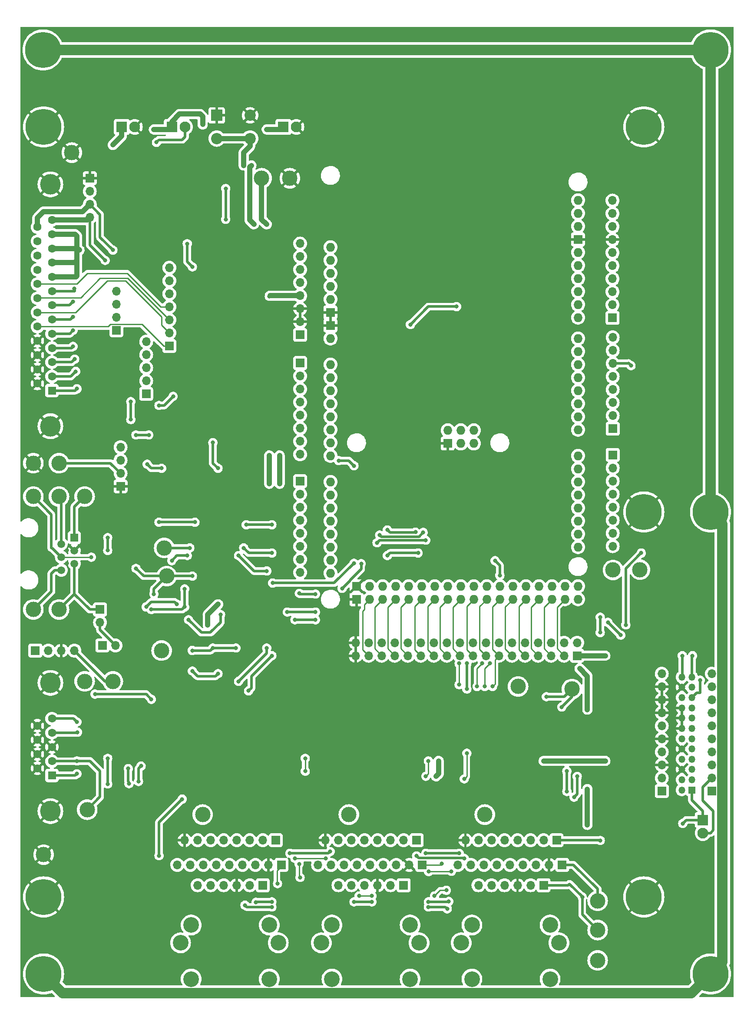
<source format=gbr>
%TF.GenerationSoftware,KiCad,Pcbnew,7.0.1*%
%TF.CreationDate,2023-08-28T22:07:01-05:00*%
%TF.ProjectId,Control v1,436f6e74-726f-46c2-9076-312e6b696361,0.1*%
%TF.SameCoordinates,Original*%
%TF.FileFunction,Copper,L2,Bot*%
%TF.FilePolarity,Positive*%
%FSLAX46Y46*%
G04 Gerber Fmt 4.6, Leading zero omitted, Abs format (unit mm)*
G04 Created by KiCad (PCBNEW 7.0.1) date 2023-08-28 22:07:01*
%MOMM*%
%LPD*%
G01*
G04 APERTURE LIST*
%TA.AperFunction,ComponentPad*%
%ADD10C,3.000000*%
%TD*%
%TA.AperFunction,ComponentPad*%
%ADD11R,1.700000X1.700000*%
%TD*%
%TA.AperFunction,ComponentPad*%
%ADD12O,1.700000X1.700000*%
%TD*%
%TA.AperFunction,ComponentPad*%
%ADD13C,0.800000*%
%TD*%
%TA.AperFunction,ComponentPad*%
%ADD14C,7.000000*%
%TD*%
%TA.AperFunction,ComponentPad*%
%ADD15R,2.100000X2.100000*%
%TD*%
%TA.AperFunction,ComponentPad*%
%ADD16C,2.100000*%
%TD*%
%TA.AperFunction,ComponentPad*%
%ADD17C,3.048000*%
%TD*%
%TA.AperFunction,ComponentPad*%
%ADD18O,1.727200X1.727200*%
%TD*%
%TA.AperFunction,ComponentPad*%
%ADD19R,1.727200X1.727200*%
%TD*%
%TA.AperFunction,ComponentPad*%
%ADD20C,4.000000*%
%TD*%
%TA.AperFunction,ComponentPad*%
%ADD21R,1.600000X1.600000*%
%TD*%
%TA.AperFunction,ComponentPad*%
%ADD22C,1.600000*%
%TD*%
%TA.AperFunction,ComponentPad*%
%ADD23R,1.520000X1.520000*%
%TD*%
%TA.AperFunction,ComponentPad*%
%ADD24C,1.520000*%
%TD*%
%TA.AperFunction,ComponentPad*%
%ADD25R,1.350000X1.350000*%
%TD*%
%TA.AperFunction,ComponentPad*%
%ADD26O,1.350000X1.350000*%
%TD*%
%TA.AperFunction,ComponentPad*%
%ADD27R,2.200000X2.200000*%
%TD*%
%TA.AperFunction,ComponentPad*%
%ADD28C,2.200000*%
%TD*%
%TA.AperFunction,ViaPad*%
%ADD29C,0.800000*%
%TD*%
%TA.AperFunction,Conductor*%
%ADD30C,0.500000*%
%TD*%
%TA.AperFunction,Conductor*%
%ADD31C,1.000000*%
%TD*%
%TA.AperFunction,Conductor*%
%ADD32C,0.250000*%
%TD*%
%TA.AperFunction,Conductor*%
%ADD33C,2.000000*%
%TD*%
G04 APERTURE END LIST*
D10*
%TO.P,TP18,1,1*%
%TO.N,/I2C_LevelShift/SCL_5V*%
X63500000Y-188000000D03*
%TD*%
%TO.P,SPI_SCK1,1,1*%
%TO.N,SPI_SCK*%
X79000000Y-142500000D03*
%TD*%
D11*
%TO.P,J5,1,Pin_1*%
%TO.N,BLOWER_TACH*%
X105000000Y-101000000D03*
D12*
%TO.P,J5,2,Pin_2*%
%TO.N,Net-(J5-Pin_2)*%
X105000000Y-103540000D03*
%TO.P,J5,3,Pin_3*%
%TO.N,Net-(J5-Pin_3)*%
X105000000Y-106080000D03*
%TO.P,J5,4,Pin_4*%
%TO.N,Net-(J5-Pin_4)*%
X105000000Y-108620000D03*
%TO.P,J5,5,Pin_5*%
%TO.N,Net-(J5-Pin_5)*%
X105000000Y-111160000D03*
%TO.P,J5,6,Pin_6*%
%TO.N,Net-(J5-Pin_6)*%
X105000000Y-113700000D03*
%TO.P,J5,7,Pin_7*%
%TO.N,Net-(J5-Pin_7)*%
X105000000Y-116240000D03*
%TO.P,J5,8,Pin_8*%
%TO.N,Net-(J5-Pin_8)*%
X105000000Y-118780000D03*
%TD*%
D10*
%TO.P,D_PSU_RX1,1,1*%
%TO.N,/D_PSU_RX*%
X166000000Y-141300000D03*
%TD*%
D13*
%TO.P,ISO4,1,1*%
%TO.N,Net-(C22-Pad2)*%
X182375000Y-220000000D03*
X183143845Y-218143845D03*
X183143845Y-221856155D03*
X185000000Y-217375000D03*
D14*
X185000000Y-220000000D03*
D13*
X185000000Y-222625000D03*
X186856155Y-218143845D03*
X186856155Y-221856155D03*
X187625000Y-220000000D03*
%TD*%
D10*
%TO.P,TP12,1,1*%
%TO.N,/SPI_ControllerLevel_Shifter/ControllerVcc*%
X58000000Y-149000000D03*
%TD*%
D11*
%TO.P,J24,1,Pin_1*%
%TO.N,/I2C_LevelShift/I2C_VCC*%
X53380000Y-157000000D03*
D12*
%TO.P,J24,2,Pin_2*%
%TO.N,/I2C_LevelShift/SCL_5V*%
X55920000Y-157000000D03*
%TO.P,J24,3,Pin_3*%
%TO.N,GND*%
X58460000Y-157000000D03*
%TO.P,J24,4,Pin_4*%
%TO.N,/I2C_LevelShift/SDA_5V*%
X61000000Y-157000000D03*
%TD*%
D10*
%TO.P,TP6,1,1*%
%TO.N,Net-(JP9-Pin_6)*%
X141000000Y-188950000D03*
%TD*%
D11*
%TO.P,J6,1,Pin_1*%
%TO.N,D0*%
X165940000Y-113780000D03*
D12*
%TO.P,J6,2,Pin_2*%
%TO.N,D1*%
X165940000Y-111240000D03*
%TO.P,J6,3,Pin_3*%
%TO.N,Net-(J6-Pin_3)*%
X165940000Y-108700000D03*
%TO.P,J6,4,Pin_4*%
%TO.N,Net-(J6-Pin_4)*%
X165940000Y-106160000D03*
%TO.P,J6,5,Pin_5*%
%TO.N,Net-(A1-D4_CS1)*%
X165940000Y-103620000D03*
%TO.P,J6,6,Pin_6*%
%TO.N,ONE_WIRE_TC*%
X165940000Y-101080000D03*
%TO.P,J6,7,Pin_7*%
%TO.N,Net-(J6-Pin_7)*%
X165940000Y-98540000D03*
%TO.P,J6,8,Pin_8*%
%TO.N,Net-(J6-Pin_8)*%
X165940000Y-96000000D03*
%TD*%
D11*
%TO.P,J4,1,Pin_1*%
%TO.N,Net-(J4-Pin_1)*%
X105000000Y-124000000D03*
D12*
%TO.P,J4,2,Pin_2*%
%TO.N,Net-(J4-Pin_2)*%
X105000000Y-126540000D03*
%TO.P,J4,3,Pin_3*%
%TO.N,Net-(J4-Pin_3)*%
X105000000Y-129080000D03*
%TO.P,J4,4,Pin_4*%
%TO.N,Net-(J4-Pin_4)*%
X105000000Y-131620000D03*
%TO.P,J4,5,Pin_5*%
%TO.N,DAC0*%
X105000000Y-134160000D03*
%TO.P,J4,6,Pin_6*%
%TO.N,DAC1*%
X105000000Y-136700000D03*
%TO.P,J4,7,Pin_7*%
%TO.N,CANR*%
X105000000Y-139240000D03*
%TO.P,J4,8,Pin_8*%
%TO.N,CANT*%
X105000000Y-141780000D03*
%TD*%
D13*
%TO.P,ISO5,1,1*%
%TO.N,Net-(C22-Pad2)*%
X182375000Y-130000000D03*
X183143845Y-128143845D03*
X183143845Y-131856155D03*
X185000000Y-127375000D03*
D14*
X185000000Y-130000000D03*
D13*
X185000000Y-132625000D03*
X186856155Y-128143845D03*
X186856155Y-131856155D03*
X187625000Y-130000000D03*
%TD*%
D11*
%TO.P,J17,1,Pin_1*%
%TO.N,/Blower controller/PWMFan1*%
X75000000Y-107000000D03*
D12*
%TO.P,J17,2,Pin_2*%
%TO.N,/Blower controller/PWMFan2*%
X75000000Y-104460000D03*
%TO.P,J17,3,Pin_3*%
%TO.N,/Blower controller/PWMFan3*%
X75000000Y-101920000D03*
%TO.P,J17,4,Pin_4*%
%TO.N,/Blower controller/PWMFan4*%
X75000000Y-99380000D03*
%TO.P,J17,5,Pin_5*%
%TO.N,unconnected-(J17-Pin_5-Pad5)*%
X75000000Y-96840000D03*
%TD*%
D13*
%TO.P,H5,1,1*%
%TO.N,GND*%
X169375000Y-130000000D03*
X170143845Y-128143845D03*
X170143845Y-131856155D03*
X172000000Y-127375000D03*
D14*
X172000000Y-130000000D03*
D13*
X172000000Y-132625000D03*
X173856155Y-128143845D03*
X173856155Y-131856155D03*
X174625000Y-130000000D03*
%TD*%
D10*
%TO.P,TP11,1,1*%
%TO.N,GND*%
X53000000Y-120500000D03*
%TD*%
D11*
%TO.P,J8,1,Pin_1*%
%TO.N,5VHead*%
X159000000Y-158000000D03*
D12*
%TO.P,J8,2,Pin_2*%
X159000000Y-155460000D03*
%TO.P,J8,3,Pin_3*%
%TO.N,D23*%
X156460000Y-158000000D03*
%TO.P,J8,4,Pin_4*%
%TO.N,BLOWER_ENABLE*%
X156460000Y-155460000D03*
%TO.P,J8,5,Pin_5*%
%TO.N,D25*%
X153920000Y-158000000D03*
%TO.P,J8,6,Pin_6*%
%TO.N,Net-(J8-Pin_6)*%
X153920000Y-155460000D03*
%TO.P,J8,7,Pin_7*%
%TO.N,D27*%
X151380000Y-158000000D03*
%TO.P,J8,8,Pin_8*%
%TO.N,Net-(J8-Pin_8)*%
X151380000Y-155460000D03*
%TO.P,J8,9,Pin_9*%
%TO.N,D29*%
X148840000Y-158000000D03*
%TO.P,J8,10,Pin_10*%
%TO.N,Net-(J8-Pin_10)*%
X148840000Y-155460000D03*
%TO.P,J8,11,Pin_11*%
%TO.N,D31*%
X146300000Y-158000000D03*
%TO.P,J8,12,Pin_12*%
%TO.N,Net-(J8-Pin_12)*%
X146300000Y-155460000D03*
%TO.P,J8,13,Pin_13*%
%TO.N,TC_nCS1*%
X143760000Y-158000000D03*
%TO.P,J8,14,Pin_14*%
%TO.N,D32*%
X143760000Y-155460000D03*
%TO.P,J8,15,Pin_15*%
%TO.N,TC_nCS3*%
X141220000Y-158000000D03*
%TO.P,J8,16,Pin_16*%
%TO.N,TC_nCS2*%
X141220000Y-155460000D03*
%TO.P,J8,17,Pin_17*%
%TO.N,D37*%
X138680000Y-158000000D03*
%TO.P,J8,18,Pin_18*%
%TO.N,LOOPBACK13*%
X138680000Y-155460000D03*
%TO.P,J8,19,Pin_19*%
%TO.N,D39*%
X136140000Y-158000000D03*
%TO.P,J8,20,Pin_20*%
%TO.N,D38*%
X136140000Y-155460000D03*
%TO.P,J8,21,Pin_21*%
%TO.N,D41*%
X133600000Y-158000000D03*
%TO.P,J8,22,Pin_22*%
%TO.N,D40*%
X133600000Y-155460000D03*
%TO.P,J8,23,Pin_23*%
%TO.N,D43*%
X131060000Y-158000000D03*
%TO.P,J8,24,Pin_24*%
%TO.N,D42*%
X131060000Y-155460000D03*
%TO.P,J8,25,Pin_25*%
%TO.N,D45*%
X128520000Y-158000000D03*
%TO.P,J8,26,Pin_26*%
%TO.N,D44*%
X128520000Y-155460000D03*
%TO.P,J8,27,Pin_27*%
%TO.N,D47*%
X125980000Y-158000000D03*
%TO.P,J8,28,Pin_28*%
%TO.N,D46*%
X125980000Y-155460000D03*
%TO.P,J8,29,Pin_29*%
%TO.N,D49*%
X123440000Y-158000000D03*
%TO.P,J8,30,Pin_30*%
%TO.N,D48*%
X123440000Y-155460000D03*
%TO.P,J8,31,Pin_31*%
%TO.N,D51*%
X120900000Y-158000000D03*
%TO.P,J8,32,Pin_32*%
%TO.N,D50*%
X120900000Y-155460000D03*
%TO.P,J8,33,Pin_33*%
%TO.N,D53*%
X118360000Y-158000000D03*
%TO.P,J8,34,Pin_34*%
%TO.N,D52*%
X118360000Y-155460000D03*
%TO.P,J8,35,Pin_35*%
%TO.N,GND*%
X115820000Y-158000000D03*
%TO.P,J8,36,Pin_36*%
X115820000Y-155460000D03*
%TD*%
D15*
%TO.P,J13,1,Pin_1*%
%TO.N,/SSR Interface/Heater_SSR_High*%
X80000000Y-55000000D03*
D16*
%TO.P,J13,2,Pin_2*%
%TO.N,/SSR Interface/Heater_SSR_Low*%
X82540000Y-55000000D03*
%TD*%
D10*
%TO.P,D_PSU_TX1,1,1*%
%TO.N,/D_PSU_TX*%
X171250000Y-141250000D03*
%TD*%
D11*
%TO.P,J14,1,Pin_1*%
%TO.N,/VS+*%
X185250000Y-184380000D03*
D12*
%TO.P,J14,2,Pin_2*%
%TO.N,/VS-*%
X185250000Y-181840000D03*
%TO.P,J14,3,Pin_3*%
%TO.N,/POK*%
X185250000Y-179300000D03*
%TO.P,J14,4,Pin_4*%
%TO.N,/PAR*%
X185250000Y-176760000D03*
%TO.P,J14,5,Pin_5*%
%TO.N,/EN-*%
X185250000Y-174220000D03*
%TO.P,J14,6,Pin_6*%
%TO.N,/EN+*%
X185250000Y-171680000D03*
%TO.P,J14,7,Pin_7*%
%TO.N,/ACI*%
X185250000Y-169140000D03*
%TO.P,J14,8,Pin_8*%
%TO.N,/VCI*%
X185250000Y-166600000D03*
%TO.P,J14,9,Pin_9*%
%TO.N,/AUX*%
X185250000Y-164060000D03*
%TO.P,J14,10,Pin_10*%
X185250000Y-161520000D03*
%TD*%
D13*
%TO.P,H2,1,1*%
%TO.N,GND*%
X52375000Y-205000000D03*
X53143845Y-203143845D03*
X53143845Y-206856155D03*
X55000000Y-202375000D03*
D14*
X55000000Y-205000000D03*
D13*
X55000000Y-207625000D03*
X56856155Y-203143845D03*
X56856155Y-206856155D03*
X57625000Y-205000000D03*
%TD*%
D11*
%TO.P,JP10,1,1*%
%TO.N,ONE_WIRE_TC*%
X127725000Y-193950000D03*
D12*
%TO.P,JP10,2,2*%
%TO.N,Net-(JP10-Pad2)*%
X125185000Y-193950000D03*
%TO.P,JP10,3,3*%
%TO.N,Net-(JP10-Pad3)*%
X122645000Y-193950000D03*
%TO.P,JP10,4,4*%
%TO.N,Net-(JP10-Pad4)*%
X120105000Y-193950000D03*
%TO.P,JP10,5,5*%
%TO.N,Net-(JP10-Pad5)*%
X117565000Y-193950000D03*
%TO.P,JP10,6,6*%
%TO.N,Net-(JP10-Pad6)*%
X115025000Y-193950000D03*
%TO.P,JP10,7,7*%
%TO.N,/Thermocouple Amplifier with 1-Wire Breakout Board - MAX31850K/+VccMAX31850*%
X112485000Y-193950000D03*
%TO.P,JP10,8,8*%
%TO.N,GND*%
X109945000Y-193950000D03*
D17*
%TO.P,JP10,9*%
%TO.N,N/C*%
X126455000Y-210460000D03*
%TO.P,JP10,10*%
X111215000Y-210460000D03*
%TD*%
D10*
%TO.P,SCL1,1,1*%
%TO.N,SCL*%
X147500000Y-164000000D03*
%TD*%
D13*
%TO.P,H3,1,1*%
%TO.N,GND*%
X169375000Y-55000000D03*
X170143845Y-53143845D03*
X170143845Y-56856155D03*
X172000000Y-52375000D03*
D14*
X172000000Y-55000000D03*
D13*
X172000000Y-57625000D03*
X173856155Y-53143845D03*
X173856155Y-56856155D03*
X174625000Y-55000000D03*
%TD*%
D11*
%TO.P,J19,1,Pin_1*%
%TO.N,Net-(J15-P18)*%
X79500000Y-97660000D03*
D12*
%TO.P,J19,2,Pin_2*%
%TO.N,Net-(J15-P19)*%
X79500000Y-95120000D03*
%TO.P,J19,3,Pin_3*%
%TO.N,Net-(J15-P20)*%
X79500000Y-92580000D03*
%TO.P,J19,4,Pin_4*%
%TO.N,Net-(J15-P21)*%
X79500000Y-90040000D03*
%TO.P,J19,5,Pin_5*%
%TO.N,Net-(J15-P22)*%
X79500000Y-87500000D03*
%TO.P,J19,6,Pin_6*%
%TO.N,Net-(J15-P23)*%
X79500000Y-84960000D03*
%TO.P,J19,7,Pin_7*%
%TO.N,Net-(J15-P24)*%
X79500000Y-82420000D03*
%TD*%
D18*
%TO.P,A1,*%
%TO.N,*%
X110920000Y-78420000D03*
%TO.P,A1,3V3,3.3V*%
%TO.N,+3.3V*%
X110920000Y-86040000D03*
%TO.P,A1,5V1,5V*%
%TO.N,+5V*%
X110920000Y-88580000D03*
%TO.P,A1,5V2,SPI_5V*%
%TO.N,unconnected-(A1-SPI_5V-Pad5V2)*%
X138860000Y-116647000D03*
%TO.P,A1,5V3,5V*%
%TO.N,5VHead*%
X159180000Y-144460000D03*
%TO.P,A1,5V4,5V*%
X159180000Y-147000000D03*
%TO.P,A1,A0,A0*%
%TO.N,BLOWER_TACH*%
X110920000Y-101280000D03*
%TO.P,A1,A1,A1*%
%TO.N,Net-(J5-Pin_2)*%
X110920000Y-103820000D03*
%TO.P,A1,A2,A2*%
%TO.N,Net-(J5-Pin_3)*%
X110920000Y-106360000D03*
%TO.P,A1,A3,A3*%
%TO.N,Net-(J5-Pin_4)*%
X110920000Y-108900000D03*
%TO.P,A1,A4,A4*%
%TO.N,Net-(J5-Pin_5)*%
X110920000Y-111440000D03*
%TO.P,A1,A5,A5*%
%TO.N,Net-(J5-Pin_6)*%
X110920000Y-113980000D03*
%TO.P,A1,A6,A6*%
%TO.N,Net-(J5-Pin_7)*%
X110920000Y-116520000D03*
%TO.P,A1,A7,A7*%
%TO.N,Net-(J5-Pin_8)*%
X110920000Y-119060000D03*
%TO.P,A1,A8,A8*%
%TO.N,Net-(J4-Pin_1)*%
X110920000Y-124140000D03*
%TO.P,A1,A9,A9*%
%TO.N,Net-(J4-Pin_2)*%
X110920000Y-126680000D03*
%TO.P,A1,A10,A10*%
%TO.N,Net-(J4-Pin_3)*%
X110920000Y-129220000D03*
%TO.P,A1,A11,A11*%
%TO.N,Net-(J4-Pin_4)*%
X110920000Y-131760000D03*
%TO.P,A1,AREF,AREF*%
%TO.N,AREF*%
X159180000Y-74356000D03*
%TO.P,A1,CANR,CANRX*%
%TO.N,CANR*%
X110920000Y-139380000D03*
%TO.P,A1,CANT,CANTX*%
%TO.N,CANT*%
X110920000Y-141920000D03*
%TO.P,A1,D0,D0/RX0*%
%TO.N,D0*%
X159180000Y-113980000D03*
%TO.P,A1,D1,D1/TX0*%
%TO.N,D1*%
X159180000Y-111440000D03*
%TO.P,A1,D2,D2*%
%TO.N,Net-(J6-Pin_3)*%
X159180000Y-108900000D03*
%TO.P,A1,D3,D3*%
%TO.N,Net-(J6-Pin_4)*%
X159180000Y-106360000D03*
%TO.P,A1,D4,D4_CS1*%
%TO.N,Net-(A1-D4_CS1)*%
X159180000Y-103820000D03*
%TO.P,A1,D5,D5*%
%TO.N,ONE_WIRE_TC*%
X159180000Y-101280000D03*
%TO.P,A1,D6,D6*%
%TO.N,Net-(J6-Pin_7)*%
X159180000Y-98740000D03*
%TO.P,A1,D7,D7*%
%TO.N,Net-(J6-Pin_8)*%
X159180000Y-96200000D03*
%TO.P,A1,D8,D8*%
%TO.N,Net-(J7-Pin_1)*%
X159180000Y-92136000D03*
%TO.P,A1,D9,D9*%
%TO.N,nFAN1_PWM*%
X159180000Y-89596000D03*
%TO.P,A1,D10,D10_CS0*%
%TO.N,Net-(A1-D10_CS0)*%
X159180000Y-87056000D03*
%TO.P,A1,D11,D11*%
%TO.N,Net-(J7-Pin_4)*%
X159180000Y-84516000D03*
%TO.P,A1,D12,D12*%
%TO.N,Net-(J7-Pin_5)*%
X159180000Y-81976000D03*
%TO.P,A1,D13,D13*%
%TO.N,Net-(J7-Pin_6)*%
X159180000Y-79436000D03*
%TO.P,A1,D14,D14/TX3*%
%TO.N,Net-(A1-D14{slash}TX3)*%
X159180000Y-119060000D03*
%TO.P,A1,D15,D15/RX3*%
%TO.N,Net-(A1-D15{slash}RX3)*%
X159180000Y-121600000D03*
%TO.P,A1,D16,D16/TX2*%
%TO.N,Net-(A1-D16{slash}TX2)*%
X159180000Y-124140000D03*
%TO.P,A1,D17,D17/RX2*%
%TO.N,Net-(A1-D17{slash}RX2)*%
X159180000Y-126680000D03*
%TO.P,A1,D18,D18/TX1*%
%TO.N,/D_PSU_TX*%
X159180000Y-129220000D03*
%TO.P,A1,D19,D19/RX1*%
%TO.N,/D_PSU_RX*%
X159180000Y-131760000D03*
%TO.P,A1,D20,D20/SDA*%
%TO.N,SDA*%
X159180000Y-134300000D03*
%TO.P,A1,D21,D21/SCL*%
%TO.N,SCL*%
X159180000Y-136840000D03*
%TO.P,A1,D22,D22*%
%TO.N,BLOWER_ENABLE*%
X156640000Y-144460000D03*
%TO.P,A1,D23,D23*%
%TO.N,D23*%
X156640000Y-147000000D03*
%TO.P,A1,D24,D24*%
%TO.N,Net-(J8-Pin_6)*%
X154100000Y-144460000D03*
%TO.P,A1,D25,D25*%
%TO.N,D25*%
X154100000Y-147000000D03*
%TO.P,A1,D26,D26*%
%TO.N,Net-(J8-Pin_8)*%
X151560000Y-144460000D03*
%TO.P,A1,D27,D27*%
%TO.N,D27*%
X151560000Y-147000000D03*
%TO.P,A1,D28,D28*%
%TO.N,Net-(J8-Pin_10)*%
X149020000Y-144460000D03*
%TO.P,A1,D29,D29*%
%TO.N,D29*%
X149020000Y-147000000D03*
%TO.P,A1,D30,D30*%
%TO.N,Net-(J8-Pin_12)*%
X146480000Y-144460000D03*
%TO.P,A1,D31,D31*%
%TO.N,D31*%
X146480000Y-147000000D03*
%TO.P,A1,D32,D32*%
%TO.N,D32*%
X143940000Y-144460000D03*
%TO.P,A1,D33,D33*%
%TO.N,TC_nCS1*%
X143940000Y-147000000D03*
%TO.P,A1,D34,D34*%
%TO.N,TC_nCS2*%
X141400000Y-144460000D03*
%TO.P,A1,D35,D35*%
%TO.N,TC_nCS3*%
X141400000Y-147000000D03*
%TO.P,A1,D36,D36*%
%TO.N,LOOPBACK13*%
X138860000Y-144460000D03*
%TO.P,A1,D37,D37*%
%TO.N,D37*%
X138860000Y-147000000D03*
%TO.P,A1,D38,D38*%
%TO.N,D38*%
X136320000Y-144460000D03*
%TO.P,A1,D39,D39*%
%TO.N,D39*%
X136320000Y-147000000D03*
%TO.P,A1,D40,D40*%
%TO.N,D40*%
X133780000Y-144460000D03*
%TO.P,A1,D41,D41*%
%TO.N,D41*%
X133780000Y-147000000D03*
%TO.P,A1,D42,D42*%
%TO.N,D42*%
X131240000Y-144460000D03*
%TO.P,A1,D43,D43*%
%TO.N,D43*%
X131240000Y-147000000D03*
%TO.P,A1,D44,D44*%
%TO.N,D44*%
X128700000Y-144460000D03*
%TO.P,A1,D45,D45*%
%TO.N,D45*%
X128700000Y-147000000D03*
%TO.P,A1,D46,D46*%
%TO.N,D46*%
X126160000Y-144460000D03*
%TO.P,A1,D47,D47*%
%TO.N,D47*%
X126160000Y-147000000D03*
%TO.P,A1,D48,D48*%
%TO.N,D48*%
X123620000Y-144460000D03*
%TO.P,A1,D49,D49*%
%TO.N,D49*%
X123620000Y-147000000D03*
%TO.P,A1,D50,D50*%
%TO.N,D50*%
X121080000Y-144460000D03*
%TO.P,A1,D51,D51*%
%TO.N,D51*%
X121080000Y-147000000D03*
%TO.P,A1,D52,D52_CS2*%
%TO.N,D52*%
X118540000Y-144460000D03*
%TO.P,A1,D53,D53*%
%TO.N,D53*%
X118540000Y-147000000D03*
%TO.P,A1,DAC0,DAC0*%
%TO.N,DAC0*%
X110920000Y-134300000D03*
%TO.P,A1,DAC1,DAC1*%
%TO.N,DAC1*%
X110920000Y-136840000D03*
D19*
%TO.P,A1,GND1,GND*%
%TO.N,GND*%
X159180000Y-76896000D03*
%TO.P,A1,GND2,GND*%
X110920000Y-91120000D03*
%TO.P,A1,GND3,GND*%
X110920000Y-93660000D03*
%TO.P,A1,GND4,SPI_GND*%
X133780000Y-116647000D03*
%TO.P,A1,GND5,GND*%
X116000000Y-144460000D03*
%TO.P,A1,GND6,GND*%
X116000000Y-147000000D03*
D18*
%TO.P,A1,IORF,IOREF*%
%TO.N,Net-(A1-IOREF)*%
X110920000Y-80960000D03*
%TO.P,A1,MISO,SPI_MISO*%
%TO.N,CIPO*%
X138860000Y-114107000D03*
%TO.P,A1,MOSI,SPI_MOSI*%
%TO.N,COPI*%
X136320000Y-116647000D03*
%TO.P,A1,RST1,RESET*%
%TO.N,Net-(A1-RESET)*%
X110920000Y-83500000D03*
%TO.P,A1,RST2,SPI_RESET*%
%TO.N,SPI_nRST*%
X133780000Y-114107000D03*
%TO.P,A1,SCK,SPI_SCK*%
%TO.N,SPI_SCK*%
X136320000Y-114107000D03*
%TO.P,A1,SCL1,SCL1*%
%TO.N,SCL1*%
X159180000Y-69276000D03*
%TO.P,A1,SDA1,SDA1*%
%TO.N,SDA1*%
X159180000Y-71816000D03*
%TO.P,A1,VIN,VIN*%
%TO.N,Net-(J3-Pin_1)*%
X110920000Y-96200000D03*
%TD*%
D10*
%TO.P,TP14,1,1*%
%TO.N,/SPI_ControllerLevel_Shifter/C_SCK*%
X53000000Y-127000000D03*
%TD*%
D11*
%TO.P,J22,1*%
%TO.N,/SPI_ControllerLevel_Shifter/ControllerVcc*%
X66000000Y-149000000D03*
D12*
%TO.P,J22,2*%
%TO.N,+12V*%
X66000000Y-151540000D03*
%TD*%
D10*
%TO.P,COPI1,1,1*%
%TO.N,COPI*%
X78500000Y-137000000D03*
%TD*%
D11*
%TO.P,J18,1,Pin_1*%
%TO.N,GND*%
X64000000Y-65000000D03*
D12*
%TO.P,J18,2,Pin_2*%
%TO.N,unconnected-(J18-Pin_2-Pad2)*%
X64000000Y-67540000D03*
%TO.P,J18,3,Pin_3*%
%TO.N,/Blower controller/LOOPBACK25*%
X64000000Y-70080000D03*
%TO.P,J18,4,Pin_4*%
%TO.N,/Blower controller/LOOPBACK13*%
X64000000Y-72620000D03*
%TD*%
D11*
%TO.P,JP15,1,1*%
%TO.N,ONE_WIRE_TC*%
X100280000Y-193950000D03*
D12*
%TO.P,JP15,2,2*%
%TO.N,Net-(JP15-Pad2)*%
X97740000Y-193950000D03*
%TO.P,JP15,3,3*%
%TO.N,Net-(JP15-Pad3)*%
X95200000Y-193950000D03*
%TO.P,JP15,4,4*%
%TO.N,Net-(JP15-Pad4)*%
X92660000Y-193950000D03*
%TO.P,JP15,5,5*%
%TO.N,Net-(JP15-Pad5)*%
X90120000Y-193950000D03*
%TO.P,JP15,6,6*%
%TO.N,Net-(JP15-Pad6)*%
X87580000Y-193950000D03*
%TO.P,JP15,7,7*%
%TO.N,/Thermocouple Amplifier with 1-Wire Breakout Board - MAX31850K/+VccMAX31850*%
X85040000Y-193950000D03*
%TO.P,JP15,8,8*%
%TO.N,GND*%
X82500000Y-193950000D03*
D17*
%TO.P,JP15,9*%
%TO.N,N/C*%
X99010000Y-210460000D03*
%TO.P,JP15,10*%
X83770000Y-210460000D03*
%TD*%
D10*
%TO.P,TP16,1,1*%
%TO.N,/SPI_ControllerLevel_Shifter/nCS*%
X63000000Y-127000000D03*
%TD*%
%TO.P,TP7,1,1*%
%TO.N,Net-(JP10-Pad6)*%
X114500000Y-188950000D03*
%TD*%
%TO.P,TP13,1,1*%
%TO.N,/SPI_ControllerLevel_Shifter/CIPO*%
X53000000Y-149000000D03*
%TD*%
%TO.P,TP9,1,1*%
%TO.N,/Thermocouple Amplifier SPI Interface breakout board - MAX31855 /+VccMAX31855*%
X163000000Y-211450000D03*
%TD*%
%TO.P,TP4,1,1*%
%TO.N,GND*%
X60500000Y-60000000D03*
%TD*%
%TO.P,SDA1,1,1*%
%TO.N,SDA*%
X158000000Y-164500000D03*
%TD*%
D13*
%TO.P,ISO2,1,1*%
%TO.N,Net-(C22-Pad2)*%
X52375000Y-220000000D03*
X53143845Y-218143845D03*
X53143845Y-221856155D03*
X55000000Y-217375000D03*
D14*
X55000000Y-220000000D03*
D13*
X55000000Y-222625000D03*
X56856155Y-218143845D03*
X56856155Y-221856155D03*
X57625000Y-220000000D03*
%TD*%
D20*
%TO.P,J1,0,PAD*%
%TO.N,GND*%
X56325763Y-163294000D03*
X56325763Y-188294000D03*
D21*
%TO.P,J1,1,1*%
%TO.N,D39*%
X56625763Y-181334000D03*
D22*
%TO.P,J1,2,2*%
%TO.N,/I2C_LevelShift/SCL_5V*%
X56625763Y-178564000D03*
%TO.P,J1,3,3*%
%TO.N,GND*%
X56625763Y-175794000D03*
%TO.P,J1,4,4*%
%TO.N,/I2C_LevelShift/SDA_5V*%
X56625763Y-173024000D03*
%TO.P,J1,5,5*%
%TO.N,Net-(C2-Pad1)*%
X56625763Y-170254000D03*
%TO.P,J1,6,6*%
%TO.N,GND*%
X53785763Y-179949000D03*
%TO.P,J1,7,7*%
X53785763Y-177179000D03*
%TO.P,J1,8,8*%
X53785763Y-174409000D03*
%TO.P,J1,9,9*%
X53785763Y-171639000D03*
%TD*%
D10*
%TO.P,TP5,1,1*%
%TO.N,/Thermocouple Amplifier with 1-Wire Breakout Board - MAX31850K/+VccMAX31850*%
X163000000Y-217350000D03*
%TD*%
D23*
%TO.P,J21,1*%
%TO.N,/SPI_ControllerLevel_Shifter/nCS*%
X61000000Y-135000000D03*
D24*
%TO.P,J21,2*%
%TO.N,/SPI_ControllerLevel_Shifter/COPI*%
X58460000Y-136270000D03*
%TO.P,J21,3*%
%TO.N,GND*%
X61000000Y-137540000D03*
%TO.P,J21,4*%
%TO.N,/SPI_ControllerLevel_Shifter/C_SCK*%
X58460000Y-138810000D03*
%TO.P,J21,5*%
%TO.N,/SPI_ControllerLevel_Shifter/ControllerVcc*%
X61000000Y-140080000D03*
%TO.P,J21,6*%
%TO.N,/SPI_ControllerLevel_Shifter/CIPO*%
X58460000Y-141350000D03*
%TD*%
D11*
%TO.P,JP20,1,1*%
%TO.N,/Thermocouple Amplifier I2C breakout board - MCP9600/+VccMCP9600*%
X128820000Y-198744000D03*
D12*
%TO.P,JP20,2,2*%
%TO.N,GND*%
X126280000Y-198744000D03*
%TO.P,JP20,3,3*%
%TO.N,/Thermocouple Amplifier I2C breakout board - MCP9600/SCL*%
X123740000Y-198744000D03*
%TO.P,JP20,4,4*%
%TO.N,/Thermocouple Amplifier I2C breakout board - MCP9600/SDA*%
X121200000Y-198744000D03*
%TO.P,JP20,5,5*%
%TO.N,unconnected-(JP20-Pad5)*%
X118660000Y-198744000D03*
%TO.P,JP20,6,6*%
%TO.N,unconnected-(JP20-Pad6)*%
X116120000Y-198744000D03*
%TO.P,JP20,7,7*%
%TO.N,unconnected-(JP20-Pad7)*%
X113580000Y-198744000D03*
%TO.P,JP20,8,8*%
%TO.N,unconnected-(JP20-Pad8)*%
X111040000Y-198744000D03*
%TO.P,JP20,9,9*%
%TO.N,Net-(JP20-Pad9)*%
X108500000Y-198744000D03*
D17*
%TO.P,JP20,10*%
%TO.N,N/C*%
X128185000Y-213933200D03*
%TO.P,JP20,11*%
X109135000Y-213933200D03*
%TD*%
D13*
%TO.P,H1,1,1*%
%TO.N,GND*%
X52375000Y-55000000D03*
X53143845Y-53143845D03*
X53143845Y-56856155D03*
X55000000Y-52375000D03*
D14*
X55000000Y-55000000D03*
D13*
X55000000Y-57625000D03*
X56856155Y-53143845D03*
X56856155Y-56856155D03*
X57625000Y-55000000D03*
%TD*%
D11*
%TO.P,J3,1,Pin_1*%
%TO.N,Net-(J3-Pin_1)*%
X105000000Y-95500000D03*
D12*
%TO.P,J3,2,Pin_2*%
%TO.N,GND*%
X105000000Y-92960000D03*
%TO.P,J3,3,Pin_3*%
X105000000Y-90420000D03*
%TO.P,J3,4,Pin_4*%
%TO.N,+5V*%
X105000000Y-87880000D03*
%TO.P,J3,5,Pin_5*%
%TO.N,+3.3V*%
X105000000Y-85340000D03*
%TO.P,J3,6,Pin_6*%
%TO.N,Net-(A1-RESET)*%
X105000000Y-82800000D03*
%TO.P,J3,7,Pin_7*%
%TO.N,Net-(A1-IOREF)*%
X105000000Y-80260000D03*
%TO.P,J3,8,Pin_8*%
%TO.N,unconnected-(J3-Pin_8-Pad8)*%
X105000000Y-77720000D03*
%TD*%
D10*
%TO.P,TP17,1,1*%
%TO.N,/I2C_LevelShift/I2C_VCC*%
X63000000Y-163000000D03*
%TD*%
D15*
%TO.P,J25,1,Pin_1*%
%TO.N,/VS+*%
X183500000Y-190000000D03*
D16*
%TO.P,J25,2,Pin_2*%
%TO.N,/VS-*%
X183500000Y-192540000D03*
%TD*%
D10*
%TO.P,CIPO1,1,1*%
%TO.N,CIPO*%
X78000000Y-157000000D03*
%TD*%
D25*
%TO.P,J10,1,Pin_1*%
%TO.N,/VS+*%
X181400000Y-184170000D03*
D26*
%TO.P,J10,2,Pin_2*%
%TO.N,/VO+*%
X179400000Y-184170000D03*
%TO.P,J10,3,Pin_3*%
%TO.N,/VS-*%
X181400000Y-182170000D03*
%TO.P,J10,4,Pin_4*%
%TO.N,/VO-*%
X179400000Y-182170000D03*
%TO.P,J10,5,Pin_5*%
%TO.N,/POK*%
X181400000Y-180170000D03*
%TO.P,J10,6,Pin_6*%
%TO.N,GND*%
X179400000Y-180170000D03*
%TO.P,J10,7,Pin_7*%
%TO.N,/PAR*%
X181400000Y-178170000D03*
%TO.P,J10,8,Pin_8*%
%TO.N,/VSET*%
X179400000Y-178170000D03*
%TO.P,J10,9,Pin_9*%
%TO.N,/EN-*%
X181400000Y-176170000D03*
%TO.P,J10,10,Pin_10*%
%TO.N,GND*%
X179400000Y-176170000D03*
%TO.P,J10,11,Pin_11*%
%TO.N,/EN+*%
X181400000Y-174170000D03*
%TO.P,J10,12,Pin_12*%
%TO.N,/AUX*%
X179400000Y-174170000D03*
%TO.P,J10,13,Pin_13*%
%TO.N,/ACI*%
X181400000Y-172170000D03*
%TO.P,J10,14,Pin_14*%
%TO.N,GND*%
X179400000Y-172170000D03*
%TO.P,J10,15,Pin_15*%
%TO.N,/VCI*%
X181400000Y-170170000D03*
%TO.P,J10,16,Pin_16*%
%TO.N,GND*%
X179400000Y-170170000D03*
%TO.P,J10,17,Pin_17*%
%TO.N,/AUX*%
X181400000Y-168170000D03*
%TO.P,J10,18,Pin_18*%
%TO.N,GND*%
X179400000Y-168170000D03*
%TO.P,J10,19,Pin_19*%
%TO.N,/PS_SCL*%
X181400000Y-166170000D03*
%TO.P,J10,20,Pin_20*%
%TO.N,/PS_SDA*%
X179400000Y-166170000D03*
%TO.P,J10,21,Pin_21*%
%TO.N,/AUX*%
X181400000Y-164170000D03*
%TO.P,J10,22,Pin_22*%
%TO.N,GND*%
X179400000Y-164170000D03*
%TO.P,J10,23,Pin_23*%
%TO.N,/RX*%
X181400000Y-162170000D03*
%TO.P,J10,24,Pin_24*%
%TO.N,/TX*%
X179400000Y-162170000D03*
%TD*%
D11*
%TO.P,J2,1,Pin_1*%
%TO.N,Net-(A1-D14{slash}TX3)*%
X165940000Y-118880000D03*
D12*
%TO.P,J2,2,Pin_2*%
%TO.N,Net-(A1-D15{slash}RX3)*%
X165940000Y-121420000D03*
%TO.P,J2,3,Pin_3*%
%TO.N,Net-(A1-D16{slash}TX2)*%
X165940000Y-123960000D03*
%TO.P,J2,4,Pin_4*%
%TO.N,Net-(A1-D17{slash}RX2)*%
X165940000Y-126500000D03*
%TO.P,J2,5,Pin_5*%
%TO.N,/D_PSU_TX*%
X165940000Y-129040000D03*
%TO.P,J2,6,Pin_6*%
%TO.N,/D_PSU_RX*%
X165940000Y-131580000D03*
%TO.P,J2,7,Pin_7*%
%TO.N,SDA*%
X165940000Y-134120000D03*
%TO.P,J2,8,Pin_8*%
%TO.N,SCL*%
X165940000Y-136660000D03*
%TD*%
D11*
%TO.P,JP9,1,Pin_1*%
%TO.N,ONE_WIRE_TC*%
X155000000Y-193950000D03*
D12*
%TO.P,JP9,2,Pin_2*%
%TO.N,Net-(JP9-Pin_2)*%
X152460000Y-193950000D03*
%TO.P,JP9,3,Pin_3*%
%TO.N,Net-(JP9-Pin_3)*%
X149920000Y-193950000D03*
%TO.P,JP9,4,Pin_4*%
%TO.N,Net-(JP9-Pin_4)*%
X147380000Y-193950000D03*
%TO.P,JP9,5,Pin_5*%
%TO.N,Net-(JP9-Pin_5)*%
X144840000Y-193950000D03*
%TO.P,JP9,6,Pin_6*%
%TO.N,Net-(JP9-Pin_6)*%
X142300000Y-193950000D03*
%TO.P,JP9,7,Pin_7*%
%TO.N,/Thermocouple Amplifier with 1-Wire Breakout Board - MAX31850K/+VccMAX31850*%
X139760000Y-193950000D03*
%TO.P,JP9,8,Pin_8*%
%TO.N,GND*%
X137220000Y-193950000D03*
D17*
%TO.P,JP9,9*%
%TO.N,N/C*%
X153730000Y-210460000D03*
%TO.P,JP9,10*%
X138490000Y-210460000D03*
%TD*%
D11*
%TO.P,J16,1,Pin_1*%
%TO.N,/Blower controller/TachFan1*%
X69190000Y-94620000D03*
D12*
%TO.P,J16,2,Pin_2*%
%TO.N,/Blower controller/TachFan2*%
X69190000Y-92080000D03*
%TO.P,J16,3,Pin_3*%
%TO.N,/Blower controller/TachFan3*%
X69190000Y-89540000D03*
%TO.P,J16,4,Pin_4*%
%TO.N,/Blower controller/TachFan4*%
X69190000Y-87000000D03*
%TD*%
D11*
%TO.P,JP16,1,1*%
%TO.N,/Thermocouple Amplifier SPI Interface breakout board - MAX31855 /+VccMAX31855*%
X152460000Y-202712000D03*
D12*
%TO.P,JP16,2,2*%
%TO.N,unconnected-(JP16-Pad2)*%
X149920000Y-202712000D03*
%TO.P,JP16,3,3*%
%TO.N,GND*%
X147380000Y-202712000D03*
%TO.P,JP16,4,4*%
%TO.N,/Thermocouple Amplifier SPI Interface breakout board - MAX31855 /DO*%
X144840000Y-202712000D03*
%TO.P,JP16,5,5*%
%TO.N,/Thermocouple Amplifier SPI Interface breakout board - MAX31855 /nCS_1*%
X142300000Y-202712000D03*
%TO.P,JP16,6,6*%
%TO.N,/Thermocouple Amplifier SPI Interface breakout board - MAX31855 /SCK*%
X139760000Y-202712000D03*
D17*
%TO.P,JP16,8*%
%TO.N,N/C*%
X153730000Y-221000000D03*
%TO.P,JP16,9*%
X138490000Y-221000000D03*
%TD*%
D10*
%TO.P,TP15,1,1*%
%TO.N,/SPI_ControllerLevel_Shifter/COPI*%
X58000000Y-127000000D03*
%TD*%
D15*
%TO.P,J11,1,Pin_1*%
%TO.N,+12V*%
X101730000Y-55000000D03*
D16*
%TO.P,J11,2,Pin_2*%
%TO.N,GND*%
X104270000Y-55000000D03*
%TD*%
D13*
%TO.P,ISO1,1,1*%
%TO.N,Net-(C22-Pad2)*%
X52250000Y-40000000D03*
X53018845Y-38143845D03*
X53018845Y-41856155D03*
X54875000Y-37375000D03*
D14*
X54875000Y-40000000D03*
D13*
X54875000Y-42625000D03*
X56731155Y-38143845D03*
X56731155Y-41856155D03*
X57500000Y-40000000D03*
%TD*%
D11*
%TO.P,J23,1*%
%TO.N,/I2C_LevelShift/I2C_VCC*%
X66460000Y-156000000D03*
D12*
%TO.P,J23,2*%
%TO.N,+12V*%
X69000000Y-156000000D03*
%TD*%
D11*
%TO.P,J20,1,Pin_1*%
%TO.N,GND*%
X70000000Y-125000000D03*
D12*
%TO.P,J20,2,Pin_2*%
%TO.N,/Blower controller/Switched_Fan_Power*%
X70000000Y-122460000D03*
%TO.P,J20,3,Pin_3*%
%TO.N,/Blower controller/TachFan1*%
X70000000Y-119920000D03*
%TO.P,J20,4,Pin_4*%
%TO.N,Net-(D1-K)*%
X70000000Y-117380000D03*
%TD*%
D11*
%TO.P,JP17,1,1*%
%TO.N,/Thermocouple Amplifier SPI Interface breakout board - MAX31855 /+VccMAX31855*%
X125185000Y-202712000D03*
D12*
%TO.P,JP17,2,2*%
%TO.N,unconnected-(JP17-Pad2)*%
X122645000Y-202712000D03*
%TO.P,JP17,3,3*%
%TO.N,GND*%
X120105000Y-202712000D03*
%TO.P,JP17,4,4*%
%TO.N,/Thermocouple Amplifier SPI Interface breakout board - MAX31855 /DO*%
X117565000Y-202712000D03*
%TO.P,JP17,5,5*%
%TO.N,/Thermocouple Amplifier SPI Interface breakout board - MAX31855 /nCS_2*%
X115025000Y-202712000D03*
%TO.P,JP17,6,6*%
%TO.N,/Thermocouple Amplifier SPI Interface breakout board - MAX31855 /SCK*%
X112485000Y-202712000D03*
D17*
%TO.P,JP17,8*%
%TO.N,N/C*%
X126455000Y-221000000D03*
%TO.P,JP17,9*%
X111215000Y-221000000D03*
%TD*%
D11*
%TO.P,JP18,1,1*%
%TO.N,/Thermocouple Amplifier SPI Interface breakout board - MAX31855 /+VccMAX31855*%
X97740000Y-202712000D03*
D12*
%TO.P,JP18,2,2*%
%TO.N,unconnected-(JP18-Pad2)*%
X95200000Y-202712000D03*
%TO.P,JP18,3,3*%
%TO.N,GND*%
X92660000Y-202712000D03*
%TO.P,JP18,4,4*%
%TO.N,/Thermocouple Amplifier SPI Interface breakout board - MAX31855 /DO*%
X90120000Y-202712000D03*
%TO.P,JP18,5,5*%
%TO.N,/Thermocouple Amplifier SPI Interface breakout board - MAX31855 /nCS_3*%
X87580000Y-202712000D03*
%TO.P,JP18,6,6*%
%TO.N,/Thermocouple Amplifier SPI Interface breakout board - MAX31855 /SCK*%
X85040000Y-202712000D03*
D17*
%TO.P,JP18,8*%
%TO.N,N/C*%
X99010000Y-221000000D03*
%TO.P,JP18,9*%
X83770000Y-221000000D03*
%TD*%
D10*
%TO.P,TP10,1,1*%
%TO.N,/Thermocouple Amplifier I2C breakout board - MCP9600/+VccMCP9600*%
X163000000Y-205750000D03*
%TD*%
D11*
%TO.P,JP19,1,1*%
%TO.N,/Thermocouple Amplifier I2C breakout board - MCP9600/+VccMCP9600*%
X156095000Y-198744000D03*
D12*
%TO.P,JP19,2,2*%
%TO.N,GND*%
X153555000Y-198744000D03*
%TO.P,JP19,3,3*%
%TO.N,/Thermocouple Amplifier I2C breakout board - MCP9600/SCL*%
X151015000Y-198744000D03*
%TO.P,JP19,4,4*%
%TO.N,/Thermocouple Amplifier I2C breakout board - MCP9600/SDA*%
X148475000Y-198744000D03*
%TO.P,JP19,5,5*%
%TO.N,unconnected-(JP19-Pad5)*%
X145935000Y-198744000D03*
%TO.P,JP19,6,6*%
%TO.N,unconnected-(JP19-Pad6)*%
X143395000Y-198744000D03*
%TO.P,JP19,7,7*%
%TO.N,unconnected-(JP19-Pad7)*%
X140855000Y-198744000D03*
%TO.P,JP19,8,8*%
%TO.N,unconnected-(JP19-Pad8)*%
X138315000Y-198744000D03*
%TO.P,JP19,9,9*%
%TO.N,Net-(JP19-Pad9)*%
X135775000Y-198744000D03*
D17*
%TO.P,JP19,10*%
%TO.N,N/C*%
X155460000Y-213933200D03*
%TO.P,JP19,11*%
X136410000Y-213933200D03*
%TD*%
D10*
%TO.P,TP8,1,1*%
%TO.N,Net-(JP15-Pad6)*%
X86000000Y-188950000D03*
%TD*%
D11*
%TO.P,J7,1,Pin_1*%
%TO.N,Net-(J7-Pin_1)*%
X165900000Y-92200000D03*
D12*
%TO.P,J7,2,Pin_2*%
%TO.N,nFAN1_PWM*%
X165900000Y-89660000D03*
%TO.P,J7,3,Pin_3*%
%TO.N,Net-(A1-D10_CS0)*%
X165900000Y-87120000D03*
%TO.P,J7,4,Pin_4*%
%TO.N,Net-(J7-Pin_4)*%
X165900000Y-84580000D03*
%TO.P,J7,5,Pin_5*%
%TO.N,Net-(J7-Pin_5)*%
X165900000Y-82040000D03*
%TO.P,J7,6,Pin_6*%
%TO.N,Net-(J7-Pin_6)*%
X165900000Y-79500000D03*
%TO.P,J7,7,Pin_7*%
%TO.N,GND*%
X165900000Y-76960000D03*
%TO.P,J7,8,Pin_8*%
%TO.N,AREF*%
X165900000Y-74420000D03*
%TO.P,J7,9,Pin_9*%
%TO.N,SDA1*%
X165900000Y-71880000D03*
%TO.P,J7,10,Pin_10*%
%TO.N,SCL1*%
X165900000Y-69340000D03*
%TD*%
D11*
%TO.P,J9,1,Pin_1*%
%TO.N,/VO+*%
X175500000Y-184380000D03*
D12*
%TO.P,J9,2,Pin_2*%
%TO.N,/VO-*%
X175500000Y-181840000D03*
%TO.P,J9,3,Pin_3*%
%TO.N,GND*%
X175500000Y-179300000D03*
%TO.P,J9,4,Pin_4*%
%TO.N,/VSET*%
X175500000Y-176760000D03*
%TO.P,J9,5,Pin_5*%
%TO.N,GND*%
X175500000Y-174220000D03*
%TO.P,J9,6,Pin_6*%
%TO.N,/AUX*%
X175500000Y-171680000D03*
%TO.P,J9,7,Pin_7*%
%TO.N,GND*%
X175500000Y-169140000D03*
%TO.P,J9,8,Pin_8*%
X175500000Y-166600000D03*
%TO.P,J9,9,Pin_9*%
X175500000Y-164060000D03*
%TO.P,J9,10,Pin_10*%
%TO.N,/PS_SDA*%
X175500000Y-161520000D03*
%TD*%
D27*
%TO.P,S1,1*%
%TO.N,GND*%
X88750000Y-52750000D03*
D28*
%TO.P,S1,2*%
X95250000Y-52750000D03*
%TO.P,S1,3*%
%TO.N,SPI_nRST*%
X88750000Y-57250000D03*
%TO.P,S1,4*%
X95250000Y-57250000D03*
%TD*%
D10*
%TO.P,TP19,1,1*%
%TO.N,/I2C_LevelShift/SDA_5V*%
X68500000Y-163000000D03*
%TD*%
D13*
%TO.P,H4,1,1*%
%TO.N,GND*%
X169375000Y-205000000D03*
X170143845Y-203143845D03*
X170143845Y-206856155D03*
X172000000Y-202375000D03*
D14*
X172000000Y-205000000D03*
D13*
X172000000Y-207625000D03*
X173856155Y-203143845D03*
X173856155Y-206856155D03*
X174625000Y-205000000D03*
%TD*%
D20*
%TO.P,J15,0,PAD*%
%TO.N,GND*%
X56325763Y-66194000D03*
X56325763Y-113294000D03*
D21*
%TO.P,J15,1,1*%
%TO.N,/Blower controller/PWMFan1*%
X56625763Y-106364000D03*
D22*
%TO.P,J15,2,2*%
%TO.N,/Blower controller/PWMFan2*%
X56625763Y-103594000D03*
%TO.P,J15,3,3*%
%TO.N,/Blower controller/PWMFan3*%
X56625763Y-100824000D03*
%TO.P,J15,4,4*%
%TO.N,/Blower controller/PWMFan4*%
X56625763Y-98054000D03*
%TO.P,J15,5,5*%
%TO.N,/Blower controller/TachFan1*%
X56625763Y-95284000D03*
%TO.P,J15,6,6*%
%TO.N,/Blower controller/TachFan2*%
X56625763Y-92514000D03*
%TO.P,J15,7,7*%
%TO.N,/Blower controller/TachFan3*%
X56625763Y-89744000D03*
%TO.P,J15,8,8*%
%TO.N,/Blower controller/TachFan4*%
X56625763Y-86974000D03*
%TO.P,J15,9,9*%
%TO.N,/Blower controller/Switched_Fan_Power*%
X56625763Y-84204000D03*
%TO.P,J15,10,10*%
X56625763Y-81434000D03*
%TO.P,J15,11,11*%
X56625763Y-78664000D03*
%TO.P,J15,12,12*%
X56625763Y-75894000D03*
%TO.P,J15,13,13*%
%TO.N,/Blower controller/LOOPBACK13*%
X56625763Y-73124000D03*
%TO.P,J15,14,P14*%
%TO.N,GND*%
X53785763Y-104979000D03*
%TO.P,J15,15,P15*%
X53785763Y-102209000D03*
%TO.P,J15,16,P16*%
X53785763Y-99439000D03*
%TO.P,J15,17,P17*%
X53785763Y-96669000D03*
%TO.P,J15,18,P18*%
%TO.N,Net-(J15-P18)*%
X53785763Y-93899000D03*
%TO.P,J15,19,P19*%
%TO.N,Net-(J15-P19)*%
X53785763Y-91129000D03*
%TO.P,J15,20,P20*%
%TO.N,Net-(J15-P20)*%
X53785763Y-88359000D03*
%TO.P,J15,21,P21*%
%TO.N,Net-(J15-P21)*%
X53785763Y-85589000D03*
%TO.P,J15,22,P22*%
%TO.N,Net-(J15-P22)*%
X53785763Y-82819000D03*
%TO.P,J15,23,P23*%
%TO.N,Net-(J15-P23)*%
X53785763Y-80049000D03*
%TO.P,J15,24,P24*%
%TO.N,Net-(J15-P24)*%
X53785763Y-77279000D03*
%TO.P,J15,25,P25*%
%TO.N,/Blower controller/LOOPBACK25*%
X53785763Y-74509000D03*
%TD*%
D10*
%TO.P,TPSwitched_Fan_Power1,1,1*%
%TO.N,/Blower controller/Switched_Fan_Power*%
X58000000Y-120500000D03*
%TD*%
D11*
%TO.P,JP21,1,1*%
%TO.N,/Thermocouple Amplifier I2C breakout board - MCP9600/+VccMCP9600*%
X101375000Y-198744000D03*
D12*
%TO.P,JP21,2,2*%
%TO.N,GND*%
X98835000Y-198744000D03*
%TO.P,JP21,3,3*%
%TO.N,/Thermocouple Amplifier I2C breakout board - MCP9600/SCL*%
X96295000Y-198744000D03*
%TO.P,JP21,4,4*%
%TO.N,/Thermocouple Amplifier I2C breakout board - MCP9600/SDA*%
X93755000Y-198744000D03*
%TO.P,JP21,5,5*%
%TO.N,unconnected-(JP21-Pad5)*%
X91215000Y-198744000D03*
%TO.P,JP21,6,6*%
%TO.N,unconnected-(JP21-Pad6)*%
X88675000Y-198744000D03*
%TO.P,JP21,7,7*%
%TO.N,unconnected-(JP21-Pad7)*%
X86135000Y-198744000D03*
%TO.P,JP21,8,8*%
%TO.N,unconnected-(JP21-Pad8)*%
X83595000Y-198744000D03*
%TO.P,JP21,9,9*%
%TO.N,Net-(JP21-Pad9)*%
X81055000Y-198744000D03*
D17*
%TO.P,JP21,10*%
%TO.N,N/C*%
X100740000Y-213933200D03*
%TO.P,JP21,11*%
X81690000Y-213933200D03*
%TD*%
D10*
%TO.P,VIN1,1,1*%
%TO.N,Net-(J3-Pin_1)*%
X97500000Y-65000000D03*
%TD*%
%TO.P,TP3,1,1*%
%TO.N,GND*%
X103000000Y-65000000D03*
%TD*%
D15*
%TO.P,J12,1,Pin_1*%
%TO.N,+24V*%
X70230000Y-55000000D03*
D16*
%TO.P,J12,2,Pin_2*%
%TO.N,GND*%
X72770000Y-55000000D03*
%TD*%
D10*
%TO.P,TP1,1,1*%
%TO.N,GND*%
X55000000Y-196750000D03*
%TD*%
D13*
%TO.P,ISO3,1,1*%
%TO.N,Net-(C22-Pad2)*%
X182375000Y-40000000D03*
X183143845Y-38143845D03*
X183143845Y-41856155D03*
X185000000Y-37375000D03*
D14*
X185000000Y-40000000D03*
D13*
X185000000Y-42625000D03*
X186856155Y-38143845D03*
X186856155Y-41856155D03*
X187625000Y-40000000D03*
%TD*%
D29*
%TO.N,/Blower controller/TachFan4*%
X61000000Y-86499996D03*
%TO.N,GND*%
X76500000Y-82000000D03*
X91000000Y-186000000D03*
X80000000Y-104000000D03*
X81500000Y-189000000D03*
X128350000Y-95500000D03*
X137000000Y-190500000D03*
X128350000Y-117500000D03*
X82500000Y-70500000D03*
X175000000Y-43000000D03*
X124000000Y-116500000D03*
X82250000Y-82750000D03*
X68500000Y-169000000D03*
X70000000Y-140000000D03*
X128000000Y-178500000D03*
X149000000Y-185500000D03*
X75420341Y-77241762D03*
X84500000Y-90500000D03*
X133000000Y-124000000D03*
X93000000Y-131000000D03*
X86500000Y-186000000D03*
X139500000Y-181500000D03*
X88000000Y-62500000D03*
X96650000Y-89298942D03*
X64750000Y-175500000D03*
X146000000Y-191000000D03*
X121500000Y-191000000D03*
X85500000Y-89500000D03*
X138000000Y-167000000D03*
X126000000Y-90500000D03*
X125500000Y-115000000D03*
X118000000Y-167500000D03*
X155100000Y-176500000D03*
X93000000Y-68000000D03*
X101500000Y-139000000D03*
X98500000Y-186000000D03*
X69000000Y-172500000D03*
X121500000Y-186000000D03*
X125000000Y-185000000D03*
X84000000Y-99500000D03*
X137500000Y-92000000D03*
X145500000Y-186500000D03*
X67000000Y-104750000D03*
X124000000Y-191000000D03*
X97293680Y-85754238D03*
X59500000Y-140000000D03*
X84500000Y-66000000D03*
X67250000Y-99250000D03*
X98900000Y-83835657D03*
X69000000Y-82000000D03*
X119000000Y-186000000D03*
X155800000Y-181100000D03*
X71000000Y-67000000D03*
X115500000Y-123000000D03*
X142000000Y-186500000D03*
X79000000Y-113000000D03*
X137000000Y-87000000D03*
X97500000Y-104000000D03*
X97000000Y-116500000D03*
X65000000Y-133000000D03*
X144300000Y-176200000D03*
X87500000Y-135000000D03*
X83500000Y-184500000D03*
X96500000Y-192000000D03*
X65000000Y-131000000D03*
X178500000Y-43000000D03*
X80000000Y-113000000D03*
X97000000Y-123500000D03*
X83000000Y-192000000D03*
X133000000Y-175000000D03*
X67000000Y-102000000D03*
X121000000Y-141900000D03*
X59500000Y-137500000D03*
X78500000Y-100750000D03*
X68500000Y-63500000D03*
X64750000Y-158250000D03*
X89600000Y-76100000D03*
X103000000Y-124500000D03*
X126000000Y-180000000D03*
X158700000Y-196100000D03*
X157000000Y-92000000D03*
X67000000Y-96500000D03*
X125000000Y-95500000D03*
X127500000Y-125000000D03*
X77300000Y-87700000D03*
X115000000Y-186000000D03*
X64000000Y-137000000D03*
X115000000Y-131500000D03*
X119000000Y-191000000D03*
X94500000Y-134000000D03*
X94000000Y-192000000D03*
X85250000Y-150500000D03*
X91000000Y-192000000D03*
X76300000Y-86500000D03*
X153000000Y-185500000D03*
X156500000Y-87000000D03*
X140500000Y-174500000D03*
X119500000Y-116500000D03*
X65250000Y-177750000D03*
X108500000Y-177500000D03*
X73600000Y-163900000D03*
X116000000Y-179500000D03*
X182500000Y-43500000D03*
X94000000Y-186000000D03*
X103000000Y-140000000D03*
X94500000Y-135500000D03*
X84500000Y-77000000D03*
X65500000Y-164000000D03*
X122500000Y-131500000D03*
X58500000Y-159325000D03*
X151000000Y-191500000D03*
X74000000Y-155000000D03*
X148500000Y-191000000D03*
X140500000Y-167000000D03*
X68000000Y-70500000D03*
X92579909Y-76100000D03*
X115500000Y-112500000D03*
X84000000Y-154000000D03*
X92500000Y-64000000D03*
X135000000Y-123000000D03*
X86500000Y-131000000D03*
X81750000Y-88000000D03*
X80500000Y-68000000D03*
%TO.N,/Blower controller/Switched_Fan_Power*%
X61500000Y-77000000D03*
X83000000Y-77750000D03*
X61500000Y-79500000D03*
X84000000Y-82250000D03*
X80250000Y-107500000D03*
X77500000Y-109250000D03*
X61500000Y-81500000D03*
%TO.N,/Blower controller/TachFan3*%
X60750000Y-89000000D03*
%TO.N,/Blower controller/TachFan2*%
X60750000Y-92000000D03*
%TO.N,/Blower controller/TachFan1*%
X60750000Y-94624004D03*
%TO.N,/Blower controller/PWMFan1*%
X61500000Y-106000000D03*
%TO.N,/Blower controller/PWMFan2*%
X61249205Y-102625762D03*
%TO.N,/Blower controller/PWMFan3*%
X61062790Y-100235127D03*
%TO.N,/Blower controller/PWMFan4*%
X60750000Y-97747620D03*
%TO.N,/SPI_ControllerLevel_Shifter/C_SCK*%
X64310000Y-138810000D03*
%TO.N,/SPI_ControllerLevel_Shifter/+3V3Local*%
X76000000Y-149000000D03*
X82500000Y-145000000D03*
X82500000Y-148500000D03*
X80000000Y-139500000D03*
X83000000Y-138500000D03*
X67500000Y-135000000D03*
X67500000Y-137500000D03*
%TO.N,/I2C_LevelShift/+3V3Local*%
X71640916Y-182937500D03*
X71500000Y-180000000D03*
%TO.N,/I2C_LevelShift/+5VLocal*%
X67500000Y-178000000D03*
X67500000Y-183000000D03*
%TO.N,/I2C_LevelShift/SCL_5V*%
X61500000Y-178500000D03*
%TO.N,/I2C_LevelShift/SDA_5V*%
X61600000Y-172900000D03*
%TO.N,Net-(D1-K)*%
X72000000Y-108500000D03*
X75500000Y-115000000D03*
X73000000Y-115000000D03*
X72000000Y-112000000D03*
%TO.N,/TX*%
X179500000Y-158000000D03*
%TO.N,+5V*%
X75000000Y-148500000D03*
X81000000Y-148000000D03*
X99000000Y-88000000D03*
X99000000Y-119000000D03*
X99000000Y-124500000D03*
%TO.N,+3.3V*%
X159500000Y-160499994D03*
X161000000Y-184000000D03*
X161000000Y-190950000D03*
X161000000Y-168500000D03*
%TO.N,BLOWER_TACH*%
X89000000Y-121500000D03*
X88000000Y-116500000D03*
%TO.N,D32*%
X143000000Y-139500000D03*
X108000000Y-151000000D03*
X99500000Y-132500000D03*
X84500000Y-132000000D03*
X104000000Y-151000000D03*
X128000000Y-138000000D03*
X143940001Y-142340001D03*
X122000000Y-138500000D03*
X94500000Y-132500000D03*
X77500000Y-132000000D03*
%TO.N,ONE_WIRE_TC*%
X136000000Y-196500000D03*
X110859084Y-196150000D03*
X171500000Y-138000000D03*
X129500000Y-196500000D03*
X169500000Y-101500000D03*
X103000000Y-196500000D03*
X168500010Y-152000000D03*
X163500000Y-194000000D03*
%TO.N,/Blower controller/LOOPBACK13*%
X67000000Y-81000000D03*
%TO.N,D39*%
X61500000Y-181000000D03*
X136000000Y-159500000D03*
X136000000Y-163650000D03*
%TO.N,D51*%
X90500000Y-67000000D03*
X90500000Y-73000000D03*
%TO.N,/VS+*%
X179600000Y-190682500D03*
%TO.N,SDA*%
X156000000Y-168000000D03*
X88000000Y-156500000D03*
X83986459Y-156986459D03*
X157000000Y-184450000D03*
X163500000Y-150500000D03*
X163500000Y-153500000D03*
X153000000Y-166000000D03*
X92500000Y-156500000D03*
X157000000Y-180500000D03*
%TO.N,SCL*%
X73500000Y-182500000D03*
X158398959Y-185551041D03*
X74000000Y-179500000D03*
X159011959Y-181506117D03*
%TO.N,+24V*%
X68500000Y-58500000D03*
%TO.N,+12V*%
X95500000Y-62500000D03*
X98500000Y-55500000D03*
X95987679Y-73950000D03*
X87000000Y-152000000D03*
X101000000Y-119000000D03*
X89000000Y-148000000D03*
X101000000Y-124500000D03*
%TO.N,CIPO*%
X99648959Y-143851041D03*
X129000000Y-134000000D03*
X120500000Y-134500000D03*
X115500000Y-140000000D03*
X89500000Y-150000000D03*
X83250000Y-151000000D03*
%TO.N,SPI_SCK*%
X93000000Y-138500000D03*
X116900000Y-140100000D03*
X98500000Y-141500000D03*
X113200000Y-144900000D03*
X102500000Y-149500000D03*
X129500000Y-135500000D03*
X108000000Y-149500000D03*
X76500000Y-146000000D03*
X73000000Y-141000000D03*
X84000000Y-142500000D03*
X93000000Y-163000000D03*
X98500000Y-156500000D03*
X120000000Y-136000000D03*
%TO.N,COPI*%
X99500000Y-158000000D03*
X104850000Y-145859084D03*
X127500000Y-133950000D03*
X94000000Y-137000000D03*
X122000000Y-133500000D03*
X83500000Y-137000000D03*
X99500000Y-138000000D03*
X94949703Y-164850000D03*
X108000000Y-146000000D03*
%TO.N,/Blower controller/nFAN1_PWM*%
X75187500Y-120687500D03*
X78000000Y-121500000D03*
%TO.N,/SSR Interface/Heater_SSR_Low*%
X77000000Y-58000000D03*
%TO.N,/Blower controller/LOOPBACK25*%
X68500000Y-79000000D03*
%TO.N,SPI_nRST*%
X94000002Y-62500002D03*
%TO.N,/RX*%
X181500000Y-158000000D03*
%TO.N,/Thermocouple Amplifier SPI Interface breakout board - MAX31855 /+VccMAX31855*%
X160000000Y-205000000D03*
%TO.N,/Thermocouple Amplifier SPI Interface breakout board - MAX31855 /DO*%
X130000000Y-206950000D03*
X94252430Y-206600000D03*
X99500000Y-206950000D03*
X133687660Y-207325000D03*
X82000000Y-185950000D03*
X77500000Y-196950000D03*
%TO.N,/Thermocouple Amplifier SPI Interface breakout board - MAX31855 /SCK*%
X130000000Y-205950000D03*
X115500000Y-205950000D03*
X119000000Y-205950000D03*
X96398959Y-206051041D03*
X99500000Y-205950000D03*
X133981567Y-205875234D03*
%TO.N,/Thermocouple Amplifier I2C breakout board - MCP9600/+VccMCP9600*%
X116500000Y-204800000D03*
X119000000Y-204800000D03*
X131200000Y-204800000D03*
X132600000Y-198500000D03*
X100600000Y-202400000D03*
X133500000Y-203700000D03*
%TO.N,/Thermocouple Amplifier I2C breakout board - MCP9600/SCL*%
X130048128Y-200059212D03*
X134500000Y-200000000D03*
X105000000Y-201200000D03*
X104800000Y-198600000D03*
%TO.N,/Thermocouple Amplifier I2C breakout board - MCP9600/SDA*%
X137000000Y-197500000D03*
X110000000Y-197500000D03*
X127700008Y-197000000D03*
X104000000Y-197500000D03*
%TO.N,Net-(C2-Pad1)*%
X61489568Y-170906114D03*
%TO.N,/PS_SDA*%
X167500000Y-154000000D03*
X165000000Y-151500000D03*
%TO.N,/PS_SCL*%
X183000000Y-162770000D03*
%TO.N,D38*%
X137500000Y-159500000D03*
X89000004Y-161500000D03*
X137500000Y-164500000D03*
X84000002Y-161000000D03*
X76000000Y-166500000D03*
X65000000Y-165500000D03*
%TO.N,nFAN1_PWM*%
X126500000Y-93500000D03*
X135500000Y-90000000D03*
X112500000Y-120000000D03*
X115500000Y-121000000D03*
%TO.N,TC_nCS1*%
X137500000Y-177000000D03*
X137000000Y-182000000D03*
X142500000Y-164000000D03*
%TO.N,TC_nCS2*%
X130000000Y-178500000D03*
X141000000Y-164000000D03*
X142000000Y-159500000D03*
X129500000Y-181500000D03*
%TO.N,TC_nCS3*%
X106000000Y-180500000D03*
X106000000Y-178000000D03*
X140500000Y-159500000D03*
X139500000Y-164000000D03*
%TO.N,Net-(J3-Pin_1)*%
X98487679Y-73950000D03*
%TO.N,/SSR Interface/Heater_SSR_High*%
X76500000Y-55500000D03*
X86000000Y-54500000D03*
%TO.N,5VHead*%
X152500000Y-178500000D03*
X131500000Y-181500000D03*
X164500000Y-158000000D03*
X164500000Y-178500000D03*
X132000000Y-178500000D03*
%TD*%
D30*
%TO.N,/Blower controller/TachFan4*%
X56625763Y-86974000D02*
X61000000Y-86974000D01*
X61026000Y-86525996D02*
X61000000Y-86499996D01*
X61026000Y-87000000D02*
X61026000Y-86525996D01*
X61000000Y-86974000D02*
X61000000Y-86499996D01*
%TO.N,/Blower controller/Switched_Fan_Power*%
X83000000Y-81250000D02*
X83000000Y-77750000D01*
X68040000Y-120500000D02*
X58000000Y-120500000D01*
X84000000Y-82250000D02*
X83000000Y-81250000D01*
D31*
X56625763Y-84204000D02*
X61296000Y-84204000D01*
D30*
X70000000Y-122460000D02*
X68040000Y-120500000D01*
D31*
X56625763Y-78664000D02*
X61664000Y-78664000D01*
D30*
X77500000Y-109250000D02*
X78500000Y-109250000D01*
D31*
X56625763Y-75894000D02*
X61106000Y-75894000D01*
X61500000Y-81000000D02*
X61500000Y-76288000D01*
X56625763Y-81434000D02*
X61066000Y-81434000D01*
X61664000Y-78664000D02*
X62000000Y-79000000D01*
D30*
X78500000Y-109250000D02*
X80250000Y-107500000D01*
D31*
X61106000Y-75894000D02*
X61500000Y-76288000D01*
X61066000Y-81434000D02*
X61500000Y-81000000D01*
X61500000Y-84000000D02*
X61500000Y-81000000D01*
X61296000Y-84204000D02*
X61500000Y-84000000D01*
D30*
%TO.N,/Blower controller/TachFan3*%
X56625763Y-89744000D02*
X60006000Y-89744000D01*
X60006000Y-89744000D02*
X60750000Y-89000000D01*
%TO.N,/Blower controller/TachFan2*%
X56625763Y-92514000D02*
X60236000Y-92514000D01*
X60236000Y-92514000D02*
X60750000Y-92000000D01*
%TO.N,/Blower controller/TachFan1*%
X60090004Y-95284000D02*
X60750000Y-94624004D01*
X56625763Y-95284000D02*
X60090004Y-95284000D01*
%TO.N,/Blower controller/PWMFan1*%
X56625763Y-106364000D02*
X61136000Y-106364000D01*
X61136000Y-106364000D02*
X61500000Y-106000000D01*
%TO.N,/Blower controller/PWMFan2*%
X60280967Y-103594000D02*
X61249205Y-102625762D01*
X56625763Y-103594000D02*
X60280967Y-103594000D01*
%TO.N,/Blower controller/PWMFan3*%
X60473917Y-100824000D02*
X61062790Y-100235127D01*
X56625763Y-100824000D02*
X60473917Y-100824000D01*
%TO.N,/Blower controller/PWMFan4*%
X60443620Y-98054000D02*
X60750000Y-97747620D01*
X56625763Y-98054000D02*
X60443620Y-98054000D01*
%TO.N,/SPI_ControllerLevel_Shifter/CIPO*%
X56500000Y-142000000D02*
X56500000Y-145500000D01*
X56500000Y-145500000D02*
X53000000Y-149000000D01*
X57150000Y-141350000D02*
X56500000Y-142000000D01*
X58460000Y-141350000D02*
X57150000Y-141350000D01*
%TO.N,/SPI_ControllerLevel_Shifter/C_SCK*%
X56650000Y-137000000D02*
X56500000Y-137000000D01*
X58460000Y-138810000D02*
X56650000Y-137000000D01*
X56500000Y-130500000D02*
X53000000Y-127000000D01*
X56500000Y-137000000D02*
X56500000Y-130500000D01*
D32*
X58460000Y-138810000D02*
X64310000Y-138810000D01*
D30*
%TO.N,/SPI_ControllerLevel_Shifter/COPI*%
X58460000Y-136270000D02*
X58460000Y-127460000D01*
X58460000Y-127460000D02*
X58000000Y-127000000D01*
%TO.N,/SPI_ControllerLevel_Shifter/nCS*%
X61000000Y-129000000D02*
X63000000Y-127000000D01*
X61000000Y-135000000D02*
X61000000Y-129000000D01*
%TO.N,/SPI_ControllerLevel_Shifter/+3V3Local*%
X82000000Y-149000000D02*
X82500000Y-148500000D01*
X83000000Y-138500000D02*
X81000000Y-138500000D01*
X82500000Y-148500000D02*
X82500000Y-145000000D01*
X81000000Y-138500000D02*
X80000000Y-139500000D01*
X67500000Y-135000000D02*
X67500000Y-137500000D01*
X76000000Y-149000000D02*
X82000000Y-149000000D01*
%TO.N,/I2C_LevelShift/+3V3Local*%
X71640916Y-182640916D02*
X71640916Y-182937500D01*
X71500000Y-182500000D02*
X71640916Y-182640916D01*
X71500000Y-180000000D02*
X71500000Y-182500000D01*
%TO.N,/I2C_LevelShift/+5VLocal*%
X67500000Y-183000000D02*
X67500000Y-178000000D01*
%TO.N,/I2C_LevelShift/SCL_5V*%
X63500000Y-188000000D02*
X66000000Y-185500000D01*
X64000000Y-178500000D02*
X61500000Y-178500000D01*
X66000000Y-180500000D02*
X64000000Y-178500000D01*
X61436000Y-178564000D02*
X61500000Y-178500000D01*
X56625763Y-178564000D02*
X61436000Y-178564000D01*
X66000000Y-185500000D02*
X66000000Y-180500000D01*
%TO.N,/I2C_LevelShift/SDA_5V*%
X67000000Y-163000000D02*
X68500000Y-163000000D01*
X61000000Y-157000000D02*
X67000000Y-163000000D01*
X56625763Y-173024000D02*
X61476000Y-173024000D01*
X61476000Y-173024000D02*
X61600000Y-172900000D01*
%TO.N,Net-(D1-K)*%
X72000000Y-108500000D02*
X72000000Y-112000000D01*
X73000000Y-115000000D02*
X75500000Y-115000000D01*
D32*
%TO.N,D23*%
X155095000Y-156635000D02*
X156460000Y-158000000D01*
X155095000Y-148545000D02*
X155095000Y-156635000D01*
X156640000Y-147000000D02*
X155095000Y-148545000D01*
D30*
%TO.N,/TX*%
X179500000Y-162070000D02*
X179400000Y-162170000D01*
X179500000Y-158000000D02*
X179500000Y-162070000D01*
%TO.N,+5V*%
X80500000Y-147500000D02*
X81000000Y-148000000D01*
D31*
X99000000Y-119000000D02*
X99000000Y-124500000D01*
D30*
X76000000Y-147500000D02*
X80500000Y-147500000D01*
D31*
X99120000Y-87880000D02*
X105000000Y-87880000D01*
D30*
X75000000Y-148500000D02*
X76000000Y-147500000D01*
X99000000Y-88000000D02*
X99120000Y-87880000D01*
D31*
%TO.N,+3.3V*%
X161000000Y-184000000D02*
X161000000Y-190950000D01*
X159500000Y-160499994D02*
X161000000Y-161999994D01*
X161000000Y-161999994D02*
X161000000Y-168500000D01*
D30*
%TO.N,BLOWER_TACH*%
X88000000Y-120500000D02*
X89000000Y-121500000D01*
X88000000Y-116500000D02*
X88000000Y-120500000D01*
%TO.N,D32*%
X99500000Y-132500000D02*
X94500000Y-132500000D01*
X84500000Y-132000000D02*
X77500000Y-132000000D01*
X143940001Y-140440001D02*
X143940001Y-142340001D01*
X143000000Y-139500000D02*
X143940001Y-140440001D01*
X122500000Y-138000000D02*
X122000000Y-138500000D01*
X128000000Y-138000000D02*
X122500000Y-138000000D01*
X108000000Y-151000000D02*
X104000000Y-151000000D01*
%TO.N,ONE_WIRE_TC*%
X168500000Y-151999990D02*
X168500010Y-152000000D01*
X103000000Y-196500000D02*
X110509084Y-196500000D01*
X169000000Y-101000000D02*
X169500000Y-101500000D01*
X155000000Y-193950000D02*
X163450000Y-193950000D01*
X129500000Y-196500000D02*
X136000000Y-196500000D01*
X110509084Y-196500000D02*
X110859084Y-196150000D01*
X168500000Y-141000000D02*
X168500000Y-151999990D01*
X168920000Y-101080000D02*
X169000000Y-101000000D01*
X171500000Y-138000000D02*
X168500000Y-141000000D01*
X165940000Y-101080000D02*
X168920000Y-101080000D01*
X163450000Y-193950000D02*
X163500000Y-194000000D01*
%TO.N,/Blower controller/LOOPBACK13*%
X67000000Y-81000000D02*
X64000000Y-78000000D01*
D31*
X63496000Y-73124000D02*
X64000000Y-72620000D01*
X56625763Y-73124000D02*
X63496000Y-73124000D01*
D30*
X64000000Y-78000000D02*
X64000000Y-72620000D01*
D32*
%TO.N,D25*%
X154100000Y-147000000D02*
X152555000Y-148545000D01*
X152555000Y-148545000D02*
X152555000Y-156635000D01*
X152555000Y-156635000D02*
X153920000Y-158000000D01*
%TO.N,D27*%
X151560000Y-147000000D02*
X150015000Y-148545000D01*
X150015000Y-156635000D02*
X151380000Y-158000000D01*
X150015000Y-148545000D02*
X150015000Y-156635000D01*
%TO.N,D29*%
X147665000Y-156825000D02*
X148840000Y-158000000D01*
X149020000Y-147000000D02*
X147665000Y-148355000D01*
X147665000Y-148355000D02*
X147665000Y-156825000D01*
%TO.N,D31*%
X145000000Y-148480000D02*
X145000000Y-156700000D01*
X146480000Y-147000000D02*
X145000000Y-148480000D01*
X145000000Y-156700000D02*
X146300000Y-158000000D01*
%TO.N,D37*%
X137500000Y-156820000D02*
X138680000Y-158000000D01*
X137500000Y-148360000D02*
X137500000Y-156820000D01*
X138860000Y-147000000D02*
X137500000Y-148360000D01*
%TO.N,D39*%
X136000000Y-159500000D02*
X136000000Y-163650000D01*
D30*
X56625763Y-181334000D02*
X61166000Y-181334000D01*
D32*
X134775000Y-156635000D02*
X136140000Y-158000000D01*
X136320000Y-147000000D02*
X134775000Y-148545000D01*
D30*
X61166000Y-181334000D02*
X61500000Y-181000000D01*
D32*
X134775000Y-148545000D02*
X134775000Y-156635000D01*
%TO.N,D41*%
X132235000Y-156635000D02*
X133600000Y-158000000D01*
X133780000Y-147000000D02*
X132235000Y-148545000D01*
X132235000Y-148545000D02*
X132235000Y-156635000D01*
%TO.N,D43*%
X129885000Y-156825000D02*
X131060000Y-158000000D01*
X129885000Y-148355000D02*
X129885000Y-156825000D01*
X131240000Y-147000000D02*
X129885000Y-148355000D01*
%TO.N,D45*%
X128700000Y-147000000D02*
X127345000Y-148355000D01*
X127345000Y-156825000D02*
X128520000Y-158000000D01*
X127345000Y-148355000D02*
X127345000Y-156825000D01*
%TO.N,D47*%
X126160000Y-147000000D02*
X124615000Y-148545000D01*
X124615000Y-148545000D02*
X124615000Y-156635000D01*
X124615000Y-156635000D02*
X125980000Y-158000000D01*
%TO.N,D49*%
X123620000Y-147000000D02*
X122075000Y-148545000D01*
X122075000Y-148545000D02*
X122075000Y-156635000D01*
X122075000Y-156635000D02*
X123440000Y-158000000D01*
D30*
%TO.N,D51*%
X90500000Y-73000000D02*
X90500000Y-67000000D01*
D32*
X121080000Y-147000000D02*
X119535000Y-148545000D01*
X119535000Y-156635000D02*
X120900000Y-158000000D01*
X119535000Y-148545000D02*
X119535000Y-156635000D01*
D30*
%TO.N,/VS+*%
X183500000Y-190000000D02*
X183500000Y-188270000D01*
X183500000Y-188270000D02*
X181400000Y-186170000D01*
X181400000Y-186170000D02*
X181400000Y-184170000D01*
X180282500Y-190000000D02*
X179600000Y-190682500D01*
X183500000Y-190000000D02*
X180282500Y-190000000D01*
%TO.N,/VS-*%
X184984924Y-192540000D02*
X185500000Y-192024924D01*
X185500000Y-188250000D02*
X183500000Y-186250000D01*
X183500000Y-183590000D02*
X185250000Y-181840000D01*
X183500000Y-192540000D02*
X184984924Y-192540000D01*
X185500000Y-192024924D02*
X185500000Y-188250000D01*
X183500000Y-186250000D02*
X183500000Y-183590000D01*
%TO.N,SDA*%
X84000000Y-157000000D02*
X87500000Y-157000000D01*
X87500000Y-157000000D02*
X88000000Y-156500000D01*
X158000000Y-166000000D02*
X158000000Y-164500000D01*
X156000000Y-168000000D02*
X158000000Y-166000000D01*
X83986459Y-156986459D02*
X84000000Y-157000000D01*
X88000000Y-156500000D02*
X92500000Y-156500000D01*
X157000000Y-184450000D02*
X157000000Y-180500000D01*
X156500000Y-166000000D02*
X158000000Y-164500000D01*
X153000000Y-166000000D02*
X156500000Y-166000000D01*
X163500000Y-153500000D02*
X163500000Y-150500000D01*
%TO.N,SCL*%
X73500000Y-180000000D02*
X74000000Y-179500000D01*
X159011959Y-184938041D02*
X158398959Y-185551041D01*
X73500000Y-182500000D02*
X73500000Y-180000000D01*
X159011959Y-181506117D02*
X159011959Y-184938041D01*
D31*
%TO.N,+24V*%
X70230000Y-56770000D02*
X68500000Y-58500000D01*
X70230000Y-55000000D02*
X70230000Y-56770000D01*
D30*
%TO.N,/SPI_ControllerLevel_Shifter/ControllerVcc*%
X66000000Y-149000000D02*
X64000000Y-149000000D01*
X64000000Y-149000000D02*
X61000000Y-146000000D01*
X61000000Y-146000000D02*
X58000000Y-149000000D01*
X61000000Y-140080000D02*
X61000000Y-146000000D01*
%TO.N,+12V*%
X69000000Y-156000000D02*
X66000000Y-153000000D01*
D31*
X87000000Y-150000000D02*
X87000000Y-152000000D01*
X98500000Y-55500000D02*
X101230000Y-55500000D01*
X95171752Y-73134073D02*
X95987679Y-73950000D01*
X95500000Y-62500000D02*
X95171752Y-62828248D01*
D30*
X66000000Y-153000000D02*
X66000000Y-151540000D01*
D31*
X101000000Y-119000000D02*
X101000000Y-124500000D01*
X95171752Y-62828248D02*
X95171752Y-73134073D01*
X101230000Y-55500000D02*
X101730000Y-55000000D01*
X89000000Y-148000000D02*
X87000000Y-150000000D01*
D30*
%TO.N,CIPO*%
X87500000Y-153500000D02*
X85750000Y-153500000D01*
X111648959Y-143851041D02*
X99648959Y-143851041D01*
X128200000Y-134800000D02*
X120800000Y-134800000D01*
X89500000Y-150000000D02*
X89500000Y-151500000D01*
X115500000Y-140000000D02*
X111648959Y-143851041D01*
X85750000Y-153500000D02*
X83250000Y-151000000D01*
X120800000Y-134800000D02*
X120500000Y-134500000D01*
X89500000Y-151500000D02*
X87500000Y-153500000D01*
X129000000Y-134000000D02*
X128200000Y-134800000D01*
%TO.N,SPI_SCK*%
X120500000Y-135500000D02*
X120000000Y-136000000D01*
X79000000Y-142500000D02*
X74500000Y-142500000D01*
X108000000Y-149500000D02*
X102500000Y-149500000D01*
X113298958Y-144801042D02*
X113149966Y-144801042D01*
X116900000Y-140100000D02*
X116900000Y-141100000D01*
X84000000Y-142500000D02*
X79000000Y-142500000D01*
X129500000Y-135500000D02*
X120500000Y-135500000D01*
X114700000Y-143300000D02*
X114700000Y-143400000D01*
X76500000Y-146000000D02*
X76500000Y-145000000D01*
X93000000Y-163000000D02*
X98500000Y-157500000D01*
X76500000Y-145000000D02*
X79000000Y-142500000D01*
X96000000Y-141500000D02*
X93000000Y-138500000D01*
X98500000Y-141500000D02*
X96000000Y-141500000D01*
X116900000Y-141100000D02*
X114700000Y-143300000D01*
X114700000Y-143400000D02*
X113298958Y-144801042D01*
X98500000Y-157500000D02*
X98500000Y-156500000D01*
X74500000Y-142500000D02*
X73000000Y-141000000D01*
%TO.N,COPI*%
X99500000Y-138000000D02*
X95000000Y-138000000D01*
X95500000Y-164299703D02*
X94949703Y-164850000D01*
X127450000Y-134000000D02*
X127500000Y-133950000D01*
X108000000Y-146000000D02*
X104990916Y-146000000D01*
X95500000Y-162000000D02*
X95500000Y-164299703D01*
X104990916Y-146000000D02*
X104850000Y-145859084D01*
X122000000Y-133500000D02*
X122500000Y-134000000D01*
X99500000Y-158000000D02*
X95500000Y-162000000D01*
X122500000Y-134000000D02*
X127450000Y-134000000D01*
X83500000Y-137000000D02*
X78500000Y-137000000D01*
X95000000Y-138000000D02*
X94000000Y-137000000D01*
%TO.N,/Blower controller/nFAN1_PWM*%
X76000000Y-121500000D02*
X78000000Y-121500000D01*
X75187500Y-120687500D02*
X76000000Y-121500000D01*
%TO.N,/SSR Interface/Heater_SSR_Low*%
X77500000Y-57500000D02*
X82000000Y-57500000D01*
X82000000Y-57500000D02*
X82540000Y-56960000D01*
X77000000Y-58000000D02*
X77500000Y-57500000D01*
X82540000Y-56960000D02*
X82540000Y-55000000D01*
D31*
%TO.N,/Blower controller/LOOPBACK25*%
X62580000Y-71500000D02*
X64000000Y-70080000D01*
X53785763Y-74509000D02*
X53785763Y-72714237D01*
D30*
X68500000Y-79000000D02*
X66000000Y-76500000D01*
D31*
X55000000Y-71500000D02*
X62580000Y-71500000D01*
D30*
X66000000Y-72080000D02*
X64000000Y-70080000D01*
D31*
X53785763Y-72714237D02*
X55000000Y-71500000D01*
D30*
X66000000Y-76500000D02*
X66000000Y-72080000D01*
D31*
%TO.N,SPI_nRST*%
X95250000Y-58750000D02*
X94000000Y-60000000D01*
X95250000Y-57250000D02*
X88750000Y-57250000D01*
X94000000Y-60000000D02*
X94000000Y-62500000D01*
X95250000Y-57250000D02*
X95250000Y-58750000D01*
X94000000Y-62500000D02*
X94000002Y-62500002D01*
D30*
%TO.N,/RX*%
X181400000Y-162170000D02*
X181400000Y-158072082D01*
%TO.N,/Thermocouple Amplifier SPI Interface breakout board - MAX31855 /+VccMAX31855*%
X160000000Y-208450000D02*
X160000000Y-204950000D01*
X160000000Y-204950000D02*
X157500000Y-202450000D01*
X157500000Y-202450000D02*
X157238000Y-202712000D01*
X157238000Y-202712000D02*
X152460000Y-202712000D01*
X163000000Y-211450000D02*
X160000000Y-208450000D01*
%TO.N,/Thermocouple Amplifier SPI Interface breakout board - MAX31855 /DO*%
X77500000Y-190450000D02*
X82000000Y-185950000D01*
X94602430Y-206950000D02*
X94252430Y-206600000D01*
X77500000Y-196950000D02*
X77500000Y-190450000D01*
X99500000Y-206950000D02*
X94602430Y-206950000D01*
X133312660Y-206950000D02*
X133687660Y-207325000D01*
X130000000Y-206950000D02*
X133312660Y-206950000D01*
%TO.N,/Thermocouple Amplifier SPI Interface breakout board - MAX31855 /SCK*%
X96500000Y-205950000D02*
X96398959Y-206051041D01*
X119000000Y-205950000D02*
X115500000Y-205950000D01*
X133906801Y-205950000D02*
X133981567Y-205875234D01*
X130000000Y-205950000D02*
X133906801Y-205950000D01*
X99500000Y-205950000D02*
X96500000Y-205950000D01*
D32*
%TO.N,/Thermocouple Amplifier I2C breakout board - MCP9600/+VccMCP9600*%
X132356000Y-198744000D02*
X132600000Y-198500000D01*
X100500000Y-199900000D02*
X100500000Y-202300000D01*
X128820000Y-198744000D02*
X132356000Y-198744000D01*
X132300000Y-203700000D02*
X131200000Y-204800000D01*
D30*
X163000000Y-205750000D02*
X163000000Y-203450000D01*
X158294000Y-198744000D02*
X156095000Y-198744000D01*
D32*
X119000000Y-204800000D02*
X116500000Y-204800000D01*
X133500000Y-203700000D02*
X132300000Y-203700000D01*
D30*
X163000000Y-203450000D02*
X158294000Y-198744000D01*
D32*
X101375000Y-198744000D02*
X101375000Y-199025000D01*
X100500000Y-202300000D02*
X100600000Y-202400000D01*
X101375000Y-199025000D02*
X100500000Y-199900000D01*
%TO.N,/Thermocouple Amplifier I2C breakout board - MCP9600/SCL*%
X104800000Y-198600000D02*
X104800000Y-201000000D01*
X134500000Y-200000000D02*
X130500000Y-200000000D01*
X130440788Y-200059212D02*
X130500000Y-200000000D01*
X130048128Y-200059212D02*
X130440788Y-200059212D01*
X104800000Y-201000000D02*
X105000000Y-201200000D01*
D30*
%TO.N,/Thermocouple Amplifier I2C breakout board - MCP9600/SDA*%
X128144008Y-197444000D02*
X127700008Y-197000000D01*
D32*
X104000000Y-197500000D02*
X110000000Y-197500000D01*
D30*
X136944000Y-197444000D02*
X128144008Y-197444000D01*
X137000000Y-197500000D02*
X136944000Y-197444000D01*
%TO.N,Net-(C2-Pad1)*%
X56625763Y-170254000D02*
X60837454Y-170254000D01*
X60837454Y-170254000D02*
X61489568Y-170906114D01*
%TO.N,/PS_SDA*%
X165000000Y-151500000D02*
X167500000Y-154000000D01*
%TO.N,/PS_SCL*%
X182300000Y-165270000D02*
X181400000Y-166170000D01*
X183000000Y-162770000D02*
X183000000Y-165270000D01*
X183000000Y-165270000D02*
X182300000Y-165270000D01*
%TO.N,D38*%
X65000000Y-165500000D02*
X75000000Y-165500000D01*
X75000000Y-165500000D02*
X76000000Y-166500000D01*
X88500004Y-162000000D02*
X89000004Y-161500000D01*
X137500000Y-164500000D02*
X137500000Y-159500000D01*
X84000002Y-161000000D02*
X85000000Y-162000000D01*
X85000000Y-162000000D02*
X88500004Y-162000000D01*
D32*
%TO.N,Net-(J15-P18)*%
X74185000Y-93445000D02*
X78400000Y-97660000D01*
X67561000Y-93899000D02*
X68015000Y-93445000D01*
X53785763Y-93899000D02*
X67561000Y-93899000D01*
X78400000Y-97660000D02*
X79500000Y-97660000D01*
X68015000Y-93445000D02*
X74185000Y-93445000D01*
%TO.N,Net-(J15-P19)*%
X78000000Y-93620000D02*
X79500000Y-95120000D01*
X78000000Y-92000000D02*
X78000000Y-93620000D01*
X61271000Y-91129000D02*
X67400000Y-85000000D01*
X71000000Y-85000000D02*
X78000000Y-92000000D01*
X53785763Y-91129000D02*
X61271000Y-91129000D01*
X67400000Y-85000000D02*
X71000000Y-85000000D01*
%TO.N,Net-(J15-P20)*%
X66000000Y-84500000D02*
X71420000Y-84500000D01*
X53869763Y-88275000D02*
X62225000Y-88275000D01*
X71420000Y-84500000D02*
X79500000Y-92580000D01*
X53785763Y-88359000D02*
X53869763Y-88275000D01*
X62225000Y-88275000D02*
X66000000Y-84500000D01*
%TO.N,Net-(J15-P21)*%
X71300000Y-83500000D02*
X77840000Y-90040000D01*
X53785763Y-85589000D02*
X53849763Y-85525000D01*
X61475000Y-85525000D02*
X63500000Y-83500000D01*
X53849763Y-85525000D02*
X61475000Y-85525000D01*
X77840000Y-90040000D02*
X79500000Y-90040000D01*
X63500000Y-83500000D02*
X71300000Y-83500000D01*
D30*
%TO.N,nFAN1_PWM*%
X112500000Y-120000000D02*
X114500000Y-120000000D01*
X114500000Y-120000000D02*
X115500000Y-121000000D01*
X130000000Y-90000000D02*
X135500000Y-90000000D01*
X126500000Y-93500000D02*
X130000000Y-90000000D01*
D32*
%TO.N,D53*%
X118540000Y-147000000D02*
X117500000Y-148040000D01*
X117500000Y-148040000D02*
X117500000Y-149000000D01*
X117500000Y-149000000D02*
X117185000Y-149315000D01*
X117185000Y-149315000D02*
X117185000Y-156825000D01*
X117185000Y-156825000D02*
X118360000Y-158000000D01*
%TO.N,TC_nCS1*%
X143000000Y-163500000D02*
X142500000Y-164000000D01*
X143760000Y-158000000D02*
X143000000Y-158760000D01*
X143940000Y-147000000D02*
X142500000Y-148440000D01*
X137500000Y-181500000D02*
X137000000Y-182000000D01*
X142500000Y-156740000D02*
X143760000Y-158000000D01*
X143000000Y-158760000D02*
X143000000Y-163500000D01*
X137500000Y-177000000D02*
X137500000Y-181500000D01*
X142500000Y-148440000D02*
X142500000Y-156740000D01*
%TO.N,TC_nCS2*%
X141000000Y-160500000D02*
X142000000Y-159500000D01*
X129500000Y-181500000D02*
X130000000Y-181000000D01*
X130000000Y-181000000D02*
X130000000Y-178500000D01*
X141000000Y-164000000D02*
X141000000Y-160500000D01*
%TO.N,TC_nCS3*%
X140500000Y-159500000D02*
X139500000Y-160500000D01*
X140000000Y-148400000D02*
X140000000Y-156780000D01*
X140000000Y-156780000D02*
X141220000Y-158000000D01*
X141400000Y-147000000D02*
X140000000Y-148400000D01*
X106000000Y-178000000D02*
X106000000Y-180500000D01*
X139500000Y-160500000D02*
X139500000Y-164000000D01*
D31*
%TO.N,Net-(J3-Pin_1)*%
X98450000Y-73950000D02*
X98487679Y-73950000D01*
X97500000Y-65000000D02*
X97500000Y-73000000D01*
X97500000Y-73000000D02*
X98450000Y-73950000D01*
%TO.N,/SSR Interface/Heater_SSR_High*%
X80000000Y-54000000D02*
X81500000Y-52500000D01*
X79500000Y-55500000D02*
X80000000Y-55000000D01*
X85500000Y-52500000D02*
X86000000Y-53000000D01*
X81500000Y-52500000D02*
X85500000Y-52500000D01*
X86000000Y-53000000D02*
X86000000Y-54500000D01*
X76500000Y-55500000D02*
X79500000Y-55500000D01*
X80000000Y-55000000D02*
X80000000Y-54000000D01*
D33*
%TO.N,Net-(C22-Pad2)*%
X58724000Y-223724000D02*
X181276000Y-223724000D01*
X181276000Y-223724000D02*
X185000000Y-220000000D01*
X185000000Y-40000000D02*
X185000000Y-130000000D01*
X187300000Y-132300000D02*
X187300000Y-217700000D01*
X185000000Y-130000000D02*
X187300000Y-132300000D01*
X187300000Y-217700000D02*
X185000000Y-220000000D01*
X54875000Y-40000000D02*
X185000000Y-40000000D01*
X55000000Y-220000000D02*
X58724000Y-223724000D01*
D31*
%TO.N,5VHead*%
X132000000Y-181000000D02*
X131500000Y-181500000D01*
X164500000Y-178500000D02*
X152500000Y-178500000D01*
X132000000Y-178500000D02*
X132000000Y-181000000D01*
X159000000Y-158000000D02*
X164500000Y-158000000D01*
%TD*%
%TA.AperFunction,Conductor*%
%TO.N,GND*%
G36*
X189438000Y-35516613D02*
G01*
X189483387Y-35562000D01*
X189500000Y-35624000D01*
X189500000Y-224376000D01*
X189483387Y-224438000D01*
X189438000Y-224483387D01*
X189376000Y-224500000D01*
X182921389Y-224500000D01*
X182865094Y-224486485D01*
X182821071Y-224448885D01*
X182798916Y-224395398D01*
X182803458Y-224337682D01*
X182833708Y-224288319D01*
X182833708Y-224288318D01*
X183378093Y-223743933D01*
X183438603Y-223710629D01*
X183507546Y-223714864D01*
X183648357Y-223765246D01*
X183837310Y-223832855D01*
X183837319Y-223832858D01*
X183964080Y-223864609D01*
X184218600Y-223928364D01*
X184607409Y-223986038D01*
X185000000Y-224005325D01*
X185392591Y-223986038D01*
X185781400Y-223928364D01*
X186162684Y-223832857D01*
X186532772Y-223700438D01*
X186888097Y-223532381D01*
X187225239Y-223330306D01*
X187540951Y-223096158D01*
X187832192Y-222832192D01*
X188096158Y-222540951D01*
X188330306Y-222225239D01*
X188532381Y-221888097D01*
X188700438Y-221532772D01*
X188832857Y-221162684D01*
X188928364Y-220781400D01*
X188986038Y-220392591D01*
X189005325Y-220000000D01*
X188986038Y-219607409D01*
X188928364Y-219218600D01*
X188832857Y-218837316D01*
X188700438Y-218467228D01*
X188674448Y-218412278D01*
X188662619Y-218363591D01*
X188671025Y-218314196D01*
X188685663Y-218276682D01*
X188687599Y-218272008D01*
X188724063Y-218188881D01*
X188729827Y-218166116D01*
X188734510Y-218151496D01*
X188743049Y-218129614D01*
X188761669Y-218040809D01*
X188762822Y-218035825D01*
X188785108Y-217947821D01*
X188787046Y-217924413D01*
X188789263Y-217909205D01*
X188794080Y-217886237D01*
X188797830Y-217795544D01*
X188798146Y-217790467D01*
X188800500Y-217762067D01*
X188800500Y-217733589D01*
X188800606Y-217728464D01*
X188804357Y-217637780D01*
X188801452Y-217614474D01*
X188800500Y-217599136D01*
X188800500Y-132400864D01*
X188801452Y-132385526D01*
X188804357Y-132362219D01*
X188800606Y-132271536D01*
X188800500Y-132266411D01*
X188800500Y-132237932D01*
X188799448Y-132225239D01*
X188798146Y-132209537D01*
X188797830Y-132204438D01*
X188797161Y-132188256D01*
X188794080Y-132113763D01*
X188789262Y-132090790D01*
X188787046Y-132075581D01*
X188785108Y-132052179D01*
X188762821Y-131964170D01*
X188761669Y-131959190D01*
X188743049Y-131870386D01*
X188734512Y-131848508D01*
X188729829Y-131833889D01*
X188724063Y-131811119D01*
X188697466Y-131750483D01*
X188687606Y-131728004D01*
X188685656Y-131723298D01*
X188671025Y-131685804D01*
X188662619Y-131636410D01*
X188674448Y-131587720D01*
X188700438Y-131532772D01*
X188832857Y-131162684D01*
X188928364Y-130781400D01*
X188986038Y-130392591D01*
X189005325Y-130000000D01*
X188986038Y-129607409D01*
X188928364Y-129218600D01*
X188832857Y-128837316D01*
X188753789Y-128616336D01*
X188700441Y-128467236D01*
X188700440Y-128467234D01*
X188700438Y-128467228D01*
X188532381Y-128111903D01*
X188532380Y-128111901D01*
X188532378Y-128111897D01*
X188330309Y-127774765D01*
X188306257Y-127742335D01*
X188096158Y-127459049D01*
X188096156Y-127459047D01*
X188096154Y-127459044D01*
X187832192Y-127167807D01*
X187540955Y-126903845D01*
X187225234Y-126669690D01*
X186888102Y-126467621D01*
X186801847Y-126426825D01*
X186571480Y-126317869D01*
X186519738Y-126272117D01*
X186500500Y-126205777D01*
X186500500Y-43794223D01*
X186519738Y-43727883D01*
X186571480Y-43682130D01*
X186888097Y-43532381D01*
X187225239Y-43330306D01*
X187540951Y-43096158D01*
X187832192Y-42832192D01*
X188096158Y-42540951D01*
X188330306Y-42225239D01*
X188532381Y-41888097D01*
X188700438Y-41532772D01*
X188832857Y-41162684D01*
X188928364Y-40781400D01*
X188986038Y-40392591D01*
X189005325Y-40000000D01*
X188986038Y-39607409D01*
X188928364Y-39218600D01*
X188832857Y-38837316D01*
X188700438Y-38467228D01*
X188532381Y-38111903D01*
X188532380Y-38111901D01*
X188532378Y-38111897D01*
X188330309Y-37774765D01*
X188096154Y-37459044D01*
X187832192Y-37167807D01*
X187540955Y-36903845D01*
X187225234Y-36669690D01*
X186888102Y-36467621D01*
X186679522Y-36368970D01*
X186532772Y-36299562D01*
X186532769Y-36299561D01*
X186532763Y-36299558D01*
X186162689Y-36167144D01*
X185781401Y-36071636D01*
X185392593Y-36013962D01*
X185000000Y-35994674D01*
X184607406Y-36013962D01*
X184218598Y-36071636D01*
X183837310Y-36167144D01*
X183467236Y-36299558D01*
X183111897Y-36467621D01*
X182774765Y-36669690D01*
X182459044Y-36903845D01*
X182167807Y-37167807D01*
X181903845Y-37459044D01*
X181669690Y-37774765D01*
X181467621Y-38111897D01*
X181398389Y-38258275D01*
X181317869Y-38428519D01*
X181272117Y-38480262D01*
X181205777Y-38499500D01*
X58669223Y-38499500D01*
X58602883Y-38480262D01*
X58557130Y-38428519D01*
X58407381Y-38111903D01*
X58407380Y-38111901D01*
X58407378Y-38111897D01*
X58205309Y-37774765D01*
X57971154Y-37459044D01*
X57707192Y-37167807D01*
X57415955Y-36903845D01*
X57100234Y-36669690D01*
X56763102Y-36467621D01*
X56554522Y-36368970D01*
X56407772Y-36299562D01*
X56407769Y-36299561D01*
X56407763Y-36299558D01*
X56037689Y-36167144D01*
X55656401Y-36071636D01*
X55267593Y-36013962D01*
X54875000Y-35994674D01*
X54482406Y-36013962D01*
X54093598Y-36071636D01*
X53712310Y-36167144D01*
X53342236Y-36299558D01*
X52986897Y-36467621D01*
X52649765Y-36669690D01*
X52334044Y-36903845D01*
X52042807Y-37167807D01*
X51778845Y-37459044D01*
X51544690Y-37774765D01*
X51342621Y-38111897D01*
X51174558Y-38467236D01*
X51042144Y-38837310D01*
X50946636Y-39218598D01*
X50888962Y-39607406D01*
X50869674Y-39999999D01*
X50888962Y-40392593D01*
X50946636Y-40781401D01*
X51042144Y-41162689D01*
X51174558Y-41532763D01*
X51342621Y-41888102D01*
X51544690Y-42225234D01*
X51778845Y-42540955D01*
X52042807Y-42832192D01*
X52334044Y-43096154D01*
X52649765Y-43330309D01*
X52986897Y-43532378D01*
X52986901Y-43532380D01*
X52986903Y-43532381D01*
X53342228Y-43700438D01*
X53342234Y-43700440D01*
X53342236Y-43700441D01*
X53604340Y-43794223D01*
X53712316Y-43832857D01*
X54093600Y-43928364D01*
X54482409Y-43986038D01*
X54875000Y-44005325D01*
X55267591Y-43986038D01*
X55656400Y-43928364D01*
X56037684Y-43832857D01*
X56407772Y-43700438D01*
X56763097Y-43532381D01*
X57100239Y-43330306D01*
X57415951Y-43096158D01*
X57707192Y-42832192D01*
X57971158Y-42540951D01*
X58205306Y-42225239D01*
X58407381Y-41888097D01*
X58557130Y-41571480D01*
X58602883Y-41519738D01*
X58669223Y-41500500D01*
X181205777Y-41500500D01*
X181272117Y-41519738D01*
X181317869Y-41571480D01*
X181426825Y-41801847D01*
X181467621Y-41888102D01*
X181669690Y-42225234D01*
X181903845Y-42540955D01*
X182167807Y-42832192D01*
X182459044Y-43096154D01*
X182774765Y-43330309D01*
X183111897Y-43532378D01*
X183111901Y-43532380D01*
X183111903Y-43532381D01*
X183428519Y-43682130D01*
X183480262Y-43727883D01*
X183499500Y-43794223D01*
X183499500Y-126205777D01*
X183480262Y-126272117D01*
X183428519Y-126317869D01*
X183258275Y-126398389D01*
X183111897Y-126467621D01*
X182774765Y-126669690D01*
X182459044Y-126903845D01*
X182167807Y-127167807D01*
X181903845Y-127459044D01*
X181669690Y-127774765D01*
X181467621Y-128111897D01*
X181299558Y-128467236D01*
X181167144Y-128837310D01*
X181071636Y-129218598D01*
X181013962Y-129607406D01*
X180994674Y-130000000D01*
X181013962Y-130392593D01*
X181071636Y-130781401D01*
X181167144Y-131162689D01*
X181299558Y-131532763D01*
X181299561Y-131532769D01*
X181299562Y-131532772D01*
X181340818Y-131620000D01*
X181467621Y-131888102D01*
X181669690Y-132225234D01*
X181903845Y-132540955D01*
X182167807Y-132832192D01*
X182459044Y-133096154D01*
X182459047Y-133096156D01*
X182459049Y-133096158D01*
X182657624Y-133243431D01*
X182774765Y-133330309D01*
X183111897Y-133532378D01*
X183111901Y-133532380D01*
X183111903Y-133532381D01*
X183467228Y-133700438D01*
X183467234Y-133700440D01*
X183467236Y-133700441D01*
X183821259Y-133827112D01*
X183837316Y-133832857D01*
X184218600Y-133928364D01*
X184607409Y-133986038D01*
X185000000Y-134005325D01*
X185392591Y-133986038D01*
X185530400Y-133965595D01*
X185657306Y-133946772D01*
X185710037Y-133950337D01*
X185756494Y-133975536D01*
X185788237Y-134017793D01*
X185799500Y-134069430D01*
X185799500Y-160107497D01*
X185786712Y-160162341D01*
X185750986Y-160205873D01*
X185699691Y-160229114D01*
X185643407Y-160227272D01*
X185485407Y-160184936D01*
X185249999Y-160164340D01*
X185014592Y-160184936D01*
X184786336Y-160246097D01*
X184572170Y-160345965D01*
X184378598Y-160481505D01*
X184211505Y-160648598D01*
X184075965Y-160842170D01*
X183976097Y-161056336D01*
X183914936Y-161284592D01*
X183894340Y-161519999D01*
X183914936Y-161755407D01*
X183956053Y-161908856D01*
X183976097Y-161983663D01*
X184075965Y-162197830D01*
X184211505Y-162391401D01*
X184378599Y-162558495D01*
X184564160Y-162688426D01*
X184603024Y-162732743D01*
X184617035Y-162790000D01*
X184603024Y-162847257D01*
X184564158Y-162891575D01*
X184409312Y-163000000D01*
X184378595Y-163021508D01*
X184211505Y-163188598D01*
X184075965Y-163382170D01*
X183986882Y-163573208D01*
X183943840Y-163623604D01*
X183880989Y-163644633D01*
X183816285Y-163630288D01*
X183768211Y-163584668D01*
X183750500Y-163520803D01*
X183750500Y-163304322D01*
X183767113Y-163242322D01*
X183827179Y-163138284D01*
X183838527Y-163103359D01*
X183885674Y-162958256D01*
X183905460Y-162770000D01*
X183885674Y-162581744D01*
X183837979Y-162434954D01*
X183827179Y-162401715D01*
X183732533Y-162237783D01*
X183605870Y-162097110D01*
X183452730Y-161985848D01*
X183279802Y-161908855D01*
X183094648Y-161869500D01*
X183094646Y-161869500D01*
X182905354Y-161869500D01*
X182905352Y-161869500D01*
X182720196Y-161908855D01*
X182697813Y-161918821D01*
X182628609Y-161928112D01*
X182565357Y-161898538D01*
X182528113Y-161839475D01*
X182500818Y-161743542D01*
X182403712Y-161548528D01*
X182272426Y-161374676D01*
X182190962Y-161300413D01*
X182161066Y-161258862D01*
X182150500Y-161208776D01*
X182150500Y-158670922D01*
X182158736Y-158626484D01*
X182182348Y-158587951D01*
X182232533Y-158532216D01*
X182327179Y-158368284D01*
X182385674Y-158188256D01*
X182405460Y-158000000D01*
X182385674Y-157811744D01*
X182344624Y-157685405D01*
X182327179Y-157631715D01*
X182232533Y-157467783D01*
X182105870Y-157327110D01*
X181952730Y-157215848D01*
X181779802Y-157138855D01*
X181594648Y-157099500D01*
X181594646Y-157099500D01*
X181405354Y-157099500D01*
X181405352Y-157099500D01*
X181220197Y-157138855D01*
X181047269Y-157215848D01*
X180894129Y-157327110D01*
X180767466Y-157467783D01*
X180672820Y-157631715D01*
X180617931Y-157800649D01*
X180584884Y-157852723D01*
X180530838Y-157882435D01*
X180469162Y-157882435D01*
X180415116Y-157852723D01*
X180382069Y-157800649D01*
X180327179Y-157631715D01*
X180232533Y-157467783D01*
X180105870Y-157327110D01*
X179952730Y-157215848D01*
X179779802Y-157138855D01*
X179594648Y-157099500D01*
X179594646Y-157099500D01*
X179405354Y-157099500D01*
X179405352Y-157099500D01*
X179220197Y-157138855D01*
X179047269Y-157215848D01*
X178894129Y-157327110D01*
X178767466Y-157467783D01*
X178672820Y-157631715D01*
X178614326Y-157811742D01*
X178594540Y-158000000D01*
X178614326Y-158188257D01*
X178672820Y-158368284D01*
X178732887Y-158472322D01*
X178749500Y-158534322D01*
X178749500Y-161121118D01*
X178733828Y-161181458D01*
X178696963Y-161220065D01*
X178697060Y-161220171D01*
X178695540Y-161221556D01*
X178690778Y-161226543D01*
X178688568Y-161227912D01*
X178688566Y-161227913D01*
X178688564Y-161227915D01*
X178527573Y-161374676D01*
X178396287Y-161548528D01*
X178299181Y-161743542D01*
X178239564Y-161953074D01*
X178219464Y-162169999D01*
X178239564Y-162386925D01*
X178299181Y-162596457D01*
X178396287Y-162791471D01*
X178527573Y-162965323D01*
X178651573Y-163078363D01*
X178688568Y-163112088D01*
X178693508Y-163115146D01*
X178700236Y-163119313D01*
X178720028Y-163141274D01*
X178722428Y-163138875D01*
X179400000Y-163816447D01*
X179400001Y-163816447D01*
X180077571Y-163138875D01*
X180079972Y-163141276D01*
X180099763Y-163119312D01*
X180111432Y-163112088D01*
X180272427Y-162965322D01*
X180301045Y-162927424D01*
X180344728Y-162891150D01*
X180400000Y-162878150D01*
X180455272Y-162891150D01*
X180498955Y-162927425D01*
X180527572Y-162965322D01*
X180651572Y-163078363D01*
X180687300Y-163136066D01*
X180687300Y-163203934D01*
X180651572Y-163261637D01*
X180527573Y-163374676D01*
X180447996Y-163480054D01*
X180425327Y-163498223D01*
X179753553Y-164170000D01*
X179753553Y-164170001D01*
X180425333Y-164841781D01*
X180447995Y-164859944D01*
X180527573Y-164965323D01*
X180651572Y-165078363D01*
X180687300Y-165136066D01*
X180687300Y-165203934D01*
X180651572Y-165261637D01*
X180527573Y-165374676D01*
X180498954Y-165412575D01*
X180455271Y-165448848D01*
X180400000Y-165461848D01*
X180344729Y-165448848D01*
X180301046Y-165412575D01*
X180278119Y-165382216D01*
X180272427Y-165374678D01*
X180226885Y-165333161D01*
X180111434Y-165227913D01*
X180099763Y-165220687D01*
X180079972Y-165198722D01*
X180077571Y-165201124D01*
X179400001Y-164523553D01*
X179400000Y-164523553D01*
X178722428Y-165201124D01*
X178720029Y-165198725D01*
X178700240Y-165220684D01*
X178688567Y-165227912D01*
X178527573Y-165374676D01*
X178396287Y-165548528D01*
X178299181Y-165743542D01*
X178239564Y-165953074D01*
X178219464Y-166170000D01*
X178239564Y-166386925D01*
X178299181Y-166596457D01*
X178396287Y-166791471D01*
X178527573Y-166965323D01*
X178651944Y-167078701D01*
X178687672Y-167136404D01*
X178687672Y-167204272D01*
X178651944Y-167261975D01*
X178527944Y-167375014D01*
X178396712Y-167548794D01*
X178299651Y-167743721D01*
X178249494Y-167919999D01*
X178249495Y-167920000D01*
X179526000Y-167920000D01*
X179588000Y-167936613D01*
X179633387Y-167982000D01*
X179650000Y-168044000D01*
X179650000Y-172296000D01*
X179633387Y-172358000D01*
X179588000Y-172403387D01*
X179526000Y-172420000D01*
X178249495Y-172420000D01*
X178299651Y-172596278D01*
X178396712Y-172791205D01*
X178527942Y-172964981D01*
X178651944Y-173078023D01*
X178687672Y-173135726D01*
X178687672Y-173203595D01*
X178651944Y-173261298D01*
X178527573Y-173374676D01*
X178396287Y-173548528D01*
X178299181Y-173743542D01*
X178239564Y-173953074D01*
X178219464Y-174170000D01*
X178239564Y-174386925D01*
X178299181Y-174596457D01*
X178396287Y-174791471D01*
X178527573Y-174965323D01*
X178651573Y-175078363D01*
X178688568Y-175112088D01*
X178693508Y-175115146D01*
X178700236Y-175119313D01*
X178720028Y-175141274D01*
X178722428Y-175138875D01*
X179400000Y-175816447D01*
X179400001Y-175816447D01*
X180077571Y-175138875D01*
X180079972Y-175141276D01*
X180099763Y-175119312D01*
X180111432Y-175112088D01*
X180272427Y-174965322D01*
X180301045Y-174927424D01*
X180344728Y-174891150D01*
X180400000Y-174878150D01*
X180455272Y-174891150D01*
X180498955Y-174927425D01*
X180527572Y-174965322D01*
X180651572Y-175078363D01*
X180687300Y-175136066D01*
X180687300Y-175203934D01*
X180651572Y-175261637D01*
X180527573Y-175374676D01*
X180447996Y-175480054D01*
X180425327Y-175498223D01*
X179753553Y-176170000D01*
X179753553Y-176170001D01*
X180425333Y-176841781D01*
X180447995Y-176859944D01*
X180527573Y-176965323D01*
X180651572Y-177078363D01*
X180687300Y-177136066D01*
X180687300Y-177203934D01*
X180651572Y-177261637D01*
X180527574Y-177374675D01*
X180498952Y-177412577D01*
X180455269Y-177448849D01*
X180399997Y-177461848D01*
X180344726Y-177448848D01*
X180301045Y-177412575D01*
X180272427Y-177374678D01*
X180272425Y-177374675D01*
X180111434Y-177227913D01*
X180099763Y-177220687D01*
X180079972Y-177198722D01*
X180077571Y-177201124D01*
X179400001Y-176523553D01*
X179400000Y-176523553D01*
X178722428Y-177201124D01*
X178720029Y-177198725D01*
X178700240Y-177220684D01*
X178688567Y-177227912D01*
X178527573Y-177374676D01*
X178396287Y-177548528D01*
X178299181Y-177743542D01*
X178239564Y-177953074D01*
X178219464Y-178170000D01*
X178239564Y-178386925D01*
X178299181Y-178596457D01*
X178396287Y-178791471D01*
X178527573Y-178965323D01*
X178636467Y-179064592D01*
X178688568Y-179112088D01*
X178693508Y-179115146D01*
X178700236Y-179119313D01*
X178720028Y-179141274D01*
X178722428Y-179138875D01*
X179400000Y-179816447D01*
X179400001Y-179816447D01*
X180077571Y-179138875D01*
X180079972Y-179141276D01*
X180099763Y-179119312D01*
X180111432Y-179112088D01*
X180272427Y-178965322D01*
X180301047Y-178927422D01*
X180344725Y-178891151D01*
X180399997Y-178878150D01*
X180455270Y-178891149D01*
X180498953Y-178927423D01*
X180527573Y-178965323D01*
X180651572Y-179078363D01*
X180687300Y-179136066D01*
X180687300Y-179203934D01*
X180651572Y-179261637D01*
X180527573Y-179374676D01*
X180447996Y-179480054D01*
X180425327Y-179498223D01*
X179753553Y-180170000D01*
X179753553Y-180170001D01*
X180425333Y-180841781D01*
X180447995Y-180859944D01*
X180527573Y-180965323D01*
X180651572Y-181078363D01*
X180687300Y-181136066D01*
X180687300Y-181203934D01*
X180651572Y-181261637D01*
X180527573Y-181374676D01*
X180498954Y-181412575D01*
X180455271Y-181448848D01*
X180400000Y-181461848D01*
X180344729Y-181448848D01*
X180301046Y-181412575D01*
X180272426Y-181374677D01*
X180111434Y-181227913D01*
X180099763Y-181220687D01*
X180079972Y-181198722D01*
X180077571Y-181201124D01*
X179400001Y-180523553D01*
X179400000Y-180523553D01*
X178722428Y-181201124D01*
X178720029Y-181198725D01*
X178700240Y-181220684D01*
X178688567Y-181227912D01*
X178527573Y-181374676D01*
X178396287Y-181548528D01*
X178299181Y-181743542D01*
X178239564Y-181953074D01*
X178219464Y-182169999D01*
X178239564Y-182386925D01*
X178299181Y-182596457D01*
X178396287Y-182791471D01*
X178527573Y-182965323D01*
X178651572Y-183078362D01*
X178687300Y-183136064D01*
X178687301Y-183203933D01*
X178651573Y-183261636D01*
X178527571Y-183374679D01*
X178396287Y-183548528D01*
X178299181Y-183743542D01*
X178239564Y-183953074D01*
X178219464Y-184169999D01*
X178239564Y-184386925D01*
X178299181Y-184596457D01*
X178396287Y-184791471D01*
X178527573Y-184965323D01*
X178673900Y-185098716D01*
X178688568Y-185112088D01*
X178730048Y-185137771D01*
X178873791Y-185226773D01*
X179029020Y-185286909D01*
X179076931Y-185305470D01*
X179291074Y-185345500D01*
X179508924Y-185345500D01*
X179508926Y-185345500D01*
X179723069Y-185305470D01*
X179907163Y-185234151D01*
X179926208Y-185226773D01*
X179926210Y-185226772D01*
X180111432Y-185112088D01*
X180122409Y-185102080D01*
X180183330Y-185071796D01*
X180251063Y-185078215D01*
X180305214Y-185119404D01*
X180367454Y-185202546D01*
X180482669Y-185288796D01*
X180568833Y-185320933D01*
X180611070Y-185347372D01*
X180639488Y-185388302D01*
X180649500Y-185437115D01*
X180649500Y-186106294D01*
X180648191Y-186124264D01*
X180644711Y-186148023D01*
X180649028Y-186197369D01*
X180649500Y-186208176D01*
X180649500Y-186213708D01*
X180653098Y-186244496D01*
X180653464Y-186248081D01*
X180656498Y-186282764D01*
X180660110Y-186324041D01*
X180664329Y-186343071D01*
X180664758Y-186344251D01*
X180664759Y-186344255D01*
X180690413Y-186414742D01*
X180691582Y-186418107D01*
X180715580Y-186490524D01*
X180724075Y-186508072D01*
X180765979Y-186571784D01*
X180767889Y-186574782D01*
X180797563Y-186622889D01*
X180807952Y-186639732D01*
X180820253Y-186654830D01*
X180821168Y-186655693D01*
X180821170Y-186655696D01*
X180853932Y-186686605D01*
X180875709Y-186707151D01*
X180878296Y-186709664D01*
X181656764Y-187488132D01*
X182413898Y-188245265D01*
X182447143Y-188305506D01*
X182443155Y-188374196D01*
X182403162Y-188430186D01*
X182356642Y-188449213D01*
X182357110Y-188450466D01*
X182207669Y-188506204D01*
X182092454Y-188592454D01*
X182006204Y-188707668D01*
X181955909Y-188842516D01*
X181949500Y-188902131D01*
X181949500Y-189125500D01*
X181932887Y-189187500D01*
X181887500Y-189232887D01*
X181825500Y-189249500D01*
X180346206Y-189249500D01*
X180328236Y-189248191D01*
X180314353Y-189246157D01*
X180304477Y-189244711D01*
X180304476Y-189244711D01*
X180255131Y-189249028D01*
X180244324Y-189249500D01*
X180238791Y-189249500D01*
X180208001Y-189253098D01*
X180204417Y-189253464D01*
X180128461Y-189260109D01*
X180109421Y-189264330D01*
X180037732Y-189290421D01*
X180034331Y-189291603D01*
X179961974Y-189315580D01*
X179944427Y-189324075D01*
X179880721Y-189365975D01*
X179877681Y-189367912D01*
X179812780Y-189407944D01*
X179797665Y-189420256D01*
X179745332Y-189475725D01*
X179742820Y-189478311D01*
X179447229Y-189773902D01*
X179418716Y-189795194D01*
X179385329Y-189807511D01*
X179320197Y-189821355D01*
X179147269Y-189898348D01*
X178994129Y-190009610D01*
X178867466Y-190150283D01*
X178772820Y-190314215D01*
X178714326Y-190494242D01*
X178694540Y-190682500D01*
X178714326Y-190870757D01*
X178772820Y-191050784D01*
X178867466Y-191214716D01*
X178994129Y-191355389D01*
X179147269Y-191466651D01*
X179320197Y-191543644D01*
X179505352Y-191583000D01*
X179505354Y-191583000D01*
X179694646Y-191583000D01*
X179694648Y-191583000D01*
X179818083Y-191556762D01*
X179879803Y-191543644D01*
X180052730Y-191466651D01*
X180052730Y-191466650D01*
X180205870Y-191355389D01*
X180213795Y-191346588D01*
X180332533Y-191214716D01*
X180427179Y-191050784D01*
X180482522Y-190880456D01*
X180512772Y-190831095D01*
X180557052Y-190786817D01*
X180597280Y-190759938D01*
X180644731Y-190750500D01*
X181825501Y-190750500D01*
X181887501Y-190767113D01*
X181932888Y-190812500D01*
X181949501Y-190874500D01*
X181949501Y-191097870D01*
X181955909Y-191157484D01*
X181981056Y-191224907D01*
X182006204Y-191292331D01*
X182053409Y-191355389D01*
X182092455Y-191407548D01*
X182196032Y-191485086D01*
X182234145Y-191532037D01*
X182245519Y-191591431D01*
X182227449Y-191649142D01*
X182114219Y-191833916D01*
X182020828Y-192059384D01*
X181963854Y-192296696D01*
X181944706Y-192540000D01*
X181963854Y-192783303D01*
X182020828Y-193020615D01*
X182114221Y-193246088D01*
X182223902Y-193425068D01*
X182241741Y-193454179D01*
X182400241Y-193639759D01*
X182585821Y-193798259D01*
X182664887Y-193846711D01*
X182793911Y-193925778D01*
X183019384Y-194019171D01*
X183019387Y-194019171D01*
X183019388Y-194019172D01*
X183256698Y-194076146D01*
X183500000Y-194095294D01*
X183743302Y-194076146D01*
X183980612Y-194019172D01*
X183980613Y-194019171D01*
X183980615Y-194019171D01*
X184206088Y-193925778D01*
X184256045Y-193895163D01*
X184414179Y-193798259D01*
X184599759Y-193639759D01*
X184758259Y-193454179D01*
X184821719Y-193350621D01*
X184854172Y-193315378D01*
X184897564Y-193295066D01*
X184945415Y-193292721D01*
X184962947Y-193295289D01*
X185012292Y-193290972D01*
X185023100Y-193290500D01*
X185028630Y-193290500D01*
X185028633Y-193290500D01*
X185059474Y-193286894D01*
X185062955Y-193286539D01*
X185137721Y-193279999D01*
X185137721Y-193279998D01*
X185138976Y-193279889D01*
X185157986Y-193275674D01*
X185159174Y-193275241D01*
X185159179Y-193275241D01*
X185229744Y-193249557D01*
X185233019Y-193248419D01*
X185304258Y-193224814D01*
X185304260Y-193224812D01*
X185305460Y-193224415D01*
X185322987Y-193215929D01*
X185324036Y-193215238D01*
X185324041Y-193215237D01*
X185386730Y-193174005D01*
X185389722Y-193172099D01*
X185453580Y-193132712D01*
X185453580Y-193132711D01*
X185454653Y-193132050D01*
X185469748Y-193119753D01*
X185470616Y-193118832D01*
X185470620Y-193118830D01*
X185522110Y-193064252D01*
X185524522Y-193061768D01*
X185587821Y-192998469D01*
X185637183Y-192968222D01*
X185694898Y-192963680D01*
X185748386Y-192985835D01*
X185785985Y-193029858D01*
X185799500Y-193086153D01*
X185799500Y-215930570D01*
X185788237Y-215982207D01*
X185756494Y-216024464D01*
X185710037Y-216049663D01*
X185657306Y-216053228D01*
X185392594Y-216013962D01*
X185000000Y-215994674D01*
X184607406Y-216013962D01*
X184218598Y-216071636D01*
X183837310Y-216167144D01*
X183467236Y-216299558D01*
X183111897Y-216467621D01*
X182774765Y-216669690D01*
X182459044Y-216903845D01*
X182167807Y-217167807D01*
X181903845Y-217459044D01*
X181669690Y-217774765D01*
X181467621Y-218111897D01*
X181299558Y-218467236D01*
X181167144Y-218837310D01*
X181071636Y-219218598D01*
X181013962Y-219607406D01*
X180994674Y-219999999D01*
X181013962Y-220392593D01*
X181071636Y-220781401D01*
X181167141Y-221162680D01*
X181285135Y-221492451D01*
X181289370Y-221561394D01*
X181256064Y-221621906D01*
X180690791Y-222187181D01*
X180650563Y-222214061D01*
X180603110Y-222223500D01*
X155580079Y-222223500D01*
X155519305Y-222207586D01*
X155474131Y-222163928D01*
X155456151Y-222103733D01*
X155469981Y-222042453D01*
X155591234Y-221808448D01*
X155683982Y-221547480D01*
X155683983Y-221547478D01*
X155740330Y-221276318D01*
X155740331Y-221276314D01*
X155759231Y-221000000D01*
X155740331Y-220723686D01*
X155740330Y-220723681D01*
X155683983Y-220452521D01*
X155591235Y-220191555D01*
X155591234Y-220191552D01*
X155463814Y-219945644D01*
X155439852Y-219911697D01*
X155304098Y-219719377D01*
X155115058Y-219516965D01*
X154900217Y-219342178D01*
X154663578Y-219198276D01*
X154409550Y-219087936D01*
X154409548Y-219087935D01*
X154213835Y-219033098D01*
X154142856Y-219013211D01*
X153868480Y-218975500D01*
X153591520Y-218975500D01*
X153317143Y-219013211D01*
X153121428Y-219068048D01*
X153050452Y-219087935D01*
X153050450Y-219087935D01*
X153050449Y-219087936D01*
X152796421Y-219198276D01*
X152559782Y-219342178D01*
X152344941Y-219516965D01*
X152155901Y-219719377D01*
X151996188Y-219945640D01*
X151868764Y-220191555D01*
X151776016Y-220452521D01*
X151719669Y-220723681D01*
X151700768Y-221000000D01*
X151719669Y-221276318D01*
X151776016Y-221547478D01*
X151868765Y-221808446D01*
X151868766Y-221808448D01*
X151990018Y-222042453D01*
X152003849Y-222103733D01*
X151985869Y-222163928D01*
X151940695Y-222207586D01*
X151879921Y-222223500D01*
X140340079Y-222223500D01*
X140279305Y-222207586D01*
X140234131Y-222163928D01*
X140216151Y-222103733D01*
X140229981Y-222042453D01*
X140351234Y-221808448D01*
X140443982Y-221547480D01*
X140443983Y-221547478D01*
X140500330Y-221276318D01*
X140500331Y-221276314D01*
X140519231Y-221000000D01*
X140500331Y-220723686D01*
X140500330Y-220723681D01*
X140443983Y-220452521D01*
X140351235Y-220191555D01*
X140351234Y-220191552D01*
X140223814Y-219945644D01*
X140199852Y-219911697D01*
X140064098Y-219719377D01*
X139875058Y-219516965D01*
X139660217Y-219342178D01*
X139423578Y-219198276D01*
X139169550Y-219087936D01*
X139169548Y-219087935D01*
X138973835Y-219033098D01*
X138902856Y-219013211D01*
X138628480Y-218975500D01*
X138351520Y-218975500D01*
X138077143Y-219013211D01*
X137881428Y-219068048D01*
X137810452Y-219087935D01*
X137810450Y-219087935D01*
X137810449Y-219087936D01*
X137556421Y-219198276D01*
X137319782Y-219342178D01*
X137104941Y-219516965D01*
X136915901Y-219719377D01*
X136756188Y-219945640D01*
X136628764Y-220191555D01*
X136536016Y-220452521D01*
X136479669Y-220723681D01*
X136460768Y-221000000D01*
X136479669Y-221276318D01*
X136536016Y-221547478D01*
X136628765Y-221808446D01*
X136628766Y-221808448D01*
X136750018Y-222042453D01*
X136763849Y-222103733D01*
X136745869Y-222163928D01*
X136700695Y-222207586D01*
X136639921Y-222223500D01*
X128305079Y-222223500D01*
X128244305Y-222207586D01*
X128199131Y-222163928D01*
X128181151Y-222103733D01*
X128194981Y-222042453D01*
X128316234Y-221808448D01*
X128408982Y-221547480D01*
X128408983Y-221547478D01*
X128465330Y-221276318D01*
X128465331Y-221276314D01*
X128484231Y-221000000D01*
X128465331Y-220723686D01*
X128465330Y-220723681D01*
X128408983Y-220452521D01*
X128316235Y-220191555D01*
X128316234Y-220191552D01*
X128188814Y-219945644D01*
X128164852Y-219911697D01*
X128029098Y-219719377D01*
X127840058Y-219516965D01*
X127625217Y-219342178D01*
X127388578Y-219198276D01*
X127134550Y-219087936D01*
X127134548Y-219087935D01*
X126938835Y-219033098D01*
X126867856Y-219013211D01*
X126593480Y-218975500D01*
X126316520Y-218975500D01*
X126042143Y-219013211D01*
X125846428Y-219068048D01*
X125775452Y-219087935D01*
X125775450Y-219087935D01*
X125775449Y-219087936D01*
X125521421Y-219198276D01*
X125284782Y-219342178D01*
X125069941Y-219516965D01*
X124880901Y-219719377D01*
X124721188Y-219945640D01*
X124593764Y-220191555D01*
X124501016Y-220452521D01*
X124444669Y-220723681D01*
X124425768Y-221000000D01*
X124444669Y-221276318D01*
X124501016Y-221547478D01*
X124593765Y-221808446D01*
X124593766Y-221808448D01*
X124715018Y-222042453D01*
X124728849Y-222103733D01*
X124710869Y-222163928D01*
X124665695Y-222207586D01*
X124604921Y-222223500D01*
X113065079Y-222223500D01*
X113004305Y-222207586D01*
X112959131Y-222163928D01*
X112941151Y-222103733D01*
X112954981Y-222042453D01*
X113076234Y-221808448D01*
X113168982Y-221547480D01*
X113168983Y-221547478D01*
X113225330Y-221276318D01*
X113225331Y-221276314D01*
X113244231Y-221000000D01*
X113225331Y-220723686D01*
X113225330Y-220723681D01*
X113168983Y-220452521D01*
X113076235Y-220191555D01*
X113076234Y-220191552D01*
X112948814Y-219945644D01*
X112924852Y-219911697D01*
X112789098Y-219719377D01*
X112600058Y-219516965D01*
X112385217Y-219342178D01*
X112148578Y-219198276D01*
X111894550Y-219087936D01*
X111894548Y-219087935D01*
X111698835Y-219033098D01*
X111627856Y-219013211D01*
X111353480Y-218975500D01*
X111076520Y-218975500D01*
X110802143Y-219013211D01*
X110606428Y-219068048D01*
X110535452Y-219087935D01*
X110535450Y-219087935D01*
X110535449Y-219087936D01*
X110281421Y-219198276D01*
X110044782Y-219342178D01*
X109829941Y-219516965D01*
X109640901Y-219719377D01*
X109481188Y-219945640D01*
X109353764Y-220191555D01*
X109261016Y-220452521D01*
X109204669Y-220723681D01*
X109185768Y-221000000D01*
X109204669Y-221276318D01*
X109261016Y-221547478D01*
X109353765Y-221808446D01*
X109353766Y-221808448D01*
X109475018Y-222042453D01*
X109488849Y-222103733D01*
X109470869Y-222163928D01*
X109425695Y-222207586D01*
X109364921Y-222223500D01*
X100860079Y-222223500D01*
X100799305Y-222207586D01*
X100754131Y-222163928D01*
X100736151Y-222103733D01*
X100749981Y-222042453D01*
X100871234Y-221808448D01*
X100963982Y-221547480D01*
X100963983Y-221547478D01*
X101020330Y-221276318D01*
X101020331Y-221276314D01*
X101039231Y-221000000D01*
X101020331Y-220723686D01*
X101020330Y-220723681D01*
X100963983Y-220452521D01*
X100871235Y-220191555D01*
X100871234Y-220191552D01*
X100743814Y-219945644D01*
X100719852Y-219911697D01*
X100584098Y-219719377D01*
X100395058Y-219516965D01*
X100180217Y-219342178D01*
X99943578Y-219198276D01*
X99689550Y-219087936D01*
X99689548Y-219087935D01*
X99493835Y-219033098D01*
X99422856Y-219013211D01*
X99148480Y-218975500D01*
X98871520Y-218975500D01*
X98597143Y-219013211D01*
X98401428Y-219068048D01*
X98330452Y-219087935D01*
X98330450Y-219087935D01*
X98330449Y-219087936D01*
X98076421Y-219198276D01*
X97839782Y-219342178D01*
X97624941Y-219516965D01*
X97435901Y-219719377D01*
X97276188Y-219945640D01*
X97148764Y-220191555D01*
X97056016Y-220452521D01*
X96999669Y-220723681D01*
X96980768Y-221000000D01*
X96999669Y-221276318D01*
X97056016Y-221547478D01*
X97148765Y-221808446D01*
X97148766Y-221808448D01*
X97270018Y-222042453D01*
X97283849Y-222103733D01*
X97265869Y-222163928D01*
X97220695Y-222207586D01*
X97159921Y-222223500D01*
X85620079Y-222223500D01*
X85559305Y-222207586D01*
X85514131Y-222163928D01*
X85496151Y-222103733D01*
X85509981Y-222042453D01*
X85631234Y-221808448D01*
X85723982Y-221547480D01*
X85723983Y-221547478D01*
X85780330Y-221276318D01*
X85780331Y-221276314D01*
X85799231Y-221000000D01*
X85780331Y-220723686D01*
X85780330Y-220723681D01*
X85723983Y-220452521D01*
X85631235Y-220191555D01*
X85631234Y-220191552D01*
X85503814Y-219945644D01*
X85479852Y-219911697D01*
X85344098Y-219719377D01*
X85155058Y-219516965D01*
X84940217Y-219342178D01*
X84703578Y-219198276D01*
X84449550Y-219087936D01*
X84449548Y-219087935D01*
X84253835Y-219033098D01*
X84182856Y-219013211D01*
X83908480Y-218975500D01*
X83631520Y-218975500D01*
X83357143Y-219013211D01*
X83161428Y-219068048D01*
X83090452Y-219087935D01*
X83090450Y-219087935D01*
X83090449Y-219087936D01*
X82836421Y-219198276D01*
X82599782Y-219342178D01*
X82384941Y-219516965D01*
X82195901Y-219719377D01*
X82036188Y-219945640D01*
X81908764Y-220191555D01*
X81816016Y-220452521D01*
X81759669Y-220723681D01*
X81740768Y-220999999D01*
X81759669Y-221276318D01*
X81816016Y-221547478D01*
X81908765Y-221808446D01*
X81908766Y-221808448D01*
X82030018Y-222042453D01*
X82043849Y-222103733D01*
X82025869Y-222163928D01*
X81980695Y-222207586D01*
X81919921Y-222223500D01*
X59396890Y-222223500D01*
X59349437Y-222214061D01*
X59309209Y-222187181D01*
X58743935Y-221621907D01*
X58710629Y-221561395D01*
X58714865Y-221492452D01*
X58832855Y-221162689D01*
X58832857Y-221162684D01*
X58928364Y-220781400D01*
X58986038Y-220392591D01*
X59005325Y-220000000D01*
X58986038Y-219607409D01*
X58928364Y-219218600D01*
X58832857Y-218837316D01*
X58700438Y-218467228D01*
X58532381Y-218111903D01*
X58532380Y-218111901D01*
X58532378Y-218111897D01*
X58330309Y-217774765D01*
X58226970Y-217635429D01*
X58096158Y-217459049D01*
X58096156Y-217459047D01*
X58096154Y-217459044D01*
X57997322Y-217350000D01*
X160994389Y-217350000D01*
X161014804Y-217635429D01*
X161075629Y-217915041D01*
X161075631Y-217915046D01*
X161166492Y-218158654D01*
X161175634Y-218183163D01*
X161312772Y-218434313D01*
X161337412Y-218467228D01*
X161484261Y-218663395D01*
X161686605Y-218865739D01*
X161833229Y-218975500D01*
X161915686Y-219037227D01*
X162008551Y-219087935D01*
X162166839Y-219174367D01*
X162434954Y-219274369D01*
X162434957Y-219274369D01*
X162434958Y-219274370D01*
X162487217Y-219285738D01*
X162714572Y-219335196D01*
X163000000Y-219355610D01*
X163285428Y-219335196D01*
X163565046Y-219274369D01*
X163833161Y-219174367D01*
X164084315Y-219037226D01*
X164313395Y-218865739D01*
X164515739Y-218663395D01*
X164687226Y-218434315D01*
X164824367Y-218183161D01*
X164924369Y-217915046D01*
X164985196Y-217635428D01*
X165005610Y-217350000D01*
X164985196Y-217064572D01*
X164924369Y-216784954D01*
X164824367Y-216516839D01*
X164763535Y-216405435D01*
X164687227Y-216265686D01*
X164613458Y-216167143D01*
X164515739Y-216036605D01*
X164313395Y-215834261D01*
X164180695Y-215734923D01*
X164084313Y-215662772D01*
X163833163Y-215525634D01*
X163833162Y-215525633D01*
X163833161Y-215525633D01*
X163565046Y-215425631D01*
X163565041Y-215425629D01*
X163285429Y-215364804D01*
X163000000Y-215344389D01*
X162714570Y-215364804D01*
X162434958Y-215425629D01*
X162166836Y-215525634D01*
X161915686Y-215662772D01*
X161686602Y-215834263D01*
X161484263Y-216036602D01*
X161312772Y-216265686D01*
X161175634Y-216516836D01*
X161075629Y-216784958D01*
X161014804Y-217064570D01*
X160994389Y-217350000D01*
X57997322Y-217350000D01*
X57832192Y-217167807D01*
X57540955Y-216903845D01*
X57225234Y-216669690D01*
X56888102Y-216467621D01*
X56679522Y-216368970D01*
X56532772Y-216299562D01*
X56532769Y-216299561D01*
X56532763Y-216299558D01*
X56162689Y-216167144D01*
X55781401Y-216071636D01*
X55392593Y-216013962D01*
X55000000Y-215994674D01*
X54607406Y-216013962D01*
X54218598Y-216071636D01*
X53837310Y-216167144D01*
X53467236Y-216299558D01*
X53111897Y-216467621D01*
X52774765Y-216669690D01*
X52459044Y-216903845D01*
X52167807Y-217167807D01*
X51903845Y-217459044D01*
X51669690Y-217774765D01*
X51467621Y-218111897D01*
X51299558Y-218467236D01*
X51167144Y-218837310D01*
X51071636Y-219218598D01*
X51013962Y-219607406D01*
X50994674Y-219999999D01*
X51013962Y-220392593D01*
X51071636Y-220781401D01*
X51167144Y-221162689D01*
X51299558Y-221532763D01*
X51299561Y-221532769D01*
X51299562Y-221532772D01*
X51341720Y-221621907D01*
X51467621Y-221888102D01*
X51669690Y-222225234D01*
X51903845Y-222540955D01*
X52167807Y-222832192D01*
X52459044Y-223096154D01*
X52774765Y-223330309D01*
X53111897Y-223532378D01*
X53111901Y-223532380D01*
X53111903Y-223532381D01*
X53467228Y-223700438D01*
X53467234Y-223700440D01*
X53467236Y-223700441D01*
X53588794Y-223743935D01*
X53837316Y-223832857D01*
X54218600Y-223928364D01*
X54607409Y-223986038D01*
X55000000Y-224005325D01*
X55392591Y-223986038D01*
X55781400Y-223928364D01*
X56162684Y-223832857D01*
X56289168Y-223787600D01*
X56492452Y-223714865D01*
X56561395Y-223710629D01*
X56621907Y-223743935D01*
X57166291Y-224288319D01*
X57196541Y-224337682D01*
X57201083Y-224395398D01*
X57178928Y-224448885D01*
X57134905Y-224486485D01*
X57078610Y-224500000D01*
X50624000Y-224500000D01*
X50562000Y-224483387D01*
X50516613Y-224438000D01*
X50500000Y-224376000D01*
X50500000Y-213933200D01*
X79660768Y-213933200D01*
X79679669Y-214209518D01*
X79736016Y-214480678D01*
X79828764Y-214741644D01*
X79956188Y-214987559D01*
X80115901Y-215213822D01*
X80256909Y-215364804D01*
X80304942Y-215416235D01*
X80519782Y-215591021D01*
X80756422Y-215734924D01*
X81010452Y-215845265D01*
X81277141Y-215919988D01*
X81551520Y-215957700D01*
X81828480Y-215957700D01*
X82102859Y-215919988D01*
X82369548Y-215845265D01*
X82623578Y-215734924D01*
X82860218Y-215591021D01*
X83075058Y-215416235D01*
X83264097Y-215213823D01*
X83423814Y-214987556D01*
X83551234Y-214741648D01*
X83643982Y-214480680D01*
X83643983Y-214480678D01*
X83700330Y-214209518D01*
X83700331Y-214209514D01*
X83719231Y-213933200D01*
X83700331Y-213656886D01*
X83700330Y-213656881D01*
X83643983Y-213385721D01*
X83551235Y-213124755D01*
X83551234Y-213124752D01*
X83423814Y-212878844D01*
X83392032Y-212833820D01*
X83259206Y-212645647D01*
X83261120Y-212644295D01*
X83238814Y-212603973D01*
X83237994Y-212543619D01*
X83265766Y-212490028D01*
X83315550Y-212455899D01*
X83375544Y-212449317D01*
X83631520Y-212484500D01*
X83908480Y-212484500D01*
X84182859Y-212446788D01*
X84449548Y-212372065D01*
X84703578Y-212261724D01*
X84940218Y-212117821D01*
X85155058Y-211943035D01*
X85344097Y-211740623D01*
X85347764Y-211735429D01*
X85384026Y-211684056D01*
X85503814Y-211514356D01*
X85631234Y-211268448D01*
X85723982Y-211007480D01*
X85723983Y-211007478D01*
X85780330Y-210736318D01*
X85780331Y-210736314D01*
X85799231Y-210460000D01*
X96980768Y-210460000D01*
X96999669Y-210736318D01*
X97056016Y-211007478D01*
X97148764Y-211268444D01*
X97148765Y-211268447D01*
X97148766Y-211268448D01*
X97242839Y-211450000D01*
X97276188Y-211514359D01*
X97435901Y-211740622D01*
X97592875Y-211908700D01*
X97624942Y-211943035D01*
X97839782Y-212117821D01*
X98076422Y-212261724D01*
X98330452Y-212372065D01*
X98597141Y-212446788D01*
X98871520Y-212484500D01*
X99045235Y-212484500D01*
X99109663Y-212502552D01*
X99155333Y-212551452D01*
X99168946Y-212616962D01*
X99146539Y-212680008D01*
X99006188Y-212878840D01*
X98878764Y-213124755D01*
X98786016Y-213385721D01*
X98729669Y-213656881D01*
X98710768Y-213933200D01*
X98729669Y-214209518D01*
X98786016Y-214480678D01*
X98878764Y-214741644D01*
X99006188Y-214987559D01*
X99165901Y-215213822D01*
X99306909Y-215364804D01*
X99354942Y-215416235D01*
X99569782Y-215591021D01*
X99806422Y-215734924D01*
X100060452Y-215845265D01*
X100327141Y-215919988D01*
X100601520Y-215957700D01*
X100878480Y-215957700D01*
X101152859Y-215919988D01*
X101419548Y-215845265D01*
X101673578Y-215734924D01*
X101910218Y-215591021D01*
X102125058Y-215416235D01*
X102314097Y-215213823D01*
X102473814Y-214987556D01*
X102601234Y-214741648D01*
X102693982Y-214480680D01*
X102693983Y-214480678D01*
X102750330Y-214209518D01*
X102750331Y-214209514D01*
X102769231Y-213933200D01*
X107105768Y-213933200D01*
X107124669Y-214209518D01*
X107181016Y-214480678D01*
X107273764Y-214741644D01*
X107401188Y-214987559D01*
X107560901Y-215213822D01*
X107701909Y-215364804D01*
X107749942Y-215416235D01*
X107964782Y-215591021D01*
X108201422Y-215734924D01*
X108455452Y-215845265D01*
X108722141Y-215919988D01*
X108996520Y-215957700D01*
X109273480Y-215957700D01*
X109547859Y-215919988D01*
X109814548Y-215845265D01*
X110068578Y-215734924D01*
X110305218Y-215591021D01*
X110520058Y-215416235D01*
X110709097Y-215213823D01*
X110868814Y-214987556D01*
X110996234Y-214741648D01*
X111088982Y-214480680D01*
X111088983Y-214480678D01*
X111145330Y-214209518D01*
X111145331Y-214209514D01*
X111164231Y-213933200D01*
X111145331Y-213656886D01*
X111145330Y-213656881D01*
X111088983Y-213385721D01*
X110996235Y-213124755D01*
X110996234Y-213124752D01*
X110868814Y-212878844D01*
X110837032Y-212833820D01*
X110704206Y-212645647D01*
X110706120Y-212644295D01*
X110683814Y-212603973D01*
X110682994Y-212543619D01*
X110710766Y-212490028D01*
X110760550Y-212455899D01*
X110820544Y-212449317D01*
X111076520Y-212484500D01*
X111353480Y-212484500D01*
X111627859Y-212446788D01*
X111894548Y-212372065D01*
X112148578Y-212261724D01*
X112385218Y-212117821D01*
X112600058Y-211943035D01*
X112789097Y-211740623D01*
X112792764Y-211735429D01*
X112829026Y-211684056D01*
X112948814Y-211514356D01*
X113076234Y-211268448D01*
X113168982Y-211007480D01*
X113168983Y-211007478D01*
X113225330Y-210736318D01*
X113225331Y-210736314D01*
X113244231Y-210460000D01*
X124425768Y-210460000D01*
X124444669Y-210736318D01*
X124501016Y-211007478D01*
X124593764Y-211268444D01*
X124593765Y-211268447D01*
X124593766Y-211268448D01*
X124687839Y-211450000D01*
X124721188Y-211514359D01*
X124880901Y-211740622D01*
X125037875Y-211908700D01*
X125069942Y-211943035D01*
X125284782Y-212117821D01*
X125521422Y-212261724D01*
X125775452Y-212372065D01*
X126042141Y-212446788D01*
X126316520Y-212484500D01*
X126490235Y-212484500D01*
X126554663Y-212502552D01*
X126600333Y-212551452D01*
X126613946Y-212616962D01*
X126591539Y-212680008D01*
X126451188Y-212878840D01*
X126323764Y-213124755D01*
X126231016Y-213385721D01*
X126174669Y-213656881D01*
X126155768Y-213933200D01*
X126174669Y-214209518D01*
X126231016Y-214480678D01*
X126323764Y-214741644D01*
X126451188Y-214987559D01*
X126610901Y-215213822D01*
X126751909Y-215364804D01*
X126799942Y-215416235D01*
X127014782Y-215591021D01*
X127251422Y-215734924D01*
X127505452Y-215845265D01*
X127772141Y-215919988D01*
X128046520Y-215957700D01*
X128323480Y-215957700D01*
X128597859Y-215919988D01*
X128864548Y-215845265D01*
X129118578Y-215734924D01*
X129355218Y-215591021D01*
X129570058Y-215416235D01*
X129759097Y-215213823D01*
X129918814Y-214987556D01*
X130046234Y-214741648D01*
X130138982Y-214480680D01*
X130138983Y-214480678D01*
X130195330Y-214209518D01*
X130195331Y-214209514D01*
X130214231Y-213933200D01*
X134380768Y-213933200D01*
X134399669Y-214209518D01*
X134456016Y-214480678D01*
X134548764Y-214741644D01*
X134676188Y-214987559D01*
X134835901Y-215213822D01*
X134976909Y-215364804D01*
X135024942Y-215416235D01*
X135239782Y-215591021D01*
X135476422Y-215734924D01*
X135730452Y-215845265D01*
X135997141Y-215919988D01*
X136271520Y-215957700D01*
X136548480Y-215957700D01*
X136822859Y-215919988D01*
X137089548Y-215845265D01*
X137343578Y-215734924D01*
X137580218Y-215591021D01*
X137795058Y-215416235D01*
X137984097Y-215213823D01*
X138143814Y-214987556D01*
X138271234Y-214741648D01*
X138363982Y-214480680D01*
X138363983Y-214480678D01*
X138420330Y-214209518D01*
X138420331Y-214209514D01*
X138439231Y-213933200D01*
X138420331Y-213656886D01*
X138420330Y-213656881D01*
X138363983Y-213385721D01*
X138271235Y-213124755D01*
X138271234Y-213124752D01*
X138143814Y-212878844D01*
X138112032Y-212833820D01*
X137979206Y-212645647D01*
X137981120Y-212644295D01*
X137958814Y-212603973D01*
X137957994Y-212543619D01*
X137985766Y-212490028D01*
X138035550Y-212455899D01*
X138095544Y-212449317D01*
X138351520Y-212484500D01*
X138628480Y-212484500D01*
X138902859Y-212446788D01*
X139169548Y-212372065D01*
X139423578Y-212261724D01*
X139660218Y-212117821D01*
X139875058Y-211943035D01*
X140064097Y-211740623D01*
X140067764Y-211735429D01*
X140104026Y-211684056D01*
X140223814Y-211514356D01*
X140351234Y-211268448D01*
X140443982Y-211007480D01*
X140443983Y-211007478D01*
X140500330Y-210736318D01*
X140500331Y-210736314D01*
X140519231Y-210460000D01*
X151700768Y-210460000D01*
X151719669Y-210736318D01*
X151776016Y-211007478D01*
X151868764Y-211268444D01*
X151868765Y-211268447D01*
X151868766Y-211268448D01*
X151962839Y-211450000D01*
X151996188Y-211514359D01*
X152155901Y-211740622D01*
X152312875Y-211908700D01*
X152344942Y-211943035D01*
X152559782Y-212117821D01*
X152796422Y-212261724D01*
X153050452Y-212372065D01*
X153317141Y-212446788D01*
X153591520Y-212484500D01*
X153765235Y-212484500D01*
X153829663Y-212502552D01*
X153875333Y-212551452D01*
X153888946Y-212616962D01*
X153866539Y-212680008D01*
X153726188Y-212878840D01*
X153598764Y-213124755D01*
X153506016Y-213385721D01*
X153449669Y-213656881D01*
X153430768Y-213933200D01*
X153449669Y-214209518D01*
X153506016Y-214480678D01*
X153598764Y-214741644D01*
X153726188Y-214987559D01*
X153885901Y-215213822D01*
X154026909Y-215364804D01*
X154074942Y-215416235D01*
X154289782Y-215591021D01*
X154526422Y-215734924D01*
X154780452Y-215845265D01*
X155047141Y-215919988D01*
X155321520Y-215957700D01*
X155598480Y-215957700D01*
X155872859Y-215919988D01*
X156139548Y-215845265D01*
X156393578Y-215734924D01*
X156630218Y-215591021D01*
X156845058Y-215416235D01*
X157034097Y-215213823D01*
X157193814Y-214987556D01*
X157321234Y-214741648D01*
X157413982Y-214480680D01*
X157413983Y-214480678D01*
X157470330Y-214209518D01*
X157470331Y-214209514D01*
X157489231Y-213933200D01*
X157470331Y-213656886D01*
X157470330Y-213656881D01*
X157413983Y-213385721D01*
X157321235Y-213124755D01*
X157321234Y-213124752D01*
X157193814Y-212878844D01*
X157169852Y-212844898D01*
X157034098Y-212652577D01*
X156845058Y-212450165D01*
X156840907Y-212446788D01*
X156630218Y-212275379D01*
X156393578Y-212131476D01*
X156139548Y-212021135D01*
X155943835Y-211966298D01*
X155872856Y-211946411D01*
X155598480Y-211908700D01*
X155424765Y-211908700D01*
X155360337Y-211890648D01*
X155314667Y-211841748D01*
X155301054Y-211776238D01*
X155323461Y-211713192D01*
X155399662Y-211605238D01*
X155463814Y-211514356D01*
X155591234Y-211268448D01*
X155683982Y-211007480D01*
X155683983Y-211007478D01*
X155740330Y-210736318D01*
X155740331Y-210736314D01*
X155759231Y-210460000D01*
X155740331Y-210183686D01*
X155740330Y-210183681D01*
X155683983Y-209912521D01*
X155591235Y-209651555D01*
X155591234Y-209651552D01*
X155463814Y-209405644D01*
X155439852Y-209371698D01*
X155304098Y-209179377D01*
X155115058Y-208976965D01*
X154900217Y-208802178D01*
X154663578Y-208658276D01*
X154409550Y-208547936D01*
X154409548Y-208547935D01*
X154196266Y-208488176D01*
X154142856Y-208473211D01*
X153868480Y-208435500D01*
X153591520Y-208435500D01*
X153317143Y-208473211D01*
X153243986Y-208493709D01*
X153050452Y-208547935D01*
X153050450Y-208547935D01*
X153050449Y-208547936D01*
X152796421Y-208658276D01*
X152559782Y-208802178D01*
X152344941Y-208976965D01*
X152155901Y-209179377D01*
X151996188Y-209405640D01*
X151868764Y-209651555D01*
X151776016Y-209912521D01*
X151719669Y-210183681D01*
X151700768Y-210460000D01*
X140519231Y-210460000D01*
X140500331Y-210183686D01*
X140500330Y-210183681D01*
X140443983Y-209912521D01*
X140351235Y-209651555D01*
X140351234Y-209651552D01*
X140223814Y-209405644D01*
X140199852Y-209371698D01*
X140064098Y-209179377D01*
X139875058Y-208976965D01*
X139660217Y-208802178D01*
X139423578Y-208658276D01*
X139169550Y-208547936D01*
X139169548Y-208547935D01*
X138956266Y-208488176D01*
X138902856Y-208473211D01*
X138628480Y-208435500D01*
X138351520Y-208435500D01*
X138077143Y-208473211D01*
X138003986Y-208493709D01*
X137810452Y-208547935D01*
X137810450Y-208547935D01*
X137810449Y-208547936D01*
X137556421Y-208658276D01*
X137319782Y-208802178D01*
X137104941Y-208976965D01*
X136915901Y-209179377D01*
X136756188Y-209405640D01*
X136628764Y-209651555D01*
X136536016Y-209912521D01*
X136479669Y-210183681D01*
X136460768Y-210460000D01*
X136479669Y-210736318D01*
X136536016Y-211007478D01*
X136628764Y-211268444D01*
X136628765Y-211268447D01*
X136628766Y-211268448D01*
X136722839Y-211450000D01*
X136756188Y-211514359D01*
X136920794Y-211747553D01*
X136918879Y-211748904D01*
X136941186Y-211789228D01*
X136942005Y-211849581D01*
X136914233Y-211903171D01*
X136864449Y-211937300D01*
X136804450Y-211943881D01*
X136548480Y-211908700D01*
X136271520Y-211908700D01*
X135997143Y-211946411D01*
X135801428Y-212001248D01*
X135730452Y-212021135D01*
X135730450Y-212021135D01*
X135730449Y-212021136D01*
X135476421Y-212131476D01*
X135258885Y-212263762D01*
X135239782Y-212275379D01*
X135164298Y-212336789D01*
X135024941Y-212450165D01*
X134835901Y-212652577D01*
X134676188Y-212878840D01*
X134548764Y-213124755D01*
X134456016Y-213385721D01*
X134399669Y-213656881D01*
X134380768Y-213933200D01*
X130214231Y-213933200D01*
X130195331Y-213656886D01*
X130195330Y-213656881D01*
X130138983Y-213385721D01*
X130046235Y-213124755D01*
X130046234Y-213124752D01*
X129918814Y-212878844D01*
X129894852Y-212844898D01*
X129759098Y-212652577D01*
X129570058Y-212450165D01*
X129565907Y-212446788D01*
X129355218Y-212275379D01*
X129118578Y-212131476D01*
X128864548Y-212021135D01*
X128668835Y-211966298D01*
X128597856Y-211946411D01*
X128323480Y-211908700D01*
X128149765Y-211908700D01*
X128085337Y-211890648D01*
X128039667Y-211841748D01*
X128026054Y-211776238D01*
X128048461Y-211713192D01*
X128124662Y-211605238D01*
X128188814Y-211514356D01*
X128316234Y-211268448D01*
X128408982Y-211007480D01*
X128408983Y-211007478D01*
X128465330Y-210736318D01*
X128465331Y-210736314D01*
X128484231Y-210460000D01*
X128465331Y-210183686D01*
X128465330Y-210183681D01*
X128408983Y-209912521D01*
X128316235Y-209651555D01*
X128316234Y-209651552D01*
X128188814Y-209405644D01*
X128164852Y-209371698D01*
X128029098Y-209179377D01*
X127840058Y-208976965D01*
X127625217Y-208802178D01*
X127388578Y-208658276D01*
X127134550Y-208547936D01*
X127134548Y-208547935D01*
X126921266Y-208488176D01*
X126867856Y-208473211D01*
X126593480Y-208435500D01*
X126316520Y-208435500D01*
X126042143Y-208473211D01*
X125968986Y-208493709D01*
X125775452Y-208547935D01*
X125775450Y-208547935D01*
X125775449Y-208547936D01*
X125521421Y-208658276D01*
X125284782Y-208802178D01*
X125069941Y-208976965D01*
X124880901Y-209179377D01*
X124721188Y-209405640D01*
X124593764Y-209651555D01*
X124501016Y-209912521D01*
X124444669Y-210183681D01*
X124425768Y-210460000D01*
X113244231Y-210460000D01*
X113225331Y-210183686D01*
X113225330Y-210183681D01*
X113168983Y-209912521D01*
X113076235Y-209651555D01*
X113076234Y-209651552D01*
X112948814Y-209405644D01*
X112924852Y-209371698D01*
X112789098Y-209179377D01*
X112600058Y-208976965D01*
X112385217Y-208802178D01*
X112148578Y-208658276D01*
X111894550Y-208547936D01*
X111894548Y-208547935D01*
X111681266Y-208488176D01*
X111627856Y-208473211D01*
X111353480Y-208435500D01*
X111076520Y-208435500D01*
X110802143Y-208473211D01*
X110728986Y-208493709D01*
X110535452Y-208547935D01*
X110535450Y-208547935D01*
X110535449Y-208547936D01*
X110281421Y-208658276D01*
X110044782Y-208802178D01*
X109829941Y-208976965D01*
X109640901Y-209179377D01*
X109481188Y-209405640D01*
X109353764Y-209651555D01*
X109261016Y-209912521D01*
X109204669Y-210183681D01*
X109185768Y-210460000D01*
X109204669Y-210736318D01*
X109261016Y-211007478D01*
X109353764Y-211268444D01*
X109353765Y-211268447D01*
X109353766Y-211268448D01*
X109447839Y-211450000D01*
X109481188Y-211514359D01*
X109645794Y-211747553D01*
X109643879Y-211748904D01*
X109666186Y-211789228D01*
X109667005Y-211849581D01*
X109639233Y-211903171D01*
X109589449Y-211937300D01*
X109529450Y-211943881D01*
X109273480Y-211908700D01*
X108996520Y-211908700D01*
X108722143Y-211946411D01*
X108526428Y-212001248D01*
X108455452Y-212021135D01*
X108455450Y-212021135D01*
X108455449Y-212021136D01*
X108201421Y-212131476D01*
X107983885Y-212263762D01*
X107964782Y-212275379D01*
X107889298Y-212336789D01*
X107749941Y-212450165D01*
X107560901Y-212652577D01*
X107401188Y-212878840D01*
X107273764Y-213124755D01*
X107181016Y-213385721D01*
X107124669Y-213656881D01*
X107105768Y-213933200D01*
X102769231Y-213933200D01*
X102750331Y-213656886D01*
X102750330Y-213656881D01*
X102693983Y-213385721D01*
X102601235Y-213124755D01*
X102601234Y-213124752D01*
X102473814Y-212878844D01*
X102449852Y-212844898D01*
X102314098Y-212652577D01*
X102125058Y-212450165D01*
X102120907Y-212446788D01*
X101910218Y-212275379D01*
X101673578Y-212131476D01*
X101419548Y-212021135D01*
X101223835Y-211966298D01*
X101152856Y-211946411D01*
X100878480Y-211908700D01*
X100704765Y-211908700D01*
X100640337Y-211890648D01*
X100594667Y-211841748D01*
X100581054Y-211776238D01*
X100603461Y-211713192D01*
X100679662Y-211605238D01*
X100743814Y-211514356D01*
X100871234Y-211268448D01*
X100963982Y-211007480D01*
X100963983Y-211007478D01*
X101020330Y-210736318D01*
X101020331Y-210736314D01*
X101039231Y-210460000D01*
X101020331Y-210183686D01*
X101020330Y-210183681D01*
X100963983Y-209912521D01*
X100871235Y-209651555D01*
X100871234Y-209651552D01*
X100743814Y-209405644D01*
X100719852Y-209371698D01*
X100584098Y-209179377D01*
X100395058Y-208976965D01*
X100180217Y-208802178D01*
X99943578Y-208658276D01*
X99689550Y-208547936D01*
X99689548Y-208547935D01*
X99476266Y-208488176D01*
X99422856Y-208473211D01*
X99148480Y-208435500D01*
X98871520Y-208435500D01*
X98597143Y-208473211D01*
X98523986Y-208493709D01*
X98330452Y-208547935D01*
X98330450Y-208547935D01*
X98330449Y-208547936D01*
X98076421Y-208658276D01*
X97839782Y-208802178D01*
X97624941Y-208976965D01*
X97435901Y-209179377D01*
X97276188Y-209405640D01*
X97148764Y-209651555D01*
X97056016Y-209912521D01*
X96999669Y-210183681D01*
X96980768Y-210460000D01*
X85799231Y-210460000D01*
X85780331Y-210183686D01*
X85780330Y-210183681D01*
X85723983Y-209912521D01*
X85631235Y-209651555D01*
X85631234Y-209651552D01*
X85503814Y-209405644D01*
X85479852Y-209371698D01*
X85344098Y-209179377D01*
X85155058Y-208976965D01*
X84940217Y-208802178D01*
X84703578Y-208658276D01*
X84449550Y-208547936D01*
X84449548Y-208547935D01*
X84236266Y-208488176D01*
X84182856Y-208473211D01*
X83908480Y-208435500D01*
X83631520Y-208435500D01*
X83357143Y-208473211D01*
X83283986Y-208493709D01*
X83090452Y-208547935D01*
X83090450Y-208547935D01*
X83090449Y-208547936D01*
X82836421Y-208658276D01*
X82599782Y-208802178D01*
X82384941Y-208976965D01*
X82195901Y-209179377D01*
X82036188Y-209405640D01*
X81908764Y-209651555D01*
X81816016Y-209912521D01*
X81759669Y-210183681D01*
X81740768Y-210460000D01*
X81759669Y-210736318D01*
X81816016Y-211007478D01*
X81908764Y-211268444D01*
X81908765Y-211268447D01*
X81908766Y-211268448D01*
X82002839Y-211450000D01*
X82036188Y-211514359D01*
X82200794Y-211747553D01*
X82198879Y-211748904D01*
X82221186Y-211789228D01*
X82222005Y-211849581D01*
X82194233Y-211903171D01*
X82144449Y-211937300D01*
X82084450Y-211943881D01*
X81828480Y-211908700D01*
X81551520Y-211908700D01*
X81277143Y-211946411D01*
X81081428Y-212001248D01*
X81010452Y-212021135D01*
X81010450Y-212021135D01*
X81010449Y-212021136D01*
X80756421Y-212131476D01*
X80538885Y-212263762D01*
X80519782Y-212275379D01*
X80444298Y-212336789D01*
X80304941Y-212450165D01*
X80115901Y-212652577D01*
X79956188Y-212878840D01*
X79828764Y-213124755D01*
X79736016Y-213385721D01*
X79679669Y-213656881D01*
X79660768Y-213933200D01*
X50500000Y-213933200D01*
X50500000Y-207999930D01*
X52353622Y-207999930D01*
X52459363Y-208095767D01*
X52775043Y-208329892D01*
X53112133Y-208531936D01*
X53467425Y-208699977D01*
X53837458Y-208832377D01*
X54218696Y-208927871D01*
X54607457Y-208985539D01*
X55000000Y-209004824D01*
X55392542Y-208985539D01*
X55781303Y-208927871D01*
X56162541Y-208832377D01*
X56532574Y-208699977D01*
X56887866Y-208531936D01*
X57224956Y-208329892D01*
X57540631Y-208095771D01*
X57646376Y-207999929D01*
X55000000Y-205353553D01*
X52353622Y-207999929D01*
X52353622Y-207999930D01*
X50500000Y-207999930D01*
X50500000Y-205000000D01*
X50995175Y-205000000D01*
X51014460Y-205392542D01*
X51072128Y-205781303D01*
X51167622Y-206162541D01*
X51300022Y-206532574D01*
X51468063Y-206887866D01*
X51670107Y-207224956D01*
X51904232Y-207540636D01*
X52000068Y-207646376D01*
X52000069Y-207646376D01*
X54646447Y-205000001D01*
X55353553Y-205000001D01*
X57999929Y-207646376D01*
X58095771Y-207540631D01*
X58329892Y-207224956D01*
X58531936Y-206887866D01*
X58668087Y-206599999D01*
X93346970Y-206599999D01*
X93366756Y-206788257D01*
X93425250Y-206968284D01*
X93519896Y-207132216D01*
X93646559Y-207272889D01*
X93799699Y-207384151D01*
X93915598Y-207435752D01*
X93972627Y-207461144D01*
X94037760Y-207474988D01*
X94071144Y-207487304D01*
X94099658Y-207508597D01*
X94102651Y-207511590D01*
X94126967Y-207530816D01*
X94129766Y-207533096D01*
X94188182Y-207582113D01*
X94204609Y-207592578D01*
X94273750Y-207624819D01*
X94276997Y-207626391D01*
X94345129Y-207660609D01*
X94363517Y-207667000D01*
X94364753Y-207667255D01*
X94364757Y-207667257D01*
X94438325Y-207682447D01*
X94441672Y-207683189D01*
X94514709Y-207700500D01*
X94514711Y-207700500D01*
X94515939Y-207700791D01*
X94535308Y-207702770D01*
X94536570Y-207702733D01*
X94536574Y-207702734D01*
X94608963Y-207700627D01*
X94611561Y-207700552D01*
X94615167Y-207700500D01*
X98960663Y-207700500D01*
X98998982Y-207706569D01*
X99033550Y-207724183D01*
X99047271Y-207734152D01*
X99220197Y-207811144D01*
X99405352Y-207850500D01*
X99405354Y-207850500D01*
X99594646Y-207850500D01*
X99594648Y-207850500D01*
X99718083Y-207824262D01*
X99779803Y-207811144D01*
X99952730Y-207734151D01*
X99990694Y-207706569D01*
X100105870Y-207622889D01*
X100232533Y-207482216D01*
X100327179Y-207318284D01*
X100357503Y-207224956D01*
X100385674Y-207138256D01*
X100405460Y-206950000D01*
X129094540Y-206950000D01*
X129114326Y-207138257D01*
X129172820Y-207318284D01*
X129267466Y-207482216D01*
X129394129Y-207622889D01*
X129547269Y-207734151D01*
X129720197Y-207811144D01*
X129905352Y-207850500D01*
X129905354Y-207850500D01*
X130094646Y-207850500D01*
X130094648Y-207850500D01*
X130218083Y-207824262D01*
X130279803Y-207811144D01*
X130452730Y-207734151D01*
X130466449Y-207724183D01*
X130501018Y-207706569D01*
X130539337Y-207700500D01*
X132793056Y-207700500D01*
X132855056Y-207717113D01*
X132900442Y-207762499D01*
X132928527Y-207811144D01*
X132955127Y-207857217D01*
X133081789Y-207997889D01*
X133234929Y-208109151D01*
X133407857Y-208186144D01*
X133593012Y-208225500D01*
X133593014Y-208225500D01*
X133782306Y-208225500D01*
X133782308Y-208225500D01*
X133905744Y-208199262D01*
X133967463Y-208186144D01*
X134140390Y-208109151D01*
X134169819Y-208087770D01*
X134293530Y-207997889D01*
X134420193Y-207857216D01*
X134514839Y-207693284D01*
X134518367Y-207682425D01*
X134573334Y-207513256D01*
X134593120Y-207325000D01*
X134573334Y-207136744D01*
X134514839Y-206956716D01*
X134514839Y-206956715D01*
X134425928Y-206802716D01*
X134409391Y-206745043D01*
X134421865Y-206686357D01*
X134460427Y-206640400D01*
X134587438Y-206548122D01*
X134714100Y-206407450D01*
X134808746Y-206243518D01*
X134867241Y-206063490D01*
X134887027Y-205875234D01*
X134867241Y-205686978D01*
X134813449Y-205521423D01*
X134808746Y-205506949D01*
X134714100Y-205343017D01*
X134587437Y-205202344D01*
X134434297Y-205091082D01*
X134261369Y-205014089D01*
X134076215Y-204974734D01*
X134076213Y-204974734D01*
X133886921Y-204974734D01*
X133886919Y-204974734D01*
X133701764Y-205014089D01*
X133528836Y-205091082D01*
X133412208Y-205175818D01*
X133377641Y-205193431D01*
X133339323Y-205199500D01*
X132187708Y-205199500D01*
X132131413Y-205185985D01*
X132087390Y-205148386D01*
X132065235Y-205094898D01*
X132069777Y-205037183D01*
X132079924Y-205005952D01*
X132085674Y-204988256D01*
X132103322Y-204820341D01*
X132114720Y-204779927D01*
X132138957Y-204745632D01*
X132522771Y-204361819D01*
X132563000Y-204334939D01*
X132610453Y-204325500D01*
X132796253Y-204325500D01*
X132846688Y-204336220D01*
X132888401Y-204366526D01*
X132894129Y-204372888D01*
X133047270Y-204484151D01*
X133047271Y-204484151D01*
X133047272Y-204484152D01*
X133220197Y-204561144D01*
X133405352Y-204600500D01*
X133405354Y-204600500D01*
X133594646Y-204600500D01*
X133594648Y-204600500D01*
X133718083Y-204574262D01*
X133779803Y-204561144D01*
X133952730Y-204484151D01*
X134105871Y-204372888D01*
X134232533Y-204232216D01*
X134327179Y-204068284D01*
X134385674Y-203888256D01*
X134405460Y-203700000D01*
X134385674Y-203511744D01*
X134351409Y-203406289D01*
X134327179Y-203331715D01*
X134232533Y-203167783D01*
X134105870Y-203027110D01*
X133952730Y-202915848D01*
X133779802Y-202838855D01*
X133594648Y-202799500D01*
X133594646Y-202799500D01*
X133405354Y-202799500D01*
X133405352Y-202799500D01*
X133220197Y-202838855D01*
X133047272Y-202915847D01*
X132945176Y-202990024D01*
X132894129Y-203027112D01*
X132888401Y-203033473D01*
X132846688Y-203063780D01*
X132796253Y-203074500D01*
X132382744Y-203074500D01*
X132362237Y-203072235D01*
X132292127Y-203074439D01*
X132288232Y-203074500D01*
X132260650Y-203074500D01*
X132256665Y-203075003D01*
X132245033Y-203075918D01*
X132201369Y-203077290D01*
X132182129Y-203082880D01*
X132163081Y-203086825D01*
X132143209Y-203089335D01*
X132102599Y-203105413D01*
X132091554Y-203109194D01*
X132049610Y-203121381D01*
X132032365Y-203131579D01*
X132014904Y-203140133D01*
X131996267Y-203147512D01*
X131960931Y-203173185D01*
X131951174Y-203179595D01*
X131913580Y-203201829D01*
X131899413Y-203215996D01*
X131884624Y-203228626D01*
X131868413Y-203240404D01*
X131840572Y-203274058D01*
X131832711Y-203282697D01*
X131252228Y-203863181D01*
X131212000Y-203890061D01*
X131164547Y-203899500D01*
X131105352Y-203899500D01*
X130920197Y-203938855D01*
X130747269Y-204015848D01*
X130594129Y-204127110D01*
X130467466Y-204267783D01*
X130372820Y-204431715D01*
X130314326Y-204611742D01*
X130294540Y-204800000D01*
X130308090Y-204928924D01*
X130300533Y-204986323D01*
X130267742Y-205034035D01*
X130216864Y-205061660D01*
X130158989Y-205063176D01*
X130116601Y-205054166D01*
X130094646Y-205049500D01*
X129905354Y-205049500D01*
X129905352Y-205049500D01*
X129720197Y-205088855D01*
X129547269Y-205165848D01*
X129394129Y-205277110D01*
X129267466Y-205417783D01*
X129172820Y-205581715D01*
X129114326Y-205761742D01*
X129094540Y-205949999D01*
X129114326Y-206138257D01*
X129172820Y-206318284D01*
X129213071Y-206387999D01*
X129229684Y-206449998D01*
X129213072Y-206511998D01*
X129172820Y-206581716D01*
X129114326Y-206761742D01*
X129094540Y-206950000D01*
X100405460Y-206950000D01*
X100385674Y-206761744D01*
X100327179Y-206581716D01*
X100327179Y-206581715D01*
X100286928Y-206511999D01*
X100270315Y-206449999D01*
X100286928Y-206387999D01*
X100327179Y-206318284D01*
X100385674Y-206138256D01*
X100405460Y-205950000D01*
X100385674Y-205761744D01*
X100327179Y-205581716D01*
X100327179Y-205581715D01*
X100232533Y-205417783D01*
X100105870Y-205277110D01*
X99952730Y-205165848D01*
X99779802Y-205088855D01*
X99594648Y-205049500D01*
X99594646Y-205049500D01*
X99405354Y-205049500D01*
X99405352Y-205049500D01*
X99220197Y-205088855D01*
X99047271Y-205165847D01*
X99033550Y-205175817D01*
X98998982Y-205193431D01*
X98960663Y-205199500D01*
X96726687Y-205199500D01*
X96691629Y-205192048D01*
X96691511Y-205192607D01*
X96671041Y-205188256D01*
X96612525Y-205175818D01*
X96493607Y-205150541D01*
X96493605Y-205150541D01*
X96304313Y-205150541D01*
X96304311Y-205150541D01*
X96119156Y-205189896D01*
X95946228Y-205266889D01*
X95793088Y-205378151D01*
X95666425Y-205518824D01*
X95571779Y-205682756D01*
X95513285Y-205862783D01*
X95504118Y-205950000D01*
X95493499Y-206051041D01*
X95494707Y-206062539D01*
X95482838Y-206129857D01*
X95437097Y-206180658D01*
X95371387Y-206199500D01*
X95132601Y-206199500D01*
X95070601Y-206182887D01*
X95025214Y-206137500D01*
X94984963Y-206067783D01*
X94858300Y-205927110D01*
X94705160Y-205815848D01*
X94532232Y-205738855D01*
X94347078Y-205699500D01*
X94347076Y-205699500D01*
X94157784Y-205699500D01*
X94157782Y-205699500D01*
X93972627Y-205738855D01*
X93799699Y-205815848D01*
X93646559Y-205927110D01*
X93519896Y-206067783D01*
X93425250Y-206231715D01*
X93366756Y-206411742D01*
X93346970Y-206599999D01*
X58668087Y-206599999D01*
X58699977Y-206532574D01*
X58832377Y-206162541D01*
X58927871Y-205781303D01*
X58985539Y-205392542D01*
X59004824Y-204999999D01*
X58985539Y-204607457D01*
X58927871Y-204218696D01*
X58832377Y-203837458D01*
X58699977Y-203467425D01*
X58531936Y-203112133D01*
X58329892Y-202775043D01*
X58283136Y-202712000D01*
X83684340Y-202712000D01*
X83704936Y-202947407D01*
X83742293Y-203086825D01*
X83766097Y-203175663D01*
X83865965Y-203389830D01*
X84001505Y-203583401D01*
X84168599Y-203750495D01*
X84362170Y-203886035D01*
X84576337Y-203985903D01*
X84804592Y-204047063D01*
X85040000Y-204067659D01*
X85275408Y-204047063D01*
X85503663Y-203985903D01*
X85717830Y-203886035D01*
X85911401Y-203750495D01*
X86078495Y-203583401D01*
X86208426Y-203397839D01*
X86252743Y-203358976D01*
X86310000Y-203344965D01*
X86367257Y-203358976D01*
X86411573Y-203397839D01*
X86541505Y-203583401D01*
X86708599Y-203750495D01*
X86902170Y-203886035D01*
X87116337Y-203985903D01*
X87344592Y-204047063D01*
X87580000Y-204067659D01*
X87815408Y-204047063D01*
X88043663Y-203985903D01*
X88257830Y-203886035D01*
X88451401Y-203750495D01*
X88618495Y-203583401D01*
X88748426Y-203397839D01*
X88792743Y-203358976D01*
X88850000Y-203344965D01*
X88907257Y-203358976D01*
X88951573Y-203397839D01*
X89081505Y-203583401D01*
X89248599Y-203750495D01*
X89442170Y-203886035D01*
X89656337Y-203985903D01*
X89884592Y-204047063D01*
X90120000Y-204067659D01*
X90355408Y-204047063D01*
X90583663Y-203985903D01*
X90797830Y-203886035D01*
X90991401Y-203750495D01*
X91158495Y-203583401D01*
X91288732Y-203397402D01*
X91333048Y-203358539D01*
X91390305Y-203344528D01*
X91447562Y-203358539D01*
X91491880Y-203397404D01*
X91621893Y-203583081D01*
X91788918Y-203750106D01*
X91982423Y-203885600D01*
X92196507Y-203985430D01*
X92409999Y-204042635D01*
X92410000Y-204042636D01*
X92410000Y-204042635D01*
X92910000Y-204042635D01*
X93123492Y-203985430D01*
X93337576Y-203885600D01*
X93531081Y-203750106D01*
X93698109Y-203583078D01*
X93828119Y-203397405D01*
X93872437Y-203358539D01*
X93929694Y-203344528D01*
X93986951Y-203358539D01*
X94031267Y-203397402D01*
X94161505Y-203583401D01*
X94328599Y-203750495D01*
X94522170Y-203886035D01*
X94736337Y-203985903D01*
X94964592Y-204047063D01*
X95200000Y-204067659D01*
X95435408Y-204047063D01*
X95663663Y-203985903D01*
X95877830Y-203886035D01*
X96071401Y-203750495D01*
X96193329Y-203628566D01*
X96246072Y-203597273D01*
X96307365Y-203595084D01*
X96362209Y-203622537D01*
X96397189Y-203672916D01*
X96446204Y-203804331D01*
X96532454Y-203919546D01*
X96647669Y-204005796D01*
X96782517Y-204056091D01*
X96842127Y-204062500D01*
X98637872Y-204062499D01*
X98697483Y-204056091D01*
X98832331Y-204005796D01*
X98947546Y-203919546D01*
X99033796Y-203804331D01*
X99084091Y-203669483D01*
X99090500Y-203609873D01*
X99090499Y-201814128D01*
X99084091Y-201754517D01*
X99033796Y-201619669D01*
X98947546Y-201504454D01*
X98832331Y-201418204D01*
X98697483Y-201367909D01*
X98637873Y-201361500D01*
X98637869Y-201361500D01*
X96842130Y-201361500D01*
X96782515Y-201367909D01*
X96647669Y-201418204D01*
X96532454Y-201504454D01*
X96446204Y-201619669D01*
X96397189Y-201751083D01*
X96362209Y-201801462D01*
X96307365Y-201828915D01*
X96246072Y-201826726D01*
X96193326Y-201795430D01*
X96071404Y-201673508D01*
X96071401Y-201673505D01*
X95877830Y-201537965D01*
X95663663Y-201438097D01*
X95602502Y-201421709D01*
X95435407Y-201376936D01*
X95200000Y-201356340D01*
X94964592Y-201376936D01*
X94736336Y-201438097D01*
X94522170Y-201537965D01*
X94328598Y-201673505D01*
X94161508Y-201840595D01*
X94161505Y-201840598D01*
X94161505Y-201840599D01*
X94120262Y-201899500D01*
X94031269Y-202026596D01*
X93986951Y-202065461D01*
X93929694Y-202079472D01*
X93872437Y-202065461D01*
X93828119Y-202026595D01*
X93698109Y-201840921D01*
X93531081Y-201673893D01*
X93337576Y-201538399D01*
X93123492Y-201438569D01*
X92910000Y-201381364D01*
X92910000Y-204042635D01*
X92410000Y-204042635D01*
X92410000Y-201381364D01*
X92409999Y-201381364D01*
X92196507Y-201438569D01*
X91982421Y-201538400D01*
X91788921Y-201673890D01*
X91621893Y-201840918D01*
X91491880Y-202026596D01*
X91447562Y-202065461D01*
X91390305Y-202079472D01*
X91333048Y-202065461D01*
X91288730Y-202026595D01*
X91288425Y-202026159D01*
X91158495Y-201840599D01*
X90991401Y-201673505D01*
X90797830Y-201537965D01*
X90583663Y-201438097D01*
X90522502Y-201421709D01*
X90355407Y-201376936D01*
X90120000Y-201356340D01*
X89884592Y-201376936D01*
X89656336Y-201438097D01*
X89442170Y-201537965D01*
X89248598Y-201673505D01*
X89081505Y-201840598D01*
X88951575Y-202026159D01*
X88907257Y-202065025D01*
X88850000Y-202079036D01*
X88792743Y-202065025D01*
X88748425Y-202026159D01*
X88682539Y-201932064D01*
X88618495Y-201840599D01*
X88451401Y-201673505D01*
X88257830Y-201537965D01*
X88043663Y-201438097D01*
X87982502Y-201421709D01*
X87815407Y-201376936D01*
X87580000Y-201356340D01*
X87344592Y-201376936D01*
X87116336Y-201438097D01*
X86902170Y-201537965D01*
X86708598Y-201673505D01*
X86541505Y-201840598D01*
X86411575Y-202026159D01*
X86367257Y-202065025D01*
X86310000Y-202079036D01*
X86252743Y-202065025D01*
X86208425Y-202026159D01*
X86142539Y-201932064D01*
X86078495Y-201840599D01*
X85911401Y-201673505D01*
X85717830Y-201537965D01*
X85503663Y-201438097D01*
X85442502Y-201421709D01*
X85275407Y-201376936D01*
X85040000Y-201356340D01*
X84804592Y-201376936D01*
X84576336Y-201438097D01*
X84362170Y-201537965D01*
X84168598Y-201673505D01*
X84001505Y-201840598D01*
X83865965Y-202034170D01*
X83766097Y-202248336D01*
X83704936Y-202476592D01*
X83684340Y-202712000D01*
X58283136Y-202712000D01*
X58095767Y-202459363D01*
X57999930Y-202353622D01*
X57999929Y-202353622D01*
X55353553Y-205000000D01*
X55353553Y-205000001D01*
X54646447Y-205000001D01*
X54646447Y-205000000D01*
X52000069Y-202353622D01*
X52000068Y-202353622D01*
X51904232Y-202459363D01*
X51670107Y-202775043D01*
X51468063Y-203112133D01*
X51300022Y-203467425D01*
X51167622Y-203837458D01*
X51072128Y-204218696D01*
X51014460Y-204607457D01*
X50995175Y-205000000D01*
X50500000Y-205000000D01*
X50500000Y-202000069D01*
X52353622Y-202000069D01*
X55000000Y-204646447D01*
X55000001Y-204646447D01*
X57646376Y-202000069D01*
X57646376Y-202000068D01*
X57540636Y-201904232D01*
X57224956Y-201670107D01*
X56887866Y-201468063D01*
X56532574Y-201300022D01*
X56162541Y-201167622D01*
X55781303Y-201072128D01*
X55392542Y-201014460D01*
X55000000Y-200995175D01*
X54607457Y-201014460D01*
X54218696Y-201072128D01*
X53837458Y-201167622D01*
X53467425Y-201300022D01*
X53112133Y-201468063D01*
X52775043Y-201670107D01*
X52459363Y-201904232D01*
X52353622Y-202000068D01*
X52353622Y-202000069D01*
X50500000Y-202000069D01*
X50500000Y-198330115D01*
X53773436Y-198330115D01*
X53915958Y-198436806D01*
X54167047Y-198573911D01*
X54435097Y-198673888D01*
X54714642Y-198734699D01*
X55000000Y-198755109D01*
X55155318Y-198744000D01*
X79699340Y-198744000D01*
X79719936Y-198979407D01*
X79736010Y-199039395D01*
X79781097Y-199207663D01*
X79880965Y-199421830D01*
X80016505Y-199615401D01*
X80183599Y-199782495D01*
X80377170Y-199918035D01*
X80591337Y-200017903D01*
X80819592Y-200079063D01*
X81055000Y-200099659D01*
X81290408Y-200079063D01*
X81518663Y-200017903D01*
X81732830Y-199918035D01*
X81926401Y-199782495D01*
X82093495Y-199615401D01*
X82223426Y-199429839D01*
X82267743Y-199390975D01*
X82325000Y-199376964D01*
X82382257Y-199390975D01*
X82426573Y-199429839D01*
X82556505Y-199615401D01*
X82723599Y-199782495D01*
X82917170Y-199918035D01*
X83131337Y-200017903D01*
X83359592Y-200079063D01*
X83595000Y-200099659D01*
X83830408Y-200079063D01*
X84058663Y-200017903D01*
X84272830Y-199918035D01*
X84466401Y-199782495D01*
X84633495Y-199615401D01*
X84763426Y-199429839D01*
X84807743Y-199390975D01*
X84865000Y-199376964D01*
X84922257Y-199390975D01*
X84966573Y-199429839D01*
X85096505Y-199615401D01*
X85263599Y-199782495D01*
X85457170Y-199918035D01*
X85671337Y-200017903D01*
X85899592Y-200079063D01*
X86135000Y-200099659D01*
X86370408Y-200079063D01*
X86598663Y-200017903D01*
X86812830Y-199918035D01*
X87006401Y-199782495D01*
X87173495Y-199615401D01*
X87303426Y-199429839D01*
X87347743Y-199390975D01*
X87405000Y-199376964D01*
X87462257Y-199390975D01*
X87506573Y-199429839D01*
X87636505Y-199615401D01*
X87803599Y-199782495D01*
X87997170Y-199918035D01*
X88211337Y-200017903D01*
X88439592Y-200079063D01*
X88675000Y-200099659D01*
X88910408Y-200079063D01*
X89138663Y-200017903D01*
X89352830Y-199918035D01*
X89546401Y-199782495D01*
X89713495Y-199615401D01*
X89843426Y-199429839D01*
X89887743Y-199390975D01*
X89945000Y-199376964D01*
X90002257Y-199390975D01*
X90046573Y-199429839D01*
X90176505Y-199615401D01*
X90343599Y-199782495D01*
X90537170Y-199918035D01*
X90751337Y-200017903D01*
X90979592Y-200079063D01*
X91215000Y-200099659D01*
X91450408Y-200079063D01*
X91678663Y-200017903D01*
X91892830Y-199918035D01*
X92086401Y-199782495D01*
X92253495Y-199615401D01*
X92383426Y-199429839D01*
X92427743Y-199390975D01*
X92485000Y-199376964D01*
X92542257Y-199390975D01*
X92586573Y-199429839D01*
X92716505Y-199615401D01*
X92883599Y-199782495D01*
X93077170Y-199918035D01*
X93291337Y-200017903D01*
X93519592Y-200079063D01*
X93755000Y-200099659D01*
X93990408Y-200079063D01*
X94218663Y-200017903D01*
X94432830Y-199918035D01*
X94626401Y-199782495D01*
X94793495Y-199615401D01*
X94923426Y-199429839D01*
X94967743Y-199390975D01*
X95025000Y-199376964D01*
X95082257Y-199390975D01*
X95126573Y-199429839D01*
X95256505Y-199615401D01*
X95423599Y-199782495D01*
X95617170Y-199918035D01*
X95831337Y-200017903D01*
X96059592Y-200079063D01*
X96295000Y-200099659D01*
X96530408Y-200079063D01*
X96758663Y-200017903D01*
X96972830Y-199918035D01*
X97166401Y-199782495D01*
X97333495Y-199615401D01*
X97463732Y-199429402D01*
X97508048Y-199390539D01*
X97565305Y-199376528D01*
X97622562Y-199390539D01*
X97666880Y-199429404D01*
X97796893Y-199615081D01*
X97963918Y-199782106D01*
X98157423Y-199917600D01*
X98371507Y-200017430D01*
X98584999Y-200074635D01*
X98585000Y-200074636D01*
X98585000Y-200074635D01*
X99085000Y-200074635D01*
X99298492Y-200017430D01*
X99512580Y-199917598D01*
X99676453Y-199802853D01*
X99736553Y-199780918D01*
X99799588Y-199791862D01*
X99848777Y-199832771D01*
X99871027Y-199892756D01*
X99873950Y-199923673D01*
X99874500Y-199935344D01*
X99874500Y-201822376D01*
X99857887Y-201884376D01*
X99772820Y-202031715D01*
X99714326Y-202211742D01*
X99694540Y-202400000D01*
X99714326Y-202588257D01*
X99772820Y-202768284D01*
X99867466Y-202932216D01*
X99994129Y-203072889D01*
X100147269Y-203184151D01*
X100320197Y-203261144D01*
X100505352Y-203300500D01*
X100505354Y-203300500D01*
X100694646Y-203300500D01*
X100694648Y-203300500D01*
X100819047Y-203274058D01*
X100879803Y-203261144D01*
X101052730Y-203184151D01*
X101064414Y-203175662D01*
X101205870Y-203072889D01*
X101230819Y-203045181D01*
X101332533Y-202932216D01*
X101427179Y-202768284D01*
X101445467Y-202711999D01*
X111129340Y-202711999D01*
X111149936Y-202947407D01*
X111187293Y-203086825D01*
X111211097Y-203175663D01*
X111310965Y-203389830D01*
X111446505Y-203583401D01*
X111613599Y-203750495D01*
X111807170Y-203886035D01*
X112021337Y-203985903D01*
X112249592Y-204047063D01*
X112485000Y-204067659D01*
X112720408Y-204047063D01*
X112948663Y-203985903D01*
X113162830Y-203886035D01*
X113356401Y-203750495D01*
X113523495Y-203583401D01*
X113653426Y-203397839D01*
X113697743Y-203358976D01*
X113755000Y-203344965D01*
X113812257Y-203358976D01*
X113856573Y-203397839D01*
X113986505Y-203583401D01*
X114153599Y-203750495D01*
X114347170Y-203886035D01*
X114561337Y-203985903D01*
X114789592Y-204047063D01*
X115025000Y-204067659D01*
X115260408Y-204047063D01*
X115488663Y-203985903D01*
X115702830Y-203886035D01*
X115896401Y-203750495D01*
X116063495Y-203583401D01*
X116193426Y-203397839D01*
X116237743Y-203358976D01*
X116295000Y-203344965D01*
X116352257Y-203358976D01*
X116396573Y-203397839D01*
X116526505Y-203583401D01*
X116526507Y-203583403D01*
X116526508Y-203583404D01*
X116630923Y-203687819D01*
X116661173Y-203737182D01*
X116665715Y-203794898D01*
X116643560Y-203848385D01*
X116599537Y-203885985D01*
X116543242Y-203899500D01*
X116405352Y-203899500D01*
X116220197Y-203938855D01*
X116047269Y-204015848D01*
X115894129Y-204127110D01*
X115767466Y-204267783D01*
X115672820Y-204431715D01*
X115614326Y-204611742D01*
X115600254Y-204745629D01*
X115594540Y-204800000D01*
X115606368Y-204912541D01*
X115594499Y-204979858D01*
X115548758Y-205030658D01*
X115483048Y-205049500D01*
X115405352Y-205049500D01*
X115220197Y-205088855D01*
X115047269Y-205165848D01*
X114894129Y-205277110D01*
X114767466Y-205417783D01*
X114672820Y-205581715D01*
X114614326Y-205761742D01*
X114594540Y-205949999D01*
X114614326Y-206138257D01*
X114672820Y-206318284D01*
X114767466Y-206482216D01*
X114894129Y-206622889D01*
X115047269Y-206734151D01*
X115220197Y-206811144D01*
X115405352Y-206850500D01*
X115405354Y-206850500D01*
X115594646Y-206850500D01*
X115594648Y-206850500D01*
X115718084Y-206824262D01*
X115779803Y-206811144D01*
X115918585Y-206749353D01*
X115952728Y-206734152D01*
X115952728Y-206734151D01*
X115952730Y-206734151D01*
X115966449Y-206724183D01*
X116001018Y-206706569D01*
X116039337Y-206700500D01*
X118460663Y-206700500D01*
X118498982Y-206706569D01*
X118533550Y-206724183D01*
X118547271Y-206734152D01*
X118720197Y-206811144D01*
X118905352Y-206850500D01*
X118905354Y-206850500D01*
X119094646Y-206850500D01*
X119094648Y-206850500D01*
X119218084Y-206824262D01*
X119279803Y-206811144D01*
X119452730Y-206734151D01*
X119490694Y-206706569D01*
X119605870Y-206622889D01*
X119626480Y-206600000D01*
X119732533Y-206482216D01*
X119827179Y-206318284D01*
X119885674Y-206138256D01*
X119905460Y-205950000D01*
X119885674Y-205761744D01*
X119827179Y-205581716D01*
X119827179Y-205581715D01*
X119743627Y-205437000D01*
X119727014Y-205375000D01*
X119743627Y-205313000D01*
X119827179Y-205168284D01*
X119843405Y-205118346D01*
X119885674Y-204988256D01*
X119905460Y-204800000D01*
X119885674Y-204611744D01*
X119827179Y-204431716D01*
X119827179Y-204431715D01*
X119732533Y-204267784D01*
X119706515Y-204238888D01*
X119677650Y-204182965D01*
X119679956Y-204120075D01*
X119712838Y-204066417D01*
X119767827Y-204035811D01*
X119830758Y-204036140D01*
X119854999Y-204042635D01*
X119855000Y-204042636D01*
X119855000Y-204042635D01*
X120355000Y-204042635D01*
X120568492Y-203985430D01*
X120782576Y-203885600D01*
X120976081Y-203750106D01*
X121143109Y-203583078D01*
X121273119Y-203397405D01*
X121317437Y-203358539D01*
X121374694Y-203344528D01*
X121431951Y-203358539D01*
X121476267Y-203397402D01*
X121606505Y-203583401D01*
X121773599Y-203750495D01*
X121967170Y-203886035D01*
X122181337Y-203985903D01*
X122409592Y-204047063D01*
X122645000Y-204067659D01*
X122880408Y-204047063D01*
X123108663Y-203985903D01*
X123322830Y-203886035D01*
X123516401Y-203750495D01*
X123638329Y-203628566D01*
X123691072Y-203597273D01*
X123752365Y-203595084D01*
X123807209Y-203622537D01*
X123842189Y-203672916D01*
X123891204Y-203804331D01*
X123977454Y-203919546D01*
X124092669Y-204005796D01*
X124227517Y-204056091D01*
X124287127Y-204062500D01*
X126082872Y-204062499D01*
X126142483Y-204056091D01*
X126277331Y-204005796D01*
X126392546Y-203919546D01*
X126478796Y-203804331D01*
X126529091Y-203669483D01*
X126535500Y-203609873D01*
X126535499Y-202712000D01*
X138404340Y-202712000D01*
X138424936Y-202947407D01*
X138462293Y-203086825D01*
X138486097Y-203175663D01*
X138585965Y-203389830D01*
X138721505Y-203583401D01*
X138888599Y-203750495D01*
X139082170Y-203886035D01*
X139296337Y-203985903D01*
X139524592Y-204047063D01*
X139760000Y-204067659D01*
X139995408Y-204047063D01*
X140223663Y-203985903D01*
X140437830Y-203886035D01*
X140631401Y-203750495D01*
X140798495Y-203583401D01*
X140928426Y-203397839D01*
X140972743Y-203358975D01*
X141030000Y-203344964D01*
X141087257Y-203358975D01*
X141131573Y-203397839D01*
X141261505Y-203583401D01*
X141428599Y-203750495D01*
X141622170Y-203886035D01*
X141836337Y-203985903D01*
X142064592Y-204047063D01*
X142300000Y-204067659D01*
X142535408Y-204047063D01*
X142763663Y-203985903D01*
X142977830Y-203886035D01*
X143171401Y-203750495D01*
X143338495Y-203583401D01*
X143468426Y-203397839D01*
X143512743Y-203358975D01*
X143570000Y-203344964D01*
X143627257Y-203358975D01*
X143671573Y-203397839D01*
X143801505Y-203583401D01*
X143968599Y-203750495D01*
X144162170Y-203886035D01*
X144376337Y-203985903D01*
X144604592Y-204047063D01*
X144840000Y-204067659D01*
X145075408Y-204047063D01*
X145303663Y-203985903D01*
X145517830Y-203886035D01*
X145711401Y-203750495D01*
X145878495Y-203583401D01*
X146008732Y-203397402D01*
X146053048Y-203358539D01*
X146110305Y-203344528D01*
X146167562Y-203358539D01*
X146211880Y-203397404D01*
X146341893Y-203583081D01*
X146508918Y-203750106D01*
X146702423Y-203885600D01*
X146916507Y-203985430D01*
X147129999Y-204042635D01*
X147130000Y-204042636D01*
X147130000Y-204042635D01*
X147630000Y-204042635D01*
X147843492Y-203985430D01*
X148057576Y-203885600D01*
X148251081Y-203750106D01*
X148418109Y-203583078D01*
X148548119Y-203397405D01*
X148592437Y-203358539D01*
X148649694Y-203344528D01*
X148706951Y-203358539D01*
X148751267Y-203397402D01*
X148881505Y-203583401D01*
X149048599Y-203750495D01*
X149242170Y-203886035D01*
X149456337Y-203985903D01*
X149684592Y-204047063D01*
X149920000Y-204067659D01*
X150155408Y-204047063D01*
X150383663Y-203985903D01*
X150597830Y-203886035D01*
X150791401Y-203750495D01*
X150913329Y-203628566D01*
X150966072Y-203597273D01*
X151027365Y-203595084D01*
X151082209Y-203622537D01*
X151117189Y-203672916D01*
X151166204Y-203804331D01*
X151252454Y-203919546D01*
X151367669Y-204005796D01*
X151502517Y-204056091D01*
X151562127Y-204062500D01*
X153357872Y-204062499D01*
X153417483Y-204056091D01*
X153552331Y-204005796D01*
X153667546Y-203919546D01*
X153753796Y-203804331D01*
X153804091Y-203669483D01*
X153810500Y-203609873D01*
X153810500Y-203586500D01*
X153827113Y-203524500D01*
X153872500Y-203479113D01*
X153934500Y-203462500D01*
X157174294Y-203462500D01*
X157192264Y-203463809D01*
X157196320Y-203464402D01*
X157216023Y-203467289D01*
X157265368Y-203462972D01*
X157276176Y-203462500D01*
X157281706Y-203462500D01*
X157281709Y-203462500D01*
X157312550Y-203458894D01*
X157316031Y-203458539D01*
X157379022Y-203453029D01*
X157432239Y-203460036D01*
X157477508Y-203488876D01*
X159075928Y-205087296D01*
X159100167Y-205121593D01*
X159111567Y-205162013D01*
X159114325Y-205188253D01*
X159172820Y-205368284D01*
X159232887Y-205472322D01*
X159249500Y-205534322D01*
X159249500Y-208386294D01*
X159248191Y-208404264D01*
X159244711Y-208428023D01*
X159249028Y-208477369D01*
X159249500Y-208488176D01*
X159249500Y-208493708D01*
X159253098Y-208524496D01*
X159253464Y-208528081D01*
X159260110Y-208604041D01*
X159264329Y-208623071D01*
X159264758Y-208624251D01*
X159264759Y-208624255D01*
X159290413Y-208694742D01*
X159291582Y-208698107D01*
X159315580Y-208770524D01*
X159324075Y-208788072D01*
X159365979Y-208851784D01*
X159367889Y-208854782D01*
X159407288Y-208918656D01*
X159407952Y-208919732D01*
X159420253Y-208934830D01*
X159421168Y-208935693D01*
X159421170Y-208935696D01*
X159474000Y-208985539D01*
X159475709Y-208987151D01*
X159478296Y-208989664D01*
X161100223Y-210611590D01*
X161133708Y-210672913D01*
X161128724Y-210742604D01*
X161075630Y-210884955D01*
X161014804Y-211164570D01*
X160994389Y-211450000D01*
X161014804Y-211735429D01*
X161075629Y-212015041D01*
X161075631Y-212015046D01*
X161172730Y-212275379D01*
X161175634Y-212283163D01*
X161312772Y-212534313D01*
X161364919Y-212603973D01*
X161484261Y-212763395D01*
X161686605Y-212965739D01*
X161858415Y-213094354D01*
X161915686Y-213137227D01*
X162055435Y-213213535D01*
X162166839Y-213274367D01*
X162434954Y-213374369D01*
X162434957Y-213374369D01*
X162434958Y-213374370D01*
X162487134Y-213385720D01*
X162714572Y-213435196D01*
X163000000Y-213455610D01*
X163285428Y-213435196D01*
X163565046Y-213374369D01*
X163833161Y-213274367D01*
X164084315Y-213137226D01*
X164313395Y-212965739D01*
X164515739Y-212763395D01*
X164687226Y-212534315D01*
X164824367Y-212283161D01*
X164924369Y-212015046D01*
X164985196Y-211735428D01*
X165005610Y-211450000D01*
X164985196Y-211164572D01*
X164924369Y-210884954D01*
X164824367Y-210616839D01*
X164687226Y-210365685D01*
X164515739Y-210136605D01*
X164313395Y-209934261D01*
X164198855Y-209848517D01*
X164084313Y-209762772D01*
X163833163Y-209625634D01*
X163833162Y-209625633D01*
X163833161Y-209625633D01*
X163565046Y-209525631D01*
X163565041Y-209525629D01*
X163285429Y-209464804D01*
X163000000Y-209444389D01*
X162714570Y-209464804D01*
X162434955Y-209525630D01*
X162292604Y-209578724D01*
X162222913Y-209583708D01*
X162161590Y-209550223D01*
X160786819Y-208175451D01*
X160759939Y-208135223D01*
X160750500Y-208087770D01*
X160750500Y-207999930D01*
X169353622Y-207999930D01*
X169459363Y-208095767D01*
X169775043Y-208329892D01*
X170112133Y-208531936D01*
X170467425Y-208699977D01*
X170837458Y-208832377D01*
X171218696Y-208927871D01*
X171607457Y-208985539D01*
X172000000Y-209004824D01*
X172392542Y-208985539D01*
X172781303Y-208927871D01*
X173162541Y-208832377D01*
X173532574Y-208699977D01*
X173887866Y-208531936D01*
X174224956Y-208329892D01*
X174540631Y-208095771D01*
X174646376Y-207999929D01*
X172000000Y-205353553D01*
X169353622Y-207999929D01*
X169353622Y-207999930D01*
X160750500Y-207999930D01*
X160750500Y-205811896D01*
X160766383Y-205751178D01*
X160767519Y-205750000D01*
X160766383Y-205748822D01*
X160750500Y-205688104D01*
X160750500Y-205534322D01*
X160767112Y-205472324D01*
X160779666Y-205450579D01*
X160826592Y-205404316D01*
X160890594Y-205388628D01*
X160953595Y-205407943D01*
X160997805Y-205456808D01*
X161010738Y-205521423D01*
X160998184Y-205696950D01*
X160980175Y-205750000D01*
X160998184Y-205803050D01*
X161014804Y-206035429D01*
X161075629Y-206315041D01*
X161175634Y-206583163D01*
X161312772Y-206834313D01*
X161398517Y-206948854D01*
X161484261Y-207063395D01*
X161686605Y-207265739D01*
X161844785Y-207384151D01*
X161915686Y-207437227D01*
X162037690Y-207503846D01*
X162166839Y-207574367D01*
X162434954Y-207674369D01*
X162434957Y-207674369D01*
X162434958Y-207674370D01*
X162471987Y-207682425D01*
X162714572Y-207735196D01*
X163000000Y-207755610D01*
X163285428Y-207735196D01*
X163565046Y-207674369D01*
X163833161Y-207574367D01*
X164084315Y-207437226D01*
X164313395Y-207265739D01*
X164515739Y-207063395D01*
X164687226Y-206834315D01*
X164824367Y-206583161D01*
X164924369Y-206315046D01*
X164985196Y-206035428D01*
X165005610Y-205750000D01*
X164985196Y-205464572D01*
X164924369Y-205184954D01*
X164855385Y-205000000D01*
X167995175Y-205000000D01*
X168014460Y-205392542D01*
X168072128Y-205781303D01*
X168167622Y-206162541D01*
X168300022Y-206532574D01*
X168468063Y-206887866D01*
X168670107Y-207224956D01*
X168904232Y-207540636D01*
X169000068Y-207646376D01*
X169000069Y-207646376D01*
X171646447Y-205000001D01*
X172353553Y-205000001D01*
X174999929Y-207646376D01*
X175095771Y-207540631D01*
X175329892Y-207224956D01*
X175531936Y-206887866D01*
X175699977Y-206532574D01*
X175832377Y-206162541D01*
X175927871Y-205781303D01*
X175985539Y-205392542D01*
X176004824Y-205000000D01*
X175985539Y-204607457D01*
X175927871Y-204218696D01*
X175832377Y-203837458D01*
X175699977Y-203467425D01*
X175531936Y-203112133D01*
X175329892Y-202775043D01*
X175095767Y-202459363D01*
X174999930Y-202353622D01*
X174999929Y-202353622D01*
X172353553Y-204999999D01*
X172353553Y-205000001D01*
X171646447Y-205000001D01*
X171646447Y-205000000D01*
X169000069Y-202353622D01*
X169000068Y-202353622D01*
X168904232Y-202459363D01*
X168670107Y-202775043D01*
X168468063Y-203112133D01*
X168300022Y-203467425D01*
X168167622Y-203837458D01*
X168072128Y-204218696D01*
X168014460Y-204607457D01*
X167995175Y-205000000D01*
X164855385Y-205000000D01*
X164824367Y-204916839D01*
X164687226Y-204665685D01*
X164515739Y-204436605D01*
X164313395Y-204234261D01*
X164090841Y-204067659D01*
X164084313Y-204062772D01*
X163927482Y-203977136D01*
X163833161Y-203925633D01*
X163831166Y-203924889D01*
X163826851Y-203922188D01*
X163825377Y-203921383D01*
X163825424Y-203921295D01*
X163788931Y-203898452D01*
X163760512Y-203857521D01*
X163750500Y-203808708D01*
X163750500Y-203513706D01*
X163751809Y-203495736D01*
X163752338Y-203492118D01*
X163755289Y-203471977D01*
X163750972Y-203422631D01*
X163750500Y-203411824D01*
X163750500Y-203406289D01*
X163746903Y-203375521D01*
X163746536Y-203371929D01*
X163745365Y-203358539D01*
X163739999Y-203297203D01*
X163739998Y-203297201D01*
X163739889Y-203295949D01*
X163735672Y-203276930D01*
X163709592Y-203205274D01*
X163708408Y-203201868D01*
X163684417Y-203129468D01*
X163675929Y-203111936D01*
X163675237Y-203110884D01*
X163675237Y-203110883D01*
X163633999Y-203048184D01*
X163632087Y-203045181D01*
X163592050Y-202980270D01*
X163579750Y-202965172D01*
X163524290Y-202912848D01*
X163521703Y-202910335D01*
X162611437Y-202000069D01*
X169353622Y-202000069D01*
X172000000Y-204646447D01*
X172000001Y-204646447D01*
X174646376Y-202000069D01*
X174646376Y-202000068D01*
X174540636Y-201904232D01*
X174224956Y-201670107D01*
X173887866Y-201468063D01*
X173532574Y-201300022D01*
X173162541Y-201167622D01*
X172781303Y-201072128D01*
X172392542Y-201014460D01*
X172000000Y-200995175D01*
X171607457Y-201014460D01*
X171218696Y-201072128D01*
X170837458Y-201167622D01*
X170467425Y-201300022D01*
X170112133Y-201468063D01*
X169775043Y-201670107D01*
X169459363Y-201904232D01*
X169353622Y-202000068D01*
X169353622Y-202000069D01*
X162611437Y-202000069D01*
X158869728Y-198258360D01*
X158857946Y-198244727D01*
X158843609Y-198225469D01*
X158805666Y-198193631D01*
X158797691Y-198186323D01*
X158793782Y-198182414D01*
X158793777Y-198182409D01*
X158769423Y-198163152D01*
X158766647Y-198160890D01*
X158708251Y-198111890D01*
X158691821Y-198101422D01*
X158622691Y-198069186D01*
X158619447Y-198067615D01*
X158551306Y-198033394D01*
X158532903Y-198026997D01*
X158458211Y-198011574D01*
X158454692Y-198010794D01*
X158380490Y-197993208D01*
X158361121Y-197991229D01*
X158284869Y-197993448D01*
X158281263Y-197993500D01*
X157569499Y-197993500D01*
X157507499Y-197976887D01*
X157462112Y-197931500D01*
X157445499Y-197869500D01*
X157445499Y-197846130D01*
X157445499Y-197846127D01*
X157439091Y-197786517D01*
X157388796Y-197651669D01*
X157302546Y-197536454D01*
X157187331Y-197450204D01*
X157052483Y-197399909D01*
X156992873Y-197393500D01*
X156992869Y-197393500D01*
X155197130Y-197393500D01*
X155137515Y-197399909D01*
X155002669Y-197450204D01*
X154887454Y-197536454D01*
X154801204Y-197651669D01*
X154751997Y-197783599D01*
X154717018Y-197833978D01*
X154662173Y-197861431D01*
X154600880Y-197859242D01*
X154548134Y-197827946D01*
X154426081Y-197705893D01*
X154232576Y-197570399D01*
X154018492Y-197470569D01*
X153805000Y-197413364D01*
X153805000Y-200074635D01*
X154018492Y-200017430D01*
X154232576Y-199917600D01*
X154426077Y-199782109D01*
X154548133Y-199660053D01*
X154600880Y-199628757D01*
X154662173Y-199626568D01*
X154717018Y-199654021D01*
X154751996Y-199704399D01*
X154801204Y-199836331D01*
X154887454Y-199951546D01*
X155002669Y-200037796D01*
X155137517Y-200088091D01*
X155197127Y-200094500D01*
X156992872Y-200094499D01*
X157052483Y-200088091D01*
X157187331Y-200037796D01*
X157302546Y-199951546D01*
X157388796Y-199836331D01*
X157439091Y-199701483D01*
X157445500Y-199641873D01*
X157445500Y-199618500D01*
X157462113Y-199556500D01*
X157507500Y-199511113D01*
X157569500Y-199494500D01*
X157931770Y-199494500D01*
X157979223Y-199503939D01*
X158019451Y-199530819D01*
X162210615Y-203721983D01*
X162241910Y-203774726D01*
X162244102Y-203836016D01*
X162216653Y-203890860D01*
X162174093Y-203920414D01*
X162174623Y-203921383D01*
X162166841Y-203925632D01*
X162166839Y-203925633D01*
X162143975Y-203938118D01*
X161915686Y-204062772D01*
X161686602Y-204234263D01*
X161484263Y-204436602D01*
X161312772Y-204665686D01*
X161175634Y-204916836D01*
X161169466Y-204933372D01*
X161142394Y-205005953D01*
X161103974Y-205059207D01*
X161043744Y-205085373D01*
X160978597Y-205077111D01*
X160926805Y-205036739D01*
X160902893Y-204975579D01*
X160885674Y-204811744D01*
X160838216Y-204665685D01*
X160827179Y-204631715D01*
X160732533Y-204467783D01*
X160605870Y-204327110D01*
X160452732Y-204215849D01*
X160320081Y-204156789D01*
X160279803Y-204138856D01*
X160279801Y-204138855D01*
X160279800Y-204138855D01*
X160278157Y-204138506D01*
X160244775Y-204126188D01*
X160216265Y-204104898D01*
X159138480Y-203027113D01*
X158048678Y-201937310D01*
X158043728Y-201932064D01*
X158002325Y-201885539D01*
X157951316Y-201849823D01*
X157945531Y-201845517D01*
X157935391Y-201837500D01*
X157896677Y-201806889D01*
X157896673Y-201806887D01*
X157886508Y-201802146D01*
X157867797Y-201791343D01*
X157864977Y-201789368D01*
X157858612Y-201784912D01*
X157858610Y-201784911D01*
X157800733Y-201761916D01*
X157794114Y-201759061D01*
X157755786Y-201741189D01*
X157737673Y-201732743D01*
X157737671Y-201732742D01*
X157737670Y-201732742D01*
X157726684Y-201730473D01*
X157705986Y-201724277D01*
X157695568Y-201720138D01*
X157659920Y-201714916D01*
X157633948Y-201711112D01*
X157626853Y-201709860D01*
X157618219Y-201708078D01*
X157565856Y-201697265D01*
X157554636Y-201697592D01*
X157533067Y-201696335D01*
X157530380Y-201695941D01*
X157521975Y-201694710D01*
X157459951Y-201700136D01*
X157452755Y-201700555D01*
X157390490Y-201702368D01*
X157379660Y-201705270D01*
X157358377Y-201709023D01*
X157347201Y-201710000D01*
X157288081Y-201729591D01*
X157281192Y-201731654D01*
X157227283Y-201746099D01*
X157221020Y-201747778D01*
X157211148Y-201753101D01*
X157191311Y-201761658D01*
X157180663Y-201765186D01*
X157127661Y-201797877D01*
X157121419Y-201801481D01*
X157066601Y-201831039D01*
X157058221Y-201838497D01*
X157040893Y-201851397D01*
X157031348Y-201857285D01*
X156987314Y-201901317D01*
X156982073Y-201906261D01*
X156955256Y-201930128D01*
X156916921Y-201953392D01*
X156872818Y-201961500D01*
X153934499Y-201961500D01*
X153872499Y-201944887D01*
X153827112Y-201899500D01*
X153810499Y-201837500D01*
X153810499Y-201814130D01*
X153809721Y-201806889D01*
X153804091Y-201754517D01*
X153753796Y-201619669D01*
X153667546Y-201504454D01*
X153552331Y-201418204D01*
X153417483Y-201367909D01*
X153357873Y-201361500D01*
X153357869Y-201361500D01*
X151562130Y-201361500D01*
X151502515Y-201367909D01*
X151367669Y-201418204D01*
X151252454Y-201504454D01*
X151166204Y-201619669D01*
X151117189Y-201751083D01*
X151082209Y-201801462D01*
X151027365Y-201828915D01*
X150966072Y-201826726D01*
X150913326Y-201795430D01*
X150791404Y-201673508D01*
X150791401Y-201673505D01*
X150597830Y-201537965D01*
X150383663Y-201438097D01*
X150322502Y-201421709D01*
X150155407Y-201376936D01*
X149920000Y-201356340D01*
X149684592Y-201376936D01*
X149456336Y-201438097D01*
X149242170Y-201537965D01*
X149048598Y-201673505D01*
X148881508Y-201840595D01*
X148881505Y-201840598D01*
X148881505Y-201840599D01*
X148840262Y-201899500D01*
X148751269Y-202026596D01*
X148706951Y-202065461D01*
X148649694Y-202079472D01*
X148592437Y-202065461D01*
X148548119Y-202026595D01*
X148418109Y-201840921D01*
X148251081Y-201673893D01*
X148057576Y-201538399D01*
X147843492Y-201438569D01*
X147630000Y-201381364D01*
X147630000Y-204042635D01*
X147130000Y-204042635D01*
X147130000Y-201381364D01*
X147129999Y-201381364D01*
X146916507Y-201438569D01*
X146702421Y-201538400D01*
X146508921Y-201673890D01*
X146341893Y-201840918D01*
X146211880Y-202026596D01*
X146167562Y-202065461D01*
X146110305Y-202079472D01*
X146053048Y-202065461D01*
X146008730Y-202026595D01*
X146008425Y-202026159D01*
X145878495Y-201840599D01*
X145711401Y-201673505D01*
X145517830Y-201537965D01*
X145303663Y-201438097D01*
X145242502Y-201421709D01*
X145075407Y-201376936D01*
X144840000Y-201356340D01*
X144604592Y-201376936D01*
X144376336Y-201438097D01*
X144162170Y-201537965D01*
X143968598Y-201673505D01*
X143801505Y-201840598D01*
X143671575Y-202026159D01*
X143627257Y-202065025D01*
X143570000Y-202079036D01*
X143512743Y-202065025D01*
X143468425Y-202026159D01*
X143402539Y-201932064D01*
X143338495Y-201840599D01*
X143171401Y-201673505D01*
X142977830Y-201537965D01*
X142763663Y-201438097D01*
X142702502Y-201421709D01*
X142535407Y-201376936D01*
X142300000Y-201356340D01*
X142064592Y-201376936D01*
X141836336Y-201438097D01*
X141622170Y-201537965D01*
X141428598Y-201673505D01*
X141261505Y-201840598D01*
X141131575Y-202026159D01*
X141087257Y-202065025D01*
X141030000Y-202079036D01*
X140972743Y-202065025D01*
X140928425Y-202026159D01*
X140862539Y-201932064D01*
X140798495Y-201840599D01*
X140631401Y-201673505D01*
X140437830Y-201537965D01*
X140223663Y-201438097D01*
X140162502Y-201421709D01*
X139995407Y-201376936D01*
X139760000Y-201356340D01*
X139524592Y-201376936D01*
X139296336Y-201438097D01*
X139082170Y-201537965D01*
X138888598Y-201673505D01*
X138721505Y-201840598D01*
X138585965Y-202034170D01*
X138486097Y-202248336D01*
X138424936Y-202476592D01*
X138404340Y-202712000D01*
X126535499Y-202712000D01*
X126535499Y-201814128D01*
X126529091Y-201754517D01*
X126478796Y-201619669D01*
X126392546Y-201504454D01*
X126277331Y-201418204D01*
X126142483Y-201367909D01*
X126082873Y-201361500D01*
X126082869Y-201361500D01*
X124287130Y-201361500D01*
X124227515Y-201367909D01*
X124092669Y-201418204D01*
X123977454Y-201504454D01*
X123891204Y-201619669D01*
X123842189Y-201751083D01*
X123807209Y-201801462D01*
X123752365Y-201828915D01*
X123691072Y-201826726D01*
X123638326Y-201795430D01*
X123516404Y-201673508D01*
X123516401Y-201673505D01*
X123322830Y-201537965D01*
X123108663Y-201438097D01*
X123047502Y-201421709D01*
X122880407Y-201376936D01*
X122645000Y-201356340D01*
X122409592Y-201376936D01*
X122181336Y-201438097D01*
X121967170Y-201537965D01*
X121773598Y-201673505D01*
X121606508Y-201840595D01*
X121606505Y-201840598D01*
X121606505Y-201840599D01*
X121565262Y-201899500D01*
X121476269Y-202026596D01*
X121431951Y-202065461D01*
X121374694Y-202079472D01*
X121317437Y-202065461D01*
X121273119Y-202026595D01*
X121143109Y-201840921D01*
X120976081Y-201673893D01*
X120782576Y-201538399D01*
X120568492Y-201438569D01*
X120355000Y-201381364D01*
X120355000Y-204042635D01*
X119855000Y-204042635D01*
X119855000Y-201381364D01*
X119854999Y-201381364D01*
X119641507Y-201438569D01*
X119427421Y-201538400D01*
X119233921Y-201673890D01*
X119066893Y-201840918D01*
X118936880Y-202026596D01*
X118892562Y-202065461D01*
X118835305Y-202079472D01*
X118778048Y-202065461D01*
X118733730Y-202026595D01*
X118733425Y-202026159D01*
X118603495Y-201840599D01*
X118436401Y-201673505D01*
X118242830Y-201537965D01*
X118028663Y-201438097D01*
X117967502Y-201421709D01*
X117800407Y-201376936D01*
X117565000Y-201356340D01*
X117329592Y-201376936D01*
X117101336Y-201438097D01*
X116887170Y-201537965D01*
X116693598Y-201673505D01*
X116526505Y-201840598D01*
X116396575Y-202026159D01*
X116352257Y-202065025D01*
X116295000Y-202079036D01*
X116237743Y-202065025D01*
X116193425Y-202026159D01*
X116127539Y-201932064D01*
X116063495Y-201840599D01*
X115896401Y-201673505D01*
X115702830Y-201537965D01*
X115488663Y-201438097D01*
X115427502Y-201421709D01*
X115260407Y-201376936D01*
X115025000Y-201356340D01*
X114789592Y-201376936D01*
X114561336Y-201438097D01*
X114347170Y-201537965D01*
X114153598Y-201673505D01*
X113986505Y-201840598D01*
X113856575Y-202026159D01*
X113812257Y-202065025D01*
X113755000Y-202079036D01*
X113697743Y-202065025D01*
X113653425Y-202026159D01*
X113587539Y-201932064D01*
X113523495Y-201840599D01*
X113356401Y-201673505D01*
X113162830Y-201537965D01*
X112948663Y-201438097D01*
X112887502Y-201421709D01*
X112720407Y-201376936D01*
X112485000Y-201356340D01*
X112249592Y-201376936D01*
X112021336Y-201438097D01*
X111807170Y-201537965D01*
X111613598Y-201673505D01*
X111446505Y-201840598D01*
X111310965Y-202034170D01*
X111211097Y-202248336D01*
X111149936Y-202476592D01*
X111129340Y-202711999D01*
X101445467Y-202711999D01*
X101485674Y-202588256D01*
X101505460Y-202400000D01*
X101485674Y-202211744D01*
X101442554Y-202079036D01*
X101427179Y-202031715D01*
X101332533Y-201867783D01*
X101205873Y-201727114D01*
X101205872Y-201727113D01*
X101205871Y-201727112D01*
X101176613Y-201705855D01*
X101139015Y-201661833D01*
X101125500Y-201605538D01*
X101125500Y-200218499D01*
X101142113Y-200156499D01*
X101187500Y-200111112D01*
X101249500Y-200094499D01*
X102272870Y-200094499D01*
X102272872Y-200094499D01*
X102332483Y-200088091D01*
X102467331Y-200037796D01*
X102582546Y-199951546D01*
X102668796Y-199836331D01*
X102719091Y-199701483D01*
X102725500Y-199641873D01*
X102725499Y-197846128D01*
X102719091Y-197786517D01*
X102668796Y-197651669D01*
X102598224Y-197557397D01*
X102575037Y-197502603D01*
X102580044Y-197443314D01*
X102612093Y-197393182D01*
X102663805Y-197363752D01*
X102723273Y-197361798D01*
X102905352Y-197400500D01*
X102972432Y-197400500D01*
X103030646Y-197415015D01*
X103075233Y-197455160D01*
X103095752Y-197511538D01*
X103101939Y-197570399D01*
X103114326Y-197688257D01*
X103172820Y-197868284D01*
X103267466Y-198032216D01*
X103394129Y-198172889D01*
X103547269Y-198284151D01*
X103720197Y-198361144D01*
X103806074Y-198379398D01*
X103859999Y-198405698D01*
X103895264Y-198454236D01*
X103903615Y-198513648D01*
X103894540Y-198599998D01*
X103914326Y-198788257D01*
X103972820Y-198968284D01*
X104067464Y-199132213D01*
X104085548Y-199152297D01*
X104142652Y-199215717D01*
X104166264Y-199254249D01*
X104174500Y-199298687D01*
X104174500Y-200806910D01*
X104168431Y-200845228D01*
X104114326Y-201011742D01*
X104094540Y-201200000D01*
X104114326Y-201388257D01*
X104172820Y-201568284D01*
X104267466Y-201732216D01*
X104394129Y-201872889D01*
X104547269Y-201984151D01*
X104720197Y-202061144D01*
X104905352Y-202100500D01*
X104905354Y-202100500D01*
X105094646Y-202100500D01*
X105094648Y-202100500D01*
X105250676Y-202067335D01*
X105279803Y-202061144D01*
X105452730Y-201984151D01*
X105495066Y-201953392D01*
X105605870Y-201872889D01*
X105610468Y-201867783D01*
X105732533Y-201732216D01*
X105827179Y-201568284D01*
X105885674Y-201388256D01*
X105905460Y-201200000D01*
X105885674Y-201011744D01*
X105836741Y-200861144D01*
X105827179Y-200831715D01*
X105732533Y-200667783D01*
X105605870Y-200527110D01*
X105476615Y-200433202D01*
X105439015Y-200389179D01*
X105425500Y-200332884D01*
X105425500Y-199298687D01*
X105433736Y-199254249D01*
X105457347Y-199215717D01*
X105532533Y-199132216D01*
X105627179Y-198968284D01*
X105685674Y-198788256D01*
X105705460Y-198600000D01*
X105685674Y-198411744D01*
X105645408Y-198287818D01*
X105640866Y-198230102D01*
X105663021Y-198176615D01*
X105707044Y-198139015D01*
X105763339Y-198125500D01*
X107105986Y-198125500D01*
X107160830Y-198138288D01*
X107204362Y-198174014D01*
X107227603Y-198225309D01*
X107225761Y-198281590D01*
X107193900Y-198400500D01*
X107164936Y-198508593D01*
X107144340Y-198744000D01*
X107164936Y-198979407D01*
X107181010Y-199039395D01*
X107226097Y-199207663D01*
X107325965Y-199421830D01*
X107461505Y-199615401D01*
X107628599Y-199782495D01*
X107822170Y-199918035D01*
X108036337Y-200017903D01*
X108264592Y-200079063D01*
X108500000Y-200099659D01*
X108735408Y-200079063D01*
X108963663Y-200017903D01*
X109177830Y-199918035D01*
X109371401Y-199782495D01*
X109538495Y-199615401D01*
X109668426Y-199429839D01*
X109712743Y-199390975D01*
X109770000Y-199376964D01*
X109827257Y-199390975D01*
X109871573Y-199429839D01*
X110001505Y-199615401D01*
X110168599Y-199782495D01*
X110362170Y-199918035D01*
X110576337Y-200017903D01*
X110804592Y-200079063D01*
X111040000Y-200099659D01*
X111275408Y-200079063D01*
X111503663Y-200017903D01*
X111717830Y-199918035D01*
X111911401Y-199782495D01*
X112078495Y-199615401D01*
X112208426Y-199429839D01*
X112252743Y-199390975D01*
X112310000Y-199376964D01*
X112367257Y-199390975D01*
X112411573Y-199429839D01*
X112541505Y-199615401D01*
X112708599Y-199782495D01*
X112902170Y-199918035D01*
X113116337Y-200017903D01*
X113344592Y-200079063D01*
X113580000Y-200099659D01*
X113815408Y-200079063D01*
X114043663Y-200017903D01*
X114257830Y-199918035D01*
X114451401Y-199782495D01*
X114618495Y-199615401D01*
X114748426Y-199429839D01*
X114792743Y-199390975D01*
X114850000Y-199376964D01*
X114907257Y-199390975D01*
X114951573Y-199429839D01*
X115081505Y-199615401D01*
X115248599Y-199782495D01*
X115442170Y-199918035D01*
X115656337Y-200017903D01*
X115884592Y-200079063D01*
X116120000Y-200099659D01*
X116355408Y-200079063D01*
X116583663Y-200017903D01*
X116797830Y-199918035D01*
X116991401Y-199782495D01*
X117158495Y-199615401D01*
X117288426Y-199429839D01*
X117332743Y-199390975D01*
X117390000Y-199376964D01*
X117447257Y-199390975D01*
X117491573Y-199429839D01*
X117621505Y-199615401D01*
X117788599Y-199782495D01*
X117982170Y-199918035D01*
X118196337Y-200017903D01*
X118424592Y-200079063D01*
X118660000Y-200099659D01*
X118895408Y-200079063D01*
X119123663Y-200017903D01*
X119337830Y-199918035D01*
X119531401Y-199782495D01*
X119698495Y-199615401D01*
X119828426Y-199429839D01*
X119872743Y-199390975D01*
X119930000Y-199376964D01*
X119987257Y-199390975D01*
X120031573Y-199429839D01*
X120161505Y-199615401D01*
X120328599Y-199782495D01*
X120522170Y-199918035D01*
X120736337Y-200017903D01*
X120964592Y-200079063D01*
X121200000Y-200099659D01*
X121435408Y-200079063D01*
X121663663Y-200017903D01*
X121877830Y-199918035D01*
X122071401Y-199782495D01*
X122238495Y-199615401D01*
X122368426Y-199429839D01*
X122412743Y-199390975D01*
X122470000Y-199376964D01*
X122527257Y-199390975D01*
X122571573Y-199429839D01*
X122701505Y-199615401D01*
X122868599Y-199782495D01*
X123062170Y-199918035D01*
X123276337Y-200017903D01*
X123504592Y-200079063D01*
X123740000Y-200099659D01*
X123975408Y-200079063D01*
X124203663Y-200017903D01*
X124417830Y-199918035D01*
X124502248Y-199858925D01*
X125518625Y-199858925D01*
X125602420Y-199917599D01*
X125816507Y-200017430D01*
X126044681Y-200078569D01*
X126280000Y-200099157D01*
X126515318Y-200078569D01*
X126743492Y-200017430D01*
X126957576Y-199917600D01*
X127041373Y-199858925D01*
X126280000Y-199097553D01*
X125518625Y-199858925D01*
X124502248Y-199858925D01*
X124611401Y-199782495D01*
X124778495Y-199615401D01*
X124908732Y-199429402D01*
X124953048Y-199390539D01*
X125010305Y-199376528D01*
X125067562Y-199390539D01*
X125111880Y-199429405D01*
X125165073Y-199505373D01*
X125926447Y-198744001D01*
X125926447Y-198744000D01*
X125165073Y-197982626D01*
X125111881Y-198058594D01*
X125067563Y-198097460D01*
X125010306Y-198111471D01*
X124953048Y-198097460D01*
X124908730Y-198058595D01*
X124778495Y-197872599D01*
X124611401Y-197705505D01*
X124502243Y-197629072D01*
X125518625Y-197629072D01*
X126280000Y-198390447D01*
X127433181Y-199543629D01*
X127460060Y-199583854D01*
X127469500Y-199631303D01*
X127469500Y-199641866D01*
X127469501Y-199641872D01*
X127475909Y-199701483D01*
X127526204Y-199836331D01*
X127612454Y-199951546D01*
X127727669Y-200037796D01*
X127862517Y-200088091D01*
X127922127Y-200094500D01*
X129034726Y-200094499D01*
X129092940Y-200109013D01*
X129137526Y-200149158D01*
X129158047Y-200205536D01*
X129162454Y-200247469D01*
X129220948Y-200427496D01*
X129315594Y-200591428D01*
X129442257Y-200732101D01*
X129595397Y-200843363D01*
X129768325Y-200920356D01*
X129953480Y-200959712D01*
X129953482Y-200959712D01*
X130142774Y-200959712D01*
X130142776Y-200959712D01*
X130266212Y-200933474D01*
X130327931Y-200920356D01*
X130500858Y-200843363D01*
X130653999Y-200732100D01*
X130713040Y-200666527D01*
X130754754Y-200636220D01*
X130805190Y-200625500D01*
X133796253Y-200625500D01*
X133846688Y-200636220D01*
X133888401Y-200666526D01*
X133894129Y-200672888D01*
X134047270Y-200784151D01*
X134047271Y-200784151D01*
X134047272Y-200784152D01*
X134220197Y-200861144D01*
X134405352Y-200900500D01*
X134405354Y-200900500D01*
X134594646Y-200900500D01*
X134594648Y-200900500D01*
X134718083Y-200874262D01*
X134779803Y-200861144D01*
X134952730Y-200784151D01*
X135024371Y-200732101D01*
X135105870Y-200672889D01*
X135110468Y-200667783D01*
X135232533Y-200532216D01*
X135327179Y-200368284D01*
X135338681Y-200332884D01*
X135385674Y-200188257D01*
X135385876Y-200186336D01*
X135402629Y-200135895D01*
X135438963Y-200097101D01*
X135488200Y-200077084D01*
X135528712Y-200078942D01*
X135528785Y-200078118D01*
X135775000Y-200099659D01*
X136010408Y-200079063D01*
X136238663Y-200017903D01*
X136452830Y-199918035D01*
X136646401Y-199782495D01*
X136813495Y-199615401D01*
X136943426Y-199429839D01*
X136987743Y-199390975D01*
X137045000Y-199376964D01*
X137102257Y-199390975D01*
X137146573Y-199429839D01*
X137276505Y-199615401D01*
X137443599Y-199782495D01*
X137637170Y-199918035D01*
X137851337Y-200017903D01*
X138079592Y-200079063D01*
X138315000Y-200099659D01*
X138550408Y-200079063D01*
X138778663Y-200017903D01*
X138992830Y-199918035D01*
X139186401Y-199782495D01*
X139353495Y-199615401D01*
X139483426Y-199429839D01*
X139527743Y-199390975D01*
X139585000Y-199376964D01*
X139642257Y-199390975D01*
X139686573Y-199429839D01*
X139816505Y-199615401D01*
X139983599Y-199782495D01*
X140177170Y-199918035D01*
X140391337Y-200017903D01*
X140619592Y-200079063D01*
X140855000Y-200099659D01*
X141090408Y-200079063D01*
X141318663Y-200017903D01*
X141532830Y-199918035D01*
X141726401Y-199782495D01*
X141893495Y-199615401D01*
X142023426Y-199429839D01*
X142067743Y-199390975D01*
X142125000Y-199376964D01*
X142182257Y-199390975D01*
X142226573Y-199429839D01*
X142356505Y-199615401D01*
X142523599Y-199782495D01*
X142717170Y-199918035D01*
X142931337Y-200017903D01*
X143159592Y-200079063D01*
X143395000Y-200099659D01*
X143630408Y-200079063D01*
X143858663Y-200017903D01*
X144072830Y-199918035D01*
X144266401Y-199782495D01*
X144433495Y-199615401D01*
X144563426Y-199429839D01*
X144607743Y-199390975D01*
X144665000Y-199376964D01*
X144722257Y-199390975D01*
X144766573Y-199429839D01*
X144896505Y-199615401D01*
X145063599Y-199782495D01*
X145257170Y-199918035D01*
X145471337Y-200017903D01*
X145699592Y-200079063D01*
X145935000Y-200099659D01*
X146170408Y-200079063D01*
X146398663Y-200017903D01*
X146612830Y-199918035D01*
X146806401Y-199782495D01*
X146973495Y-199615401D01*
X147103426Y-199429839D01*
X147147743Y-199390975D01*
X147205000Y-199376964D01*
X147262257Y-199390975D01*
X147306573Y-199429839D01*
X147436505Y-199615401D01*
X147603599Y-199782495D01*
X147797170Y-199918035D01*
X148011337Y-200017903D01*
X148239592Y-200079063D01*
X148475000Y-200099659D01*
X148710408Y-200079063D01*
X148938663Y-200017903D01*
X149152830Y-199918035D01*
X149346401Y-199782495D01*
X149513495Y-199615401D01*
X149643426Y-199429839D01*
X149687743Y-199390975D01*
X149745000Y-199376964D01*
X149802257Y-199390975D01*
X149846573Y-199429839D01*
X149976505Y-199615401D01*
X150143599Y-199782495D01*
X150337170Y-199918035D01*
X150551337Y-200017903D01*
X150779592Y-200079063D01*
X151015000Y-200099659D01*
X151250408Y-200079063D01*
X151478663Y-200017903D01*
X151692830Y-199918035D01*
X151886401Y-199782495D01*
X152053495Y-199615401D01*
X152183732Y-199429402D01*
X152228048Y-199390539D01*
X152285305Y-199376528D01*
X152342562Y-199390539D01*
X152386880Y-199429404D01*
X152516893Y-199615081D01*
X152683918Y-199782106D01*
X152877423Y-199917600D01*
X153091507Y-200017430D01*
X153304999Y-200074635D01*
X153305000Y-200074636D01*
X153305000Y-197413364D01*
X153304999Y-197413364D01*
X153091507Y-197470569D01*
X152877421Y-197570400D01*
X152683921Y-197705890D01*
X152516893Y-197872918D01*
X152386880Y-198058596D01*
X152342562Y-198097461D01*
X152285305Y-198111472D01*
X152228048Y-198097461D01*
X152183730Y-198058595D01*
X152053495Y-197872599D01*
X151886401Y-197705505D01*
X151692830Y-197569965D01*
X151478663Y-197470097D01*
X151417502Y-197453709D01*
X151250407Y-197408936D01*
X151015000Y-197388340D01*
X150779592Y-197408936D01*
X150551336Y-197470097D01*
X150337170Y-197569965D01*
X150143598Y-197705505D01*
X149976505Y-197872598D01*
X149846575Y-198058159D01*
X149802257Y-198097025D01*
X149745000Y-198111036D01*
X149687743Y-198097025D01*
X149643425Y-198058159D01*
X149513494Y-197872598D01*
X149346404Y-197705508D01*
X149346401Y-197705505D01*
X149152830Y-197569965D01*
X148938663Y-197470097D01*
X148877502Y-197453709D01*
X148710407Y-197408936D01*
X148475000Y-197388340D01*
X148239592Y-197408936D01*
X148011336Y-197470097D01*
X147797170Y-197569965D01*
X147603598Y-197705505D01*
X147436505Y-197872598D01*
X147306575Y-198058159D01*
X147262257Y-198097025D01*
X147205000Y-198111036D01*
X147147743Y-198097025D01*
X147103425Y-198058159D01*
X146973494Y-197872598D01*
X146806404Y-197705508D01*
X146806401Y-197705505D01*
X146612830Y-197569965D01*
X146398663Y-197470097D01*
X146337502Y-197453709D01*
X146170407Y-197408936D01*
X145935000Y-197388340D01*
X145699592Y-197408936D01*
X145471336Y-197470097D01*
X145257170Y-197569965D01*
X145063598Y-197705505D01*
X144896505Y-197872598D01*
X144766575Y-198058159D01*
X144722257Y-198097025D01*
X144665000Y-198111036D01*
X144607743Y-198097025D01*
X144563425Y-198058159D01*
X144433494Y-197872598D01*
X144266404Y-197705508D01*
X144266401Y-197705505D01*
X144072830Y-197569965D01*
X143858663Y-197470097D01*
X143797502Y-197453709D01*
X143630407Y-197408936D01*
X143395000Y-197388340D01*
X143159592Y-197408936D01*
X142931336Y-197470097D01*
X142717170Y-197569965D01*
X142523598Y-197705505D01*
X142356505Y-197872598D01*
X142226575Y-198058159D01*
X142182257Y-198097025D01*
X142125000Y-198111036D01*
X142067743Y-198097025D01*
X142023425Y-198058159D01*
X141893494Y-197872598D01*
X141726404Y-197705508D01*
X141726401Y-197705505D01*
X141532830Y-197569965D01*
X141318663Y-197470097D01*
X141257502Y-197453709D01*
X141090407Y-197408936D01*
X140855000Y-197388340D01*
X140619592Y-197408936D01*
X140391336Y-197470097D01*
X140177170Y-197569965D01*
X139983598Y-197705505D01*
X139816505Y-197872598D01*
X139686575Y-198058159D01*
X139642257Y-198097025D01*
X139585000Y-198111036D01*
X139527743Y-198097025D01*
X139483425Y-198058159D01*
X139353494Y-197872598D01*
X139186404Y-197705508D01*
X139186401Y-197705505D01*
X138992830Y-197569965D01*
X138778663Y-197470097D01*
X138717502Y-197453709D01*
X138550407Y-197408936D01*
X138315000Y-197388340D01*
X138079589Y-197408936D01*
X138041157Y-197419234D01*
X137988064Y-197421668D01*
X137938829Y-197401649D01*
X137902498Y-197362856D01*
X137885745Y-197312417D01*
X137885674Y-197311742D01*
X137827179Y-197131715D01*
X137732533Y-196967783D01*
X137605870Y-196827110D01*
X137452730Y-196715848D01*
X137279802Y-196638855D01*
X137094648Y-196599500D01*
X137094646Y-196599500D01*
X137027568Y-196599500D01*
X136969354Y-196584985D01*
X136924767Y-196544840D01*
X136904247Y-196488461D01*
X136901744Y-196464642D01*
X136885674Y-196311744D01*
X136827179Y-196131716D01*
X136827179Y-196131715D01*
X136732533Y-195967783D01*
X136605870Y-195827110D01*
X136452730Y-195715848D01*
X136279802Y-195638855D01*
X136094648Y-195599500D01*
X136094646Y-195599500D01*
X135905354Y-195599500D01*
X135905352Y-195599500D01*
X135720197Y-195638855D01*
X135547271Y-195715847D01*
X135533550Y-195725817D01*
X135498982Y-195743431D01*
X135460663Y-195749500D01*
X130039337Y-195749500D01*
X130001018Y-195743431D01*
X129966450Y-195725817D01*
X129952728Y-195715847D01*
X129779802Y-195638855D01*
X129594648Y-195599500D01*
X129594646Y-195599500D01*
X129405354Y-195599500D01*
X129405352Y-195599500D01*
X129220197Y-195638855D01*
X129047269Y-195715848D01*
X128894129Y-195827110D01*
X128767466Y-195967783D01*
X128672820Y-196131715D01*
X128614326Y-196311742D01*
X128609750Y-196355282D01*
X128591125Y-196408762D01*
X128550663Y-196448384D01*
X128496804Y-196465883D01*
X128440781Y-196457610D01*
X128394279Y-196425290D01*
X128305878Y-196327110D01*
X128152738Y-196215848D01*
X127979810Y-196138855D01*
X127794656Y-196099500D01*
X127794654Y-196099500D01*
X127605362Y-196099500D01*
X127605360Y-196099500D01*
X127420205Y-196138855D01*
X127247277Y-196215848D01*
X127094137Y-196327110D01*
X126967474Y-196467783D01*
X126872828Y-196631715D01*
X126814334Y-196811742D01*
X126794548Y-197000000D01*
X126814334Y-197188259D01*
X126850993Y-197301083D01*
X126854004Y-197366767D01*
X126823008Y-197424756D01*
X126766720Y-197458745D01*
X126700968Y-197459175D01*
X126515318Y-197409430D01*
X126280000Y-197388842D01*
X126044681Y-197409430D01*
X125816507Y-197470569D01*
X125602422Y-197570399D01*
X125518625Y-197629072D01*
X124502243Y-197629072D01*
X124417830Y-197569965D01*
X124203663Y-197470097D01*
X124142502Y-197453709D01*
X123975407Y-197408936D01*
X123740000Y-197388340D01*
X123504592Y-197408936D01*
X123276336Y-197470097D01*
X123062170Y-197569965D01*
X122868598Y-197705505D01*
X122701505Y-197872598D01*
X122571575Y-198058159D01*
X122527257Y-198097025D01*
X122470000Y-198111036D01*
X122412743Y-198097025D01*
X122368425Y-198058159D01*
X122238494Y-197872598D01*
X122071404Y-197705508D01*
X122071401Y-197705505D01*
X121877830Y-197569965D01*
X121663663Y-197470097D01*
X121602502Y-197453709D01*
X121435407Y-197408936D01*
X121200000Y-197388340D01*
X120964592Y-197408936D01*
X120736336Y-197470097D01*
X120522170Y-197569965D01*
X120328598Y-197705505D01*
X120161505Y-197872598D01*
X120031575Y-198058159D01*
X119987257Y-198097025D01*
X119930000Y-198111036D01*
X119872743Y-198097025D01*
X119828425Y-198058159D01*
X119698494Y-197872598D01*
X119531404Y-197705508D01*
X119531401Y-197705505D01*
X119337830Y-197569965D01*
X119123663Y-197470097D01*
X119062502Y-197453709D01*
X118895407Y-197408936D01*
X118660000Y-197388340D01*
X118424592Y-197408936D01*
X118196336Y-197470097D01*
X117982170Y-197569965D01*
X117788598Y-197705505D01*
X117621505Y-197872598D01*
X117491575Y-198058159D01*
X117447257Y-198097025D01*
X117390000Y-198111036D01*
X117332743Y-198097025D01*
X117288425Y-198058159D01*
X117158494Y-197872598D01*
X116991404Y-197705508D01*
X116991401Y-197705505D01*
X116797830Y-197569965D01*
X116583663Y-197470097D01*
X116522502Y-197453709D01*
X116355407Y-197408936D01*
X116120000Y-197388340D01*
X115884592Y-197408936D01*
X115656336Y-197470097D01*
X115442170Y-197569965D01*
X115248598Y-197705505D01*
X115081505Y-197872598D01*
X114951575Y-198058159D01*
X114907257Y-198097025D01*
X114850000Y-198111036D01*
X114792743Y-198097025D01*
X114748425Y-198058159D01*
X114618494Y-197872598D01*
X114451404Y-197705508D01*
X114451401Y-197705505D01*
X114257830Y-197569965D01*
X114043663Y-197470097D01*
X113982502Y-197453709D01*
X113815407Y-197408936D01*
X113580000Y-197388340D01*
X113344592Y-197408936D01*
X113116336Y-197470097D01*
X112902170Y-197569965D01*
X112708598Y-197705505D01*
X112541505Y-197872598D01*
X112411575Y-198058159D01*
X112367257Y-198097025D01*
X112310000Y-198111036D01*
X112252743Y-198097025D01*
X112208425Y-198058159D01*
X112078494Y-197872598D01*
X111911404Y-197705508D01*
X111911401Y-197705505D01*
X111717830Y-197569965D01*
X111503663Y-197470097D01*
X111442502Y-197453709D01*
X111275407Y-197408936D01*
X111039998Y-197388340D01*
X111012396Y-197390755D01*
X110957826Y-197383247D01*
X110911892Y-197352844D01*
X110883660Y-197305547D01*
X110871874Y-197269275D01*
X110866851Y-197214892D01*
X110885681Y-197163624D01*
X110924707Y-197125422D01*
X110977740Y-197092712D01*
X110977741Y-197092710D01*
X110978817Y-197092047D01*
X110993903Y-197079758D01*
X110994776Y-197078832D01*
X110994780Y-197078830D01*
X111011952Y-197060628D01*
X111041396Y-197037623D01*
X111076359Y-197024433D01*
X111138887Y-197011144D01*
X111138888Y-197011143D01*
X111138890Y-197011143D01*
X111311814Y-196934151D01*
X111464954Y-196822889D01*
X111591617Y-196682216D01*
X111686263Y-196518284D01*
X111699457Y-196477678D01*
X111744758Y-196338256D01*
X111764544Y-196150000D01*
X111744758Y-195961744D01*
X111701013Y-195827112D01*
X111686263Y-195781715D01*
X111591617Y-195617783D01*
X111464954Y-195477110D01*
X111311814Y-195365848D01*
X111138886Y-195288855D01*
X110953732Y-195249500D01*
X110953730Y-195249500D01*
X110836052Y-195249500D01*
X110775936Y-195233953D01*
X110730894Y-195191210D01*
X110712222Y-195131990D01*
X110724601Y-195071142D01*
X110764928Y-195023925D01*
X110816081Y-194988106D01*
X110983109Y-194821078D01*
X111113119Y-194635405D01*
X111157437Y-194596539D01*
X111214694Y-194582528D01*
X111271951Y-194596539D01*
X111316267Y-194635402D01*
X111446505Y-194821401D01*
X111613599Y-194988495D01*
X111807170Y-195124035D01*
X112021337Y-195223903D01*
X112249592Y-195285063D01*
X112485000Y-195305659D01*
X112720408Y-195285063D01*
X112948663Y-195223903D01*
X113162830Y-195124035D01*
X113356401Y-194988495D01*
X113523495Y-194821401D01*
X113653426Y-194635839D01*
X113697743Y-194596975D01*
X113755000Y-194582964D01*
X113812257Y-194596975D01*
X113856573Y-194635839D01*
X113986505Y-194821401D01*
X114153599Y-194988495D01*
X114347170Y-195124035D01*
X114561337Y-195223903D01*
X114789592Y-195285063D01*
X115025000Y-195305659D01*
X115260408Y-195285063D01*
X115488663Y-195223903D01*
X115702830Y-195124035D01*
X115896401Y-194988495D01*
X116063495Y-194821401D01*
X116193426Y-194635839D01*
X116237743Y-194596975D01*
X116295000Y-194582964D01*
X116352257Y-194596975D01*
X116396573Y-194635839D01*
X116526505Y-194821401D01*
X116693599Y-194988495D01*
X116887170Y-195124035D01*
X117101337Y-195223903D01*
X117329592Y-195285063D01*
X117565000Y-195305659D01*
X117800408Y-195285063D01*
X118028663Y-195223903D01*
X118242830Y-195124035D01*
X118436401Y-194988495D01*
X118603495Y-194821401D01*
X118733426Y-194635839D01*
X118777743Y-194596975D01*
X118835000Y-194582964D01*
X118892257Y-194596975D01*
X118936573Y-194635839D01*
X119066505Y-194821401D01*
X119233599Y-194988495D01*
X119427170Y-195124035D01*
X119641337Y-195223903D01*
X119869592Y-195285063D01*
X120105000Y-195305659D01*
X120340408Y-195285063D01*
X120568663Y-195223903D01*
X120782830Y-195124035D01*
X120976401Y-194988495D01*
X121143495Y-194821401D01*
X121273426Y-194635839D01*
X121317743Y-194596975D01*
X121375000Y-194582964D01*
X121432257Y-194596975D01*
X121476573Y-194635839D01*
X121606505Y-194821401D01*
X121773599Y-194988495D01*
X121967170Y-195124035D01*
X122181337Y-195223903D01*
X122409592Y-195285063D01*
X122645000Y-195305659D01*
X122880408Y-195285063D01*
X123108663Y-195223903D01*
X123322830Y-195124035D01*
X123516401Y-194988495D01*
X123683495Y-194821401D01*
X123813426Y-194635839D01*
X123857743Y-194596975D01*
X123915000Y-194582964D01*
X123972257Y-194596975D01*
X124016573Y-194635839D01*
X124146505Y-194821401D01*
X124313599Y-194988495D01*
X124507170Y-195124035D01*
X124721337Y-195223903D01*
X124949592Y-195285063D01*
X125185000Y-195305659D01*
X125420408Y-195285063D01*
X125648663Y-195223903D01*
X125862830Y-195124035D01*
X126056401Y-194988495D01*
X126178329Y-194866566D01*
X126231072Y-194835273D01*
X126292365Y-194833084D01*
X126347209Y-194860537D01*
X126382189Y-194910916D01*
X126431204Y-195042331D01*
X126517454Y-195157546D01*
X126632669Y-195243796D01*
X126767517Y-195294091D01*
X126827127Y-195300500D01*
X128622872Y-195300499D01*
X128682483Y-195294091D01*
X128817331Y-195243796D01*
X128932546Y-195157546D01*
X129018796Y-195042331D01*
X129069091Y-194907483D01*
X129075500Y-194847873D01*
X129075499Y-194200000D01*
X135889364Y-194200000D01*
X135946569Y-194413492D01*
X136046399Y-194627576D01*
X136181893Y-194821081D01*
X136348918Y-194988106D01*
X136542423Y-195123600D01*
X136756507Y-195223430D01*
X136969999Y-195280635D01*
X136970000Y-195280636D01*
X136970000Y-195280635D01*
X137470000Y-195280635D01*
X137683492Y-195223430D01*
X137897576Y-195123600D01*
X138091081Y-194988106D01*
X138258109Y-194821078D01*
X138388119Y-194635405D01*
X138432437Y-194596539D01*
X138489694Y-194582528D01*
X138546951Y-194596539D01*
X138591267Y-194635402D01*
X138721505Y-194821401D01*
X138888599Y-194988495D01*
X139082170Y-195124035D01*
X139296337Y-195223903D01*
X139524592Y-195285063D01*
X139760000Y-195305659D01*
X139995408Y-195285063D01*
X140223663Y-195223903D01*
X140437830Y-195124035D01*
X140631401Y-194988495D01*
X140798495Y-194821401D01*
X140928426Y-194635839D01*
X140972743Y-194596975D01*
X141030000Y-194582964D01*
X141087257Y-194596975D01*
X141131573Y-194635839D01*
X141261505Y-194821401D01*
X141428599Y-194988495D01*
X141622170Y-195124035D01*
X141836337Y-195223903D01*
X142064592Y-195285063D01*
X142300000Y-195305659D01*
X142535408Y-195285063D01*
X142763663Y-195223903D01*
X142977830Y-195124035D01*
X143171401Y-194988495D01*
X143338495Y-194821401D01*
X143468426Y-194635839D01*
X143512743Y-194596975D01*
X143570000Y-194582964D01*
X143627257Y-194596975D01*
X143671573Y-194635839D01*
X143801505Y-194821401D01*
X143968599Y-194988495D01*
X144162170Y-195124035D01*
X144376337Y-195223903D01*
X144604592Y-195285063D01*
X144840000Y-195305659D01*
X145075408Y-195285063D01*
X145303663Y-195223903D01*
X145517830Y-195124035D01*
X145711401Y-194988495D01*
X145878495Y-194821401D01*
X146008426Y-194635839D01*
X146052743Y-194596975D01*
X146110000Y-194582964D01*
X146167257Y-194596975D01*
X146211573Y-194635839D01*
X146341505Y-194821401D01*
X146508599Y-194988495D01*
X146702170Y-195124035D01*
X146916337Y-195223903D01*
X147144592Y-195285063D01*
X147380000Y-195305659D01*
X147615408Y-195285063D01*
X147843663Y-195223903D01*
X148057830Y-195124035D01*
X148251401Y-194988495D01*
X148418495Y-194821401D01*
X148548426Y-194635839D01*
X148592743Y-194596975D01*
X148650000Y-194582964D01*
X148707257Y-194596975D01*
X148751573Y-194635839D01*
X148881505Y-194821401D01*
X149048599Y-194988495D01*
X149242170Y-195124035D01*
X149456337Y-195223903D01*
X149684592Y-195285063D01*
X149920000Y-195305659D01*
X150155408Y-195285063D01*
X150383663Y-195223903D01*
X150597830Y-195124035D01*
X150791401Y-194988495D01*
X150958495Y-194821401D01*
X151088426Y-194635839D01*
X151132743Y-194596975D01*
X151190000Y-194582964D01*
X151247257Y-194596975D01*
X151291573Y-194635839D01*
X151421505Y-194821401D01*
X151588599Y-194988495D01*
X151782170Y-195124035D01*
X151996337Y-195223903D01*
X152224592Y-195285063D01*
X152460000Y-195305659D01*
X152695408Y-195285063D01*
X152923663Y-195223903D01*
X153137830Y-195124035D01*
X153331401Y-194988495D01*
X153453329Y-194866566D01*
X153506072Y-194835273D01*
X153567365Y-194833084D01*
X153622209Y-194860537D01*
X153657189Y-194910916D01*
X153706204Y-195042331D01*
X153792454Y-195157546D01*
X153907669Y-195243796D01*
X154042517Y-195294091D01*
X154102127Y-195300500D01*
X155897872Y-195300499D01*
X155957483Y-195294091D01*
X156092331Y-195243796D01*
X156207546Y-195157546D01*
X156293796Y-195042331D01*
X156344091Y-194907483D01*
X156350500Y-194847873D01*
X156350500Y-194824500D01*
X156367113Y-194762500D01*
X156412500Y-194717113D01*
X156474500Y-194700500D01*
X162891844Y-194700500D01*
X162930162Y-194706569D01*
X162964728Y-194724181D01*
X163047270Y-194784151D01*
X163047271Y-194784151D01*
X163047272Y-194784152D01*
X163220197Y-194861144D01*
X163405352Y-194900500D01*
X163405354Y-194900500D01*
X163594646Y-194900500D01*
X163594648Y-194900500D01*
X163754280Y-194866569D01*
X163779803Y-194861144D01*
X163952730Y-194784151D01*
X164105871Y-194672888D01*
X164232533Y-194532216D01*
X164327179Y-194368284D01*
X164385674Y-194188256D01*
X164405460Y-194000000D01*
X164385674Y-193811744D01*
X164349366Y-193699999D01*
X164327179Y-193631715D01*
X164232533Y-193467783D01*
X164105870Y-193327110D01*
X163952730Y-193215848D01*
X163779802Y-193138855D01*
X163594648Y-193099500D01*
X163594646Y-193099500D01*
X163405354Y-193099500D01*
X163405352Y-193099500D01*
X163220197Y-193138855D01*
X163108069Y-193188779D01*
X163057633Y-193199500D01*
X156474499Y-193199500D01*
X156412499Y-193182887D01*
X156367112Y-193137500D01*
X156350499Y-193075500D01*
X156350499Y-193052130D01*
X156347111Y-193020612D01*
X156344091Y-192992517D01*
X156293796Y-192857669D01*
X156207546Y-192742454D01*
X156092331Y-192656204D01*
X155957483Y-192605909D01*
X155897873Y-192599500D01*
X155897869Y-192599500D01*
X154102130Y-192599500D01*
X154042515Y-192605909D01*
X153907669Y-192656204D01*
X153792454Y-192742454D01*
X153706204Y-192857669D01*
X153657189Y-192989083D01*
X153622209Y-193039462D01*
X153567365Y-193066915D01*
X153506072Y-193064726D01*
X153453326Y-193033430D01*
X153331404Y-192911508D01*
X153331401Y-192911505D01*
X153137830Y-192775965D01*
X152923663Y-192676097D01*
X152862501Y-192659709D01*
X152695407Y-192614936D01*
X152460000Y-192594340D01*
X152224592Y-192614936D01*
X151996336Y-192676097D01*
X151782170Y-192775965D01*
X151588598Y-192911505D01*
X151421508Y-193078595D01*
X151291574Y-193264160D01*
X151247255Y-193303026D01*
X151189999Y-193317036D01*
X151132742Y-193303025D01*
X151088426Y-193264161D01*
X150958495Y-193078599D01*
X150791401Y-192911505D01*
X150597830Y-192775965D01*
X150383663Y-192676097D01*
X150322501Y-192659709D01*
X150155407Y-192614936D01*
X149920000Y-192594340D01*
X149684592Y-192614936D01*
X149456336Y-192676097D01*
X149242170Y-192775965D01*
X149048598Y-192911505D01*
X148881508Y-193078595D01*
X148751574Y-193264160D01*
X148707255Y-193303026D01*
X148649999Y-193317036D01*
X148592742Y-193303025D01*
X148548426Y-193264161D01*
X148418495Y-193078599D01*
X148251401Y-192911505D01*
X148057830Y-192775965D01*
X147843663Y-192676097D01*
X147782501Y-192659709D01*
X147615407Y-192614936D01*
X147380000Y-192594340D01*
X147144592Y-192614936D01*
X146916336Y-192676097D01*
X146702170Y-192775965D01*
X146508598Y-192911505D01*
X146341508Y-193078595D01*
X146211574Y-193264160D01*
X146167255Y-193303026D01*
X146109999Y-193317036D01*
X146052742Y-193303025D01*
X146008426Y-193264161D01*
X145878495Y-193078599D01*
X145711401Y-192911505D01*
X145517830Y-192775965D01*
X145303663Y-192676097D01*
X145242501Y-192659709D01*
X145075407Y-192614936D01*
X144840000Y-192594340D01*
X144604592Y-192614936D01*
X144376336Y-192676097D01*
X144162170Y-192775965D01*
X143968598Y-192911505D01*
X143801508Y-193078595D01*
X143671574Y-193264160D01*
X143627255Y-193303026D01*
X143569999Y-193317036D01*
X143512742Y-193303025D01*
X143468426Y-193264161D01*
X143338495Y-193078599D01*
X143171401Y-192911505D01*
X142977830Y-192775965D01*
X142763663Y-192676097D01*
X142702501Y-192659709D01*
X142535407Y-192614936D01*
X142300000Y-192594340D01*
X142064592Y-192614936D01*
X141836336Y-192676097D01*
X141622170Y-192775965D01*
X141428598Y-192911505D01*
X141261508Y-193078595D01*
X141131574Y-193264160D01*
X141087255Y-193303026D01*
X141029999Y-193317036D01*
X140972742Y-193303025D01*
X140928426Y-193264161D01*
X140798495Y-193078599D01*
X140631401Y-192911505D01*
X140437830Y-192775965D01*
X140223663Y-192676097D01*
X140162501Y-192659709D01*
X139995407Y-192614936D01*
X139760000Y-192594340D01*
X139524592Y-192614936D01*
X139296336Y-192676097D01*
X139082170Y-192775965D01*
X138888598Y-192911505D01*
X138721508Y-193078595D01*
X138721507Y-193078597D01*
X138721505Y-193078599D01*
X138636850Y-193199500D01*
X138591269Y-193264596D01*
X138546951Y-193303461D01*
X138489694Y-193317472D01*
X138432437Y-193303461D01*
X138388119Y-193264595D01*
X138258109Y-193078921D01*
X138091081Y-192911893D01*
X137897576Y-192776399D01*
X137683492Y-192676569D01*
X137470000Y-192619364D01*
X137470000Y-195280635D01*
X136970000Y-195280635D01*
X136970000Y-194200000D01*
X135889364Y-194200000D01*
X129075499Y-194200000D01*
X129075499Y-193700000D01*
X135889364Y-193700000D01*
X136970000Y-193700000D01*
X136970000Y-192619364D01*
X136969999Y-192619364D01*
X136756507Y-192676569D01*
X136542421Y-192776400D01*
X136348921Y-192911890D01*
X136181890Y-193078921D01*
X136046400Y-193272421D01*
X135946569Y-193486507D01*
X135889364Y-193699999D01*
X135889364Y-193700000D01*
X129075499Y-193700000D01*
X129075499Y-193052128D01*
X129069091Y-192992517D01*
X129018796Y-192857669D01*
X128932546Y-192742454D01*
X128817331Y-192656204D01*
X128682483Y-192605909D01*
X128622873Y-192599500D01*
X128622869Y-192599500D01*
X126827130Y-192599500D01*
X126767515Y-192605909D01*
X126632669Y-192656204D01*
X126517454Y-192742454D01*
X126431204Y-192857669D01*
X126382189Y-192989083D01*
X126347209Y-193039462D01*
X126292365Y-193066915D01*
X126231072Y-193064726D01*
X126178326Y-193033430D01*
X126056404Y-192911508D01*
X126056401Y-192911505D01*
X125862830Y-192775965D01*
X125648663Y-192676097D01*
X125587501Y-192659709D01*
X125420407Y-192614936D01*
X125185000Y-192594340D01*
X124949592Y-192614936D01*
X124721336Y-192676097D01*
X124507170Y-192775965D01*
X124313598Y-192911505D01*
X124146505Y-193078598D01*
X124016575Y-193264159D01*
X123972257Y-193303025D01*
X123915000Y-193317036D01*
X123857743Y-193303025D01*
X123813425Y-193264159D01*
X123768150Y-193199500D01*
X123683495Y-193078599D01*
X123516401Y-192911505D01*
X123322830Y-192775965D01*
X123108663Y-192676097D01*
X123047501Y-192659709D01*
X122880407Y-192614936D01*
X122645000Y-192594340D01*
X122409592Y-192614936D01*
X122181336Y-192676097D01*
X121967170Y-192775965D01*
X121773598Y-192911505D01*
X121606505Y-193078598D01*
X121476575Y-193264159D01*
X121432257Y-193303025D01*
X121375000Y-193317036D01*
X121317743Y-193303025D01*
X121273425Y-193264159D01*
X121228150Y-193199500D01*
X121143495Y-193078599D01*
X120976401Y-192911505D01*
X120782830Y-192775965D01*
X120568663Y-192676097D01*
X120507501Y-192659709D01*
X120340407Y-192614936D01*
X120105000Y-192594340D01*
X119869592Y-192614936D01*
X119641336Y-192676097D01*
X119427170Y-192775965D01*
X119233598Y-192911505D01*
X119066505Y-193078598D01*
X118936575Y-193264159D01*
X118892257Y-193303025D01*
X118835000Y-193317036D01*
X118777743Y-193303025D01*
X118733425Y-193264159D01*
X118688150Y-193199500D01*
X118603495Y-193078599D01*
X118436401Y-192911505D01*
X118242830Y-192775965D01*
X118028663Y-192676097D01*
X117967501Y-192659709D01*
X117800407Y-192614936D01*
X117565000Y-192594340D01*
X117329592Y-192614936D01*
X117101336Y-192676097D01*
X116887170Y-192775965D01*
X116693598Y-192911505D01*
X116526505Y-193078598D01*
X116396575Y-193264159D01*
X116352257Y-193303025D01*
X116295000Y-193317036D01*
X116237743Y-193303025D01*
X116193425Y-193264159D01*
X116148150Y-193199500D01*
X116063495Y-193078599D01*
X115896401Y-192911505D01*
X115702830Y-192775965D01*
X115488663Y-192676097D01*
X115427501Y-192659709D01*
X115260407Y-192614936D01*
X115025000Y-192594340D01*
X114789592Y-192614936D01*
X114561336Y-192676097D01*
X114347170Y-192775965D01*
X114153598Y-192911505D01*
X113986505Y-193078598D01*
X113856575Y-193264159D01*
X113812257Y-193303025D01*
X113755000Y-193317036D01*
X113697743Y-193303025D01*
X113653425Y-193264159D01*
X113608150Y-193199500D01*
X113523495Y-193078599D01*
X113356401Y-192911505D01*
X113162830Y-192775965D01*
X112948663Y-192676097D01*
X112887501Y-192659709D01*
X112720407Y-192614936D01*
X112485000Y-192594340D01*
X112249592Y-192614936D01*
X112021336Y-192676097D01*
X111807170Y-192775965D01*
X111613598Y-192911505D01*
X111446508Y-193078595D01*
X111446507Y-193078597D01*
X111446505Y-193078599D01*
X111361850Y-193199500D01*
X111316269Y-193264596D01*
X111271951Y-193303461D01*
X111214694Y-193317472D01*
X111157437Y-193303461D01*
X111113119Y-193264595D01*
X110983109Y-193078921D01*
X110816081Y-192911893D01*
X110622576Y-192776399D01*
X110408492Y-192676569D01*
X110195000Y-192619364D01*
X110195000Y-195280636D01*
X110227628Y-195305672D01*
X110267905Y-195359611D01*
X110274065Y-195426645D01*
X110244291Y-195487020D01*
X110126550Y-195617783D01*
X110086300Y-195687500D01*
X110040913Y-195732887D01*
X109978913Y-195749500D01*
X103539337Y-195749500D01*
X103501018Y-195743431D01*
X103466450Y-195725817D01*
X103452728Y-195715847D01*
X103279802Y-195638855D01*
X103094648Y-195599500D01*
X103094646Y-195599500D01*
X102905354Y-195599500D01*
X102905352Y-195599500D01*
X102720197Y-195638855D01*
X102547269Y-195715848D01*
X102394129Y-195827110D01*
X102267466Y-195967783D01*
X102172820Y-196131715D01*
X102114326Y-196311742D01*
X102094540Y-196500000D01*
X102114326Y-196688257D01*
X102172820Y-196868284D01*
X102267466Y-197032216D01*
X102394129Y-197172888D01*
X102395389Y-197173804D01*
X102399261Y-197178588D01*
X102402850Y-197182574D01*
X102402640Y-197182763D01*
X102435806Y-197223741D01*
X102445810Y-197287201D01*
X102422715Y-197347150D01*
X102372721Y-197387497D01*
X102309247Y-197397410D01*
X102272873Y-197393500D01*
X102272869Y-197393500D01*
X100477130Y-197393500D01*
X100417515Y-197399909D01*
X100282669Y-197450204D01*
X100167454Y-197536454D01*
X100081204Y-197651669D01*
X100031997Y-197783599D01*
X99997018Y-197833978D01*
X99942173Y-197861431D01*
X99880880Y-197859242D01*
X99828134Y-197827946D01*
X99706081Y-197705893D01*
X99512576Y-197570399D01*
X99298492Y-197470569D01*
X99085000Y-197413364D01*
X99085000Y-200074635D01*
X98585000Y-200074635D01*
X98585000Y-197413364D01*
X98584999Y-197413364D01*
X98371507Y-197470569D01*
X98157421Y-197570400D01*
X97963921Y-197705890D01*
X97796893Y-197872918D01*
X97666880Y-198058596D01*
X97622562Y-198097461D01*
X97565305Y-198111472D01*
X97508048Y-198097461D01*
X97463730Y-198058595D01*
X97333495Y-197872599D01*
X97166401Y-197705505D01*
X96972830Y-197569965D01*
X96758663Y-197470097D01*
X96697502Y-197453709D01*
X96530407Y-197408936D01*
X96295000Y-197388340D01*
X96059592Y-197408936D01*
X95831336Y-197470097D01*
X95617170Y-197569965D01*
X95423598Y-197705505D01*
X95256505Y-197872598D01*
X95126575Y-198058159D01*
X95082257Y-198097025D01*
X95025000Y-198111036D01*
X94967743Y-198097025D01*
X94923425Y-198058159D01*
X94793494Y-197872598D01*
X94626404Y-197705508D01*
X94626401Y-197705505D01*
X94432830Y-197569965D01*
X94218663Y-197470097D01*
X94157502Y-197453709D01*
X93990407Y-197408936D01*
X93755000Y-197388340D01*
X93519592Y-197408936D01*
X93291336Y-197470097D01*
X93077170Y-197569965D01*
X92883598Y-197705505D01*
X92716505Y-197872598D01*
X92586575Y-198058159D01*
X92542257Y-198097025D01*
X92485000Y-198111036D01*
X92427743Y-198097025D01*
X92383425Y-198058159D01*
X92253494Y-197872598D01*
X92086404Y-197705508D01*
X92086401Y-197705505D01*
X91892830Y-197569965D01*
X91678663Y-197470097D01*
X91617502Y-197453709D01*
X91450407Y-197408936D01*
X91215000Y-197388340D01*
X90979592Y-197408936D01*
X90751336Y-197470097D01*
X90537170Y-197569965D01*
X90343598Y-197705505D01*
X90176505Y-197872598D01*
X90046575Y-198058159D01*
X90002257Y-198097025D01*
X89945000Y-198111036D01*
X89887743Y-198097025D01*
X89843425Y-198058159D01*
X89713494Y-197872598D01*
X89546404Y-197705508D01*
X89546401Y-197705505D01*
X89352830Y-197569965D01*
X89138663Y-197470097D01*
X89077502Y-197453709D01*
X88910407Y-197408936D01*
X88675000Y-197388340D01*
X88439592Y-197408936D01*
X88211336Y-197470097D01*
X87997170Y-197569965D01*
X87803598Y-197705505D01*
X87636505Y-197872598D01*
X87506575Y-198058159D01*
X87462257Y-198097025D01*
X87405000Y-198111036D01*
X87347743Y-198097025D01*
X87303425Y-198058159D01*
X87173494Y-197872598D01*
X87006404Y-197705508D01*
X87006401Y-197705505D01*
X86812830Y-197569965D01*
X86598663Y-197470097D01*
X86537502Y-197453709D01*
X86370407Y-197408936D01*
X86135000Y-197388340D01*
X85899592Y-197408936D01*
X85671336Y-197470097D01*
X85457170Y-197569965D01*
X85263598Y-197705505D01*
X85096505Y-197872598D01*
X84966575Y-198058159D01*
X84922257Y-198097025D01*
X84865000Y-198111036D01*
X84807743Y-198097025D01*
X84763425Y-198058159D01*
X84633494Y-197872598D01*
X84466404Y-197705508D01*
X84466401Y-197705505D01*
X84272830Y-197569965D01*
X84058663Y-197470097D01*
X83997502Y-197453709D01*
X83830407Y-197408936D01*
X83595000Y-197388340D01*
X83359592Y-197408936D01*
X83131336Y-197470097D01*
X82917170Y-197569965D01*
X82723598Y-197705505D01*
X82556505Y-197872598D01*
X82426575Y-198058159D01*
X82382257Y-198097025D01*
X82325000Y-198111036D01*
X82267743Y-198097025D01*
X82223425Y-198058159D01*
X82093494Y-197872598D01*
X81926404Y-197705508D01*
X81926401Y-197705505D01*
X81732830Y-197569965D01*
X81518663Y-197470097D01*
X81457502Y-197453709D01*
X81290407Y-197408936D01*
X81055000Y-197388340D01*
X80819592Y-197408936D01*
X80591336Y-197470097D01*
X80
... [441826 chars truncated]
</source>
